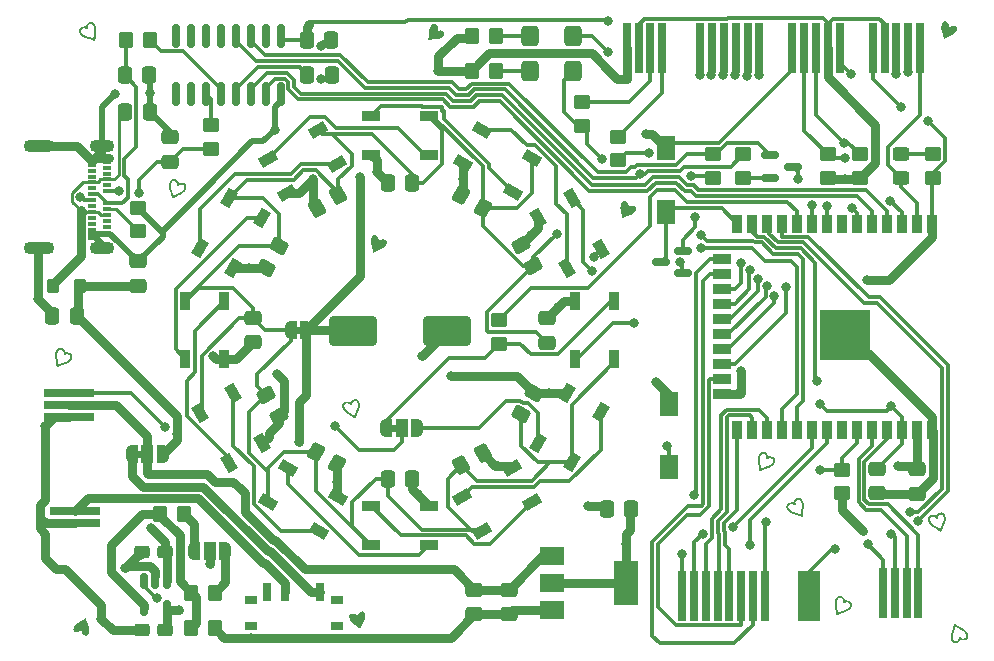
<source format=gbr>
%TF.GenerationSoftware,KiCad,Pcbnew,7.0.1*%
%TF.CreationDate,2023-03-18T00:09:11+00:00*%
%TF.ProjectId,ImogenWren,496d6f67-656e-4577-9265-6e2e6b696361,rev?*%
%TF.SameCoordinates,Original*%
%TF.FileFunction,Copper,L4,Bot*%
%TF.FilePolarity,Positive*%
%FSLAX46Y46*%
G04 Gerber Fmt 4.6, Leading zero omitted, Abs format (unit mm)*
G04 Created by KiCad (PCBNEW 7.0.1) date 2023-03-18 00:09:11*
%MOMM*%
%LPD*%
G01*
G04 APERTURE LIST*
G04 Aperture macros list*
%AMRoundRect*
0 Rectangle with rounded corners*
0 $1 Rounding radius*
0 $2 $3 $4 $5 $6 $7 $8 $9 X,Y pos of 4 corners*
0 Add a 4 corners polygon primitive as box body*
4,1,4,$2,$3,$4,$5,$6,$7,$8,$9,$2,$3,0*
0 Add four circle primitives for the rounded corners*
1,1,$1+$1,$2,$3*
1,1,$1+$1,$4,$5*
1,1,$1+$1,$6,$7*
1,1,$1+$1,$8,$9*
0 Add four rect primitives between the rounded corners*
20,1,$1+$1,$2,$3,$4,$5,0*
20,1,$1+$1,$4,$5,$6,$7,0*
20,1,$1+$1,$6,$7,$8,$9,0*
20,1,$1+$1,$8,$9,$2,$3,0*%
%AMRotRect*
0 Rectangle, with rotation*
0 The origin of the aperture is its center*
0 $1 length*
0 $2 width*
0 $3 Rotation angle, in degrees counterclockwise*
0 Add horizontal line*
21,1,$1,$2,0,0,$3*%
%AMFreePoly0*
4,1,19,0.550000,-0.750000,0.000000,-0.750000,0.000000,-0.744911,-0.071157,-0.744911,-0.207708,-0.704816,-0.327430,-0.627875,-0.420627,-0.520320,-0.479746,-0.390866,-0.500000,-0.250000,-0.500000,0.250000,-0.479746,0.390866,-0.420627,0.520320,-0.327430,0.627875,-0.207708,0.704816,-0.071157,0.744911,0.000000,0.744911,0.000000,0.750000,0.550000,0.750000,0.550000,-0.750000,0.550000,-0.750000,
$1*%
%AMFreePoly1*
4,1,19,0.000000,0.744911,0.071157,0.744911,0.207708,0.704816,0.327430,0.627875,0.420627,0.520320,0.479746,0.390866,0.500000,0.250000,0.500000,-0.250000,0.479746,-0.390866,0.420627,-0.520320,0.327430,-0.627875,0.207708,-0.704816,0.071157,-0.744911,0.000000,-0.744911,0.000000,-0.750000,-0.550000,-0.750000,-0.550000,0.750000,0.000000,0.750000,0.000000,0.744911,0.000000,0.744911,
$1*%
%AMFreePoly2*
4,1,19,0.500000,-0.750000,0.000000,-0.750000,0.000000,-0.744911,-0.071157,-0.744911,-0.207708,-0.704816,-0.327430,-0.627875,-0.420627,-0.520320,-0.479746,-0.390866,-0.500000,-0.250000,-0.500000,0.250000,-0.479746,0.390866,-0.420627,0.520320,-0.327430,0.627875,-0.207708,0.704816,-0.071157,0.744911,0.000000,0.744911,0.000000,0.750000,0.500000,0.750000,0.500000,-0.750000,0.500000,-0.750000,
$1*%
%AMFreePoly3*
4,1,19,0.000000,0.744911,0.071157,0.744911,0.207708,0.704816,0.327430,0.627875,0.420627,0.520320,0.479746,0.390866,0.500000,0.250000,0.500000,-0.250000,0.479746,-0.390866,0.420627,-0.520320,0.327430,-0.627875,0.207708,-0.704816,0.071157,-0.744911,0.000000,-0.744911,0.000000,-0.750000,-0.500000,-0.750000,-0.500000,0.750000,0.000000,0.750000,0.000000,0.744911,0.000000,0.744911,
$1*%
G04 Aperture macros list end*
%ADD10C,0.300000*%
%TA.AperFunction,NonConductor*%
%ADD11C,0.300000*%
%TD*%
%TA.AperFunction,SMDPad,CuDef*%
%ADD12R,0.700000X0.300000*%
%TD*%
%TA.AperFunction,SMDPad,CuDef*%
%ADD13R,0.700000X1.000000*%
%TD*%
%TA.AperFunction,ComponentPad*%
%ADD14O,2.100000X1.100000*%
%TD*%
%TA.AperFunction,ComponentPad*%
%ADD15O,2.600000X1.100000*%
%TD*%
%TA.AperFunction,SMDPad,CuDef*%
%ADD16RoundRect,0.250000X-0.475000X0.337500X-0.475000X-0.337500X0.475000X-0.337500X0.475000X0.337500X0*%
%TD*%
%TA.AperFunction,ConnectorPad*%
%ADD17R,0.700000X4.300000*%
%TD*%
%TA.AperFunction,SMDPad,CuDef*%
%ADD18R,1.500000X0.900000*%
%TD*%
%TA.AperFunction,SMDPad,CuDef*%
%ADD19RoundRect,0.250000X0.400000X0.275000X-0.400000X0.275000X-0.400000X-0.275000X0.400000X-0.275000X0*%
%TD*%
%TA.AperFunction,SMDPad,CuDef*%
%ADD20RoundRect,0.250000X-0.275000X-0.350000X0.275000X-0.350000X0.275000X0.350000X-0.275000X0.350000X0*%
%TD*%
%TA.AperFunction,SMDPad,CuDef*%
%ADD21RoundRect,0.250000X-0.450000X0.325000X-0.450000X-0.325000X0.450000X-0.325000X0.450000X0.325000X0*%
%TD*%
%TA.AperFunction,SMDPad,CuDef*%
%ADD22RoundRect,0.250000X-0.337500X-0.475000X0.337500X-0.475000X0.337500X0.475000X-0.337500X0.475000X0*%
%TD*%
%TA.AperFunction,SMDPad,CuDef*%
%ADD23RoundRect,0.150000X0.150000X-0.825000X0.150000X0.825000X-0.150000X0.825000X-0.150000X-0.825000X0*%
%TD*%
%TA.AperFunction,SMDPad,CuDef*%
%ADD24FreePoly0,0.000000*%
%TD*%
%TA.AperFunction,SMDPad,CuDef*%
%ADD25R,1.000000X1.500000*%
%TD*%
%TA.AperFunction,SMDPad,CuDef*%
%ADD26FreePoly1,0.000000*%
%TD*%
%TA.AperFunction,SMDPad,CuDef*%
%ADD27FreePoly0,180.000000*%
%TD*%
%TA.AperFunction,SMDPad,CuDef*%
%ADD28FreePoly1,180.000000*%
%TD*%
%TA.AperFunction,SMDPad,CuDef*%
%ADD29RotRect,1.500000X0.900000X150.000000*%
%TD*%
%TA.AperFunction,SMDPad,CuDef*%
%ADD30RoundRect,0.250000X0.054784X0.580112X-0.529784X0.242612X-0.054784X-0.580112X0.529784X-0.242612X0*%
%TD*%
%TA.AperFunction,SMDPad,CuDef*%
%ADD31R,0.900000X1.500000*%
%TD*%
%TA.AperFunction,SMDPad,CuDef*%
%ADD32R,1.050000X1.050000*%
%TD*%
%TA.AperFunction,HeatsinkPad*%
%ADD33C,0.600000*%
%TD*%
%TA.AperFunction,SMDPad,CuDef*%
%ADD34R,4.200000X4.200000*%
%TD*%
%TA.AperFunction,SMDPad,CuDef*%
%ADD35RoundRect,0.250000X-0.350000X-0.450000X0.350000X-0.450000X0.350000X0.450000X-0.350000X0.450000X0*%
%TD*%
%TA.AperFunction,SMDPad,CuDef*%
%ADD36RoundRect,0.250000X0.350000X0.450000X-0.350000X0.450000X-0.350000X-0.450000X0.350000X-0.450000X0*%
%TD*%
%TA.AperFunction,SMDPad,CuDef*%
%ADD37RoundRect,0.250000X0.580112X-0.054784X0.242612X0.529784X-0.580112X0.054784X-0.242612X-0.529784X0*%
%TD*%
%TA.AperFunction,SMDPad,CuDef*%
%ADD38RoundRect,0.284615X0.455385X0.565385X-0.455385X0.565385X-0.455385X-0.565385X0.455385X-0.565385X0*%
%TD*%
%TA.AperFunction,SMDPad,CuDef*%
%ADD39RoundRect,0.286538X0.458462X0.563462X-0.458462X0.563462X-0.458462X-0.563462X0.458462X-0.563462X0*%
%TD*%
%TA.AperFunction,SMDPad,CuDef*%
%ADD40RoundRect,0.250000X-0.450000X0.350000X-0.450000X-0.350000X0.450000X-0.350000X0.450000X0.350000X0*%
%TD*%
%TA.AperFunction,SMDPad,CuDef*%
%ADD41RoundRect,0.250000X-0.580112X0.054784X-0.242612X-0.529784X0.580112X-0.054784X0.242612X0.529784X0*%
%TD*%
%TA.AperFunction,SMDPad,CuDef*%
%ADD42RoundRect,0.250000X0.337500X0.475000X-0.337500X0.475000X-0.337500X-0.475000X0.337500X-0.475000X0*%
%TD*%
%TA.AperFunction,SMDPad,CuDef*%
%ADD43FreePoly2,180.000000*%
%TD*%
%TA.AperFunction,SMDPad,CuDef*%
%ADD44FreePoly3,180.000000*%
%TD*%
%TA.AperFunction,SMDPad,CuDef*%
%ADD45RotRect,1.500000X0.900000X120.000000*%
%TD*%
%TA.AperFunction,SMDPad,CuDef*%
%ADD46RotRect,1.500000X0.900000X60.000000*%
%TD*%
%TA.AperFunction,ConnectorPad*%
%ADD47R,4.300000X0.700000*%
%TD*%
%TA.AperFunction,SMDPad,CuDef*%
%ADD48RotRect,1.500000X0.900000X300.000000*%
%TD*%
%TA.AperFunction,SMDPad,CuDef*%
%ADD49R,2.000000X1.500000*%
%TD*%
%TA.AperFunction,SMDPad,CuDef*%
%ADD50R,2.000000X3.800000*%
%TD*%
%TA.AperFunction,SMDPad,CuDef*%
%ADD51RoundRect,0.250000X0.529784X0.242612X-0.054784X0.580112X-0.529784X-0.242612X0.054784X-0.580112X0*%
%TD*%
%TA.AperFunction,SMDPad,CuDef*%
%ADD52RoundRect,0.250000X0.450000X-0.350000X0.450000X0.350000X-0.450000X0.350000X-0.450000X-0.350000X0*%
%TD*%
%TA.AperFunction,SMDPad,CuDef*%
%ADD53RoundRect,0.250000X-0.529784X-0.242612X0.054784X-0.580112X0.529784X0.242612X-0.054784X0.580112X0*%
%TD*%
%TA.AperFunction,SMDPad,CuDef*%
%ADD54RoundRect,0.250000X-1.750000X-1.000000X1.750000X-1.000000X1.750000X1.000000X-1.750000X1.000000X0*%
%TD*%
%TA.AperFunction,SMDPad,CuDef*%
%ADD55RoundRect,0.150000X-0.587500X-0.150000X0.587500X-0.150000X0.587500X0.150000X-0.587500X0.150000X0*%
%TD*%
%TA.AperFunction,SMDPad,CuDef*%
%ADD56R,1.000000X0.800000*%
%TD*%
%TA.AperFunction,SMDPad,CuDef*%
%ADD57R,0.700000X1.500000*%
%TD*%
%TA.AperFunction,SMDPad,CuDef*%
%ADD58RotRect,1.500000X0.900000X210.000000*%
%TD*%
%TA.AperFunction,SMDPad,CuDef*%
%ADD59RotRect,1.500000X0.900000X30.000000*%
%TD*%
%TA.AperFunction,SMDPad,CuDef*%
%ADD60RotRect,1.500000X0.900000X330.000000*%
%TD*%
%TA.AperFunction,SMDPad,CuDef*%
%ADD61RoundRect,0.250000X0.242612X-0.529784X0.580112X0.054784X-0.242612X0.529784X-0.580112X-0.054784X0*%
%TD*%
%TA.AperFunction,SMDPad,CuDef*%
%ADD62R,1.600000X2.000000*%
%TD*%
%TA.AperFunction,SMDPad,CuDef*%
%ADD63RoundRect,0.250000X-0.054784X-0.580112X0.529784X-0.242612X0.054784X0.580112X-0.529784X0.242612X0*%
%TD*%
%TA.AperFunction,SMDPad,CuDef*%
%ADD64RotRect,1.500000X0.900000X240.000000*%
%TD*%
%TA.AperFunction,SMDPad,CuDef*%
%ADD65RoundRect,0.150000X0.587500X0.150000X-0.587500X0.150000X-0.587500X-0.150000X0.587500X-0.150000X0*%
%TD*%
%TA.AperFunction,SMDPad,CuDef*%
%ADD66RoundRect,0.250000X-0.242612X0.529784X-0.580112X-0.054784X0.242612X-0.529784X0.580112X0.054784X0*%
%TD*%
%TA.AperFunction,SMDPad,CuDef*%
%ADD67RoundRect,0.250000X0.475000X-0.337500X0.475000X0.337500X-0.475000X0.337500X-0.475000X-0.337500X0*%
%TD*%
%TA.AperFunction,ConnectorPad*%
%ADD68R,1.874000X4.300000*%
%TD*%
%TA.AperFunction,SMDPad,CuDef*%
%ADD69RoundRect,0.150000X-0.150000X0.512500X-0.150000X-0.512500X0.150000X-0.512500X0.150000X0.512500X0*%
%TD*%
%TA.AperFunction,ViaPad*%
%ADD70C,0.800000*%
%TD*%
%TA.AperFunction,Conductor*%
%ADD71C,0.300000*%
%TD*%
%TA.AperFunction,Conductor*%
%ADD72C,0.800000*%
%TD*%
%TA.AperFunction,Conductor*%
%ADD73C,0.500000*%
%TD*%
%TA.AperFunction,Conductor*%
%ADD74C,0.250000*%
%TD*%
G04 APERTURE END LIST*
D10*
D11*
G36*
X140556420Y-100509965D02*
G01*
X140574549Y-100512163D01*
X140587983Y-100514577D01*
X140605484Y-100518581D01*
X140622577Y-100523404D01*
X140639261Y-100529047D01*
X140655538Y-100535510D01*
X140671406Y-100542793D01*
X140686867Y-100550895D01*
X140701919Y-100559817D01*
X140716563Y-100569559D01*
X140730737Y-100579966D01*
X140744428Y-100591059D01*
X140757638Y-100602838D01*
X140770365Y-100615303D01*
X140782610Y-100628454D01*
X140794374Y-100642291D01*
X140805654Y-100656815D01*
X140816453Y-100672024D01*
X140826571Y-100687685D01*
X140836037Y-100703688D01*
X140844851Y-100720032D01*
X140853012Y-100736719D01*
X140860521Y-100753747D01*
X140867378Y-100771117D01*
X140873582Y-100788829D01*
X140879134Y-100806883D01*
X140883702Y-100823582D01*
X140887860Y-100840398D01*
X140891610Y-100857331D01*
X140894952Y-100874381D01*
X140897885Y-100891549D01*
X140900409Y-100908833D01*
X140902525Y-100926235D01*
X140904232Y-100943753D01*
X140905531Y-100961389D01*
X140906421Y-100979143D01*
X140906787Y-100991043D01*
X140907034Y-101008927D01*
X140906950Y-101026798D01*
X140906534Y-101044658D01*
X140905786Y-101062506D01*
X140904707Y-101080341D01*
X140903296Y-101098165D01*
X140901553Y-101115976D01*
X140899478Y-101133775D01*
X140897072Y-101151562D01*
X140894334Y-101169338D01*
X140892324Y-101181181D01*
X140888987Y-101198874D01*
X140885397Y-101216526D01*
X140881555Y-101234137D01*
X140877459Y-101251706D01*
X140873110Y-101269234D01*
X140868508Y-101286721D01*
X140863653Y-101304166D01*
X140858546Y-101321570D01*
X140853185Y-101338933D01*
X140847571Y-101356254D01*
X140843687Y-101367778D01*
X140837615Y-101384896D01*
X140831387Y-101401797D01*
X140825003Y-101418482D01*
X140818464Y-101434950D01*
X140811768Y-101451201D01*
X140804916Y-101467236D01*
X140797909Y-101483054D01*
X140790745Y-101498656D01*
X140783426Y-101514041D01*
X140775951Y-101529209D01*
X140770881Y-101539201D01*
X140763083Y-101555106D01*
X140755321Y-101570945D01*
X140747597Y-101586717D01*
X140739909Y-101602423D01*
X140732258Y-101618062D01*
X140724644Y-101633635D01*
X140721609Y-101639846D01*
X140714098Y-101655313D01*
X140706792Y-101670908D01*
X140699690Y-101686630D01*
X140692791Y-101702480D01*
X140686097Y-101718457D01*
X140679607Y-101734562D01*
X140677068Y-101741040D01*
X140671978Y-101756261D01*
X140667061Y-101771731D01*
X140662574Y-101786331D01*
X140657731Y-101802484D01*
X140652534Y-101820191D01*
X140648121Y-101835475D01*
X140643534Y-101851273D01*
X140638825Y-101867106D01*
X140633996Y-101882974D01*
X140629046Y-101898876D01*
X140623974Y-101914813D01*
X140618782Y-101930785D01*
X140613468Y-101946792D01*
X140608033Y-101962833D01*
X140602363Y-101978716D01*
X140596517Y-101994196D01*
X140590497Y-102009274D01*
X140584301Y-102023949D01*
X140577931Y-102038222D01*
X140571385Y-102052092D01*
X140564665Y-102065561D01*
X140557769Y-102078626D01*
X140548952Y-102093781D01*
X140539895Y-102106865D01*
X140528709Y-102119832D01*
X140517177Y-102129816D01*
X140503285Y-102137694D01*
X140497187Y-102139828D01*
X140482578Y-102141937D01*
X140466085Y-102140425D01*
X140449845Y-102136042D01*
X140436689Y-102130877D01*
X140422992Y-102124649D01*
X140409311Y-102117825D01*
X140395647Y-102110408D01*
X140382001Y-102102396D01*
X140368372Y-102093789D01*
X140363832Y-102090788D01*
X140350152Y-102081535D01*
X140336680Y-102072169D01*
X140323416Y-102062689D01*
X140310362Y-102053096D01*
X140297516Y-102043390D01*
X140293280Y-102040129D01*
X140281069Y-102030629D01*
X140268086Y-102020640D01*
X140254912Y-102010667D01*
X140242213Y-102001287D01*
X140239697Y-101999468D01*
X140223343Y-101987005D01*
X140206914Y-101974705D01*
X140190412Y-101962566D01*
X140173836Y-101950590D01*
X140157185Y-101938775D01*
X140140460Y-101927122D01*
X140123661Y-101915631D01*
X140106788Y-101904303D01*
X140089841Y-101893136D01*
X140072820Y-101882131D01*
X140061431Y-101874884D01*
X140044273Y-101864021D01*
X140027052Y-101853197D01*
X140009768Y-101842410D01*
X139992421Y-101831661D01*
X139975012Y-101820951D01*
X139957540Y-101810278D01*
X139940005Y-101799644D01*
X139922407Y-101789048D01*
X139904747Y-101778490D01*
X139887024Y-101767969D01*
X139875174Y-101760977D01*
X139856472Y-101749816D01*
X139838018Y-101738313D01*
X139819811Y-101726467D01*
X139801851Y-101714280D01*
X139784139Y-101701751D01*
X139766674Y-101688881D01*
X139749456Y-101675668D01*
X139732486Y-101662113D01*
X139715763Y-101648217D01*
X139699288Y-101633978D01*
X139683060Y-101619398D01*
X139667079Y-101604476D01*
X139651346Y-101589212D01*
X139635860Y-101573606D01*
X139620621Y-101557658D01*
X139605630Y-101541368D01*
X139591025Y-101524717D01*
X139576969Y-101507770D01*
X139563463Y-101490529D01*
X139550507Y-101472993D01*
X139538101Y-101455163D01*
X139526244Y-101437038D01*
X139514938Y-101418618D01*
X139504180Y-101399904D01*
X139493973Y-101380895D01*
X139484316Y-101361591D01*
X139475208Y-101341993D01*
X139466650Y-101322101D01*
X139458641Y-101301914D01*
X139451183Y-101281432D01*
X139444274Y-101260655D01*
X139437914Y-101239584D01*
X139433469Y-101223403D01*
X139429448Y-101207349D01*
X139425852Y-101191420D01*
X139422681Y-101175617D01*
X139419934Y-101159941D01*
X139417612Y-101144390D01*
X139415715Y-101128966D01*
X139414243Y-101113668D01*
X139413195Y-101098496D01*
X139412572Y-101083450D01*
X139412393Y-101073489D01*
X139412409Y-101068525D01*
X139578571Y-101068525D01*
X139578864Y-101086149D01*
X139580402Y-101104677D01*
X139583183Y-101124108D01*
X139587208Y-101144441D01*
X139592477Y-101165677D01*
X139594510Y-101172957D01*
X139598861Y-101187455D01*
X139603547Y-101201764D01*
X139608567Y-101215883D01*
X139613921Y-101229812D01*
X139619610Y-101243552D01*
X139625632Y-101257102D01*
X139631989Y-101270463D01*
X139638680Y-101283634D01*
X139645705Y-101296615D01*
X139653065Y-101309407D01*
X139658157Y-101317829D01*
X139665945Y-101330342D01*
X139673944Y-101342700D01*
X139682153Y-101354904D01*
X139690573Y-101366954D01*
X139699203Y-101378850D01*
X139708043Y-101390592D01*
X139717094Y-101402179D01*
X139726355Y-101413613D01*
X139735827Y-101424892D01*
X139745509Y-101436017D01*
X139752080Y-101443349D01*
X139762075Y-101454156D01*
X139772244Y-101464821D01*
X139782585Y-101475341D01*
X139793100Y-101485719D01*
X139803788Y-101495952D01*
X139814650Y-101506043D01*
X139825684Y-101515990D01*
X139836892Y-101525793D01*
X139848273Y-101535453D01*
X139859827Y-101544969D01*
X139867626Y-101551234D01*
X139879400Y-101560443D01*
X139891244Y-101569504D01*
X139903161Y-101578418D01*
X139915148Y-101587184D01*
X139927208Y-101595802D01*
X139939339Y-101604272D01*
X139951541Y-101612594D01*
X139963815Y-101620769D01*
X139976160Y-101628795D01*
X139988577Y-101636674D01*
X139996895Y-101641845D01*
X140010993Y-101650308D01*
X140024839Y-101659125D01*
X140038520Y-101668089D01*
X140050866Y-101676319D01*
X140064460Y-101685490D01*
X140079299Y-101695602D01*
X140083204Y-101698277D01*
X140098994Y-101709047D01*
X140115045Y-101719851D01*
X140127253Y-101727975D01*
X140139607Y-101736118D01*
X140152107Y-101744279D01*
X140164753Y-101752458D01*
X140177545Y-101760656D01*
X140190483Y-101768873D01*
X140203566Y-101777108D01*
X140216796Y-101785361D01*
X140229997Y-101793535D01*
X140242993Y-101801534D01*
X140255785Y-101809357D01*
X140268372Y-101817004D01*
X140284836Y-101826927D01*
X140300937Y-101836536D01*
X140316675Y-101845834D01*
X140332049Y-101854818D01*
X140347059Y-101863491D01*
X140361098Y-101871435D01*
X140376675Y-101879686D01*
X140390061Y-101886072D01*
X140405121Y-101891878D01*
X140420108Y-101893615D01*
X140432274Y-101884211D01*
X140441548Y-101871419D01*
X140445193Y-101865460D01*
X140452634Y-101852036D01*
X140459443Y-101838875D01*
X140466531Y-101824394D01*
X140472827Y-101810931D01*
X140477138Y-101801418D01*
X140483696Y-101786486D01*
X140490378Y-101771145D01*
X140497183Y-101755392D01*
X140504112Y-101739229D01*
X140509980Y-101725446D01*
X140513542Y-101717040D01*
X140519312Y-101702945D01*
X140524978Y-101689010D01*
X140530541Y-101675234D01*
X140536002Y-101661619D01*
X140542418Y-101645491D01*
X140548686Y-101629594D01*
X140554775Y-101614149D01*
X140560657Y-101599381D01*
X140566330Y-101585288D01*
X140572686Y-101569702D01*
X140578759Y-101555035D01*
X140585069Y-101539743D01*
X140591171Y-101525217D01*
X140597195Y-101511314D01*
X140598994Y-101507309D01*
X140605783Y-101493708D01*
X140612476Y-101479981D01*
X140619072Y-101466128D01*
X140625571Y-101452148D01*
X140631974Y-101438042D01*
X140638281Y-101423809D01*
X140644491Y-101409450D01*
X140650604Y-101394964D01*
X140656621Y-101380353D01*
X140662541Y-101365614D01*
X140666435Y-101355719D01*
X140672123Y-101340742D01*
X140677609Y-101325716D01*
X140682893Y-101310641D01*
X140687976Y-101295517D01*
X140692857Y-101280343D01*
X140697536Y-101265120D01*
X140702013Y-101249847D01*
X140706289Y-101234526D01*
X140710363Y-101219154D01*
X140714235Y-101203734D01*
X140716705Y-101193426D01*
X140720111Y-101177896D01*
X140723226Y-101162355D01*
X140726051Y-101146804D01*
X140728584Y-101131243D01*
X140730826Y-101115671D01*
X140732777Y-101100089D01*
X140734438Y-101084496D01*
X140735807Y-101068894D01*
X140736885Y-101053281D01*
X140737672Y-101037657D01*
X140738035Y-101027236D01*
X140738256Y-101011618D01*
X140738026Y-100996037D01*
X140737343Y-100980491D01*
X140736208Y-100964980D01*
X140734622Y-100949506D01*
X140732583Y-100934068D01*
X140730093Y-100918665D01*
X140727150Y-100903298D01*
X140723756Y-100887967D01*
X140719909Y-100872672D01*
X140717094Y-100862495D01*
X140711607Y-100844902D01*
X140705447Y-100828045D01*
X140698613Y-100811923D01*
X140691106Y-100796538D01*
X140682926Y-100781888D01*
X140674072Y-100767974D01*
X140664545Y-100754795D01*
X140654345Y-100742353D01*
X140643471Y-100730646D01*
X140631924Y-100719675D01*
X140623852Y-100712769D01*
X140611124Y-100703409D01*
X140597739Y-100695518D01*
X140583696Y-100689094D01*
X140568996Y-100684139D01*
X140553637Y-100680652D01*
X140537622Y-100678633D01*
X140520948Y-100678082D01*
X140503617Y-100679000D01*
X140485629Y-100681386D01*
X140466983Y-100685239D01*
X140454186Y-100688624D01*
X140436958Y-100693838D01*
X140420668Y-100699331D01*
X140405315Y-100705103D01*
X140390900Y-100711154D01*
X140377423Y-100717484D01*
X140361894Y-100725789D01*
X140347830Y-100734530D01*
X140342615Y-100738149D01*
X140330282Y-100747546D01*
X140318994Y-100757406D01*
X140306827Y-100769849D01*
X140296165Y-100782961D01*
X140287007Y-100796739D01*
X140281737Y-100806295D01*
X140274736Y-100820755D01*
X140268612Y-100835285D01*
X140263365Y-100849885D01*
X140258996Y-100864554D01*
X140255505Y-100879294D01*
X140254536Y-100884223D01*
X140251774Y-100898874D01*
X140248547Y-100915596D01*
X140245315Y-100931918D01*
X140242077Y-100947840D01*
X140239762Y-100958968D01*
X140236254Y-100973803D01*
X140231708Y-100989661D01*
X140226588Y-101004350D01*
X140220895Y-101017869D01*
X140220143Y-101019476D01*
X140211510Y-101032453D01*
X140199738Y-101042893D01*
X140186638Y-101050044D01*
X140175186Y-101054092D01*
X140160614Y-101056612D01*
X140145091Y-101055331D01*
X140130271Y-101049755D01*
X140125963Y-101047244D01*
X140112908Y-101038352D01*
X140100928Y-101029139D01*
X140088595Y-101018692D01*
X140077514Y-101008541D01*
X140066055Y-100997583D01*
X140054202Y-100986264D01*
X140041953Y-100974585D01*
X140031139Y-100964286D01*
X140021906Y-100955502D01*
X140010279Y-100945031D01*
X139998139Y-100935108D01*
X139985487Y-100925735D01*
X139972322Y-100916910D01*
X139958644Y-100908634D01*
X139953971Y-100905998D01*
X139939268Y-100898597D01*
X139923705Y-100892220D01*
X139907283Y-100886866D01*
X139892943Y-100883186D01*
X139878006Y-100880217D01*
X139865626Y-100878353D01*
X139849559Y-100876922D01*
X139832783Y-100876717D01*
X139815299Y-100877739D01*
X139797105Y-100879987D01*
X139782039Y-100882670D01*
X139766520Y-100886137D01*
X139750547Y-100890390D01*
X139736414Y-100894660D01*
X139716365Y-100901550D01*
X139697696Y-100909022D01*
X139680406Y-100917077D01*
X139664496Y-100925715D01*
X139649966Y-100934935D01*
X139636815Y-100944738D01*
X139625044Y-100955123D01*
X139614653Y-100966091D01*
X139602944Y-100981621D01*
X139598009Y-100989774D01*
X139589833Y-101007054D01*
X139585152Y-101021067D01*
X139581714Y-101035984D01*
X139579521Y-101051803D01*
X139578571Y-101068525D01*
X139412409Y-101068525D01*
X139412442Y-101058672D01*
X139413321Y-101039319D01*
X139415130Y-101020426D01*
X139417869Y-101001992D01*
X139421538Y-100984019D01*
X139426136Y-100966505D01*
X139431665Y-100949452D01*
X139438123Y-100932858D01*
X139439883Y-100928781D01*
X139447522Y-100912787D01*
X139456130Y-100897301D01*
X139465704Y-100882323D01*
X139476247Y-100867854D01*
X139487757Y-100853894D01*
X139500235Y-100840443D01*
X139513680Y-100827500D01*
X139528093Y-100815065D01*
X139543517Y-100803228D01*
X139555777Y-100794801D01*
X139568630Y-100786760D01*
X139582076Y-100779104D01*
X139596115Y-100771835D01*
X139610747Y-100764952D01*
X139625973Y-100758455D01*
X139641791Y-100752343D01*
X139658202Y-100746618D01*
X139675206Y-100741279D01*
X139681006Y-100739585D01*
X139699124Y-100734753D01*
X139717027Y-100730709D01*
X139734715Y-100727453D01*
X139752188Y-100724986D01*
X139769447Y-100723306D01*
X139786491Y-100722415D01*
X139803320Y-100722311D01*
X139819935Y-100722996D01*
X139836211Y-100724100D01*
X139852076Y-100725428D01*
X139867528Y-100726982D01*
X139882569Y-100728762D01*
X139897198Y-100730766D01*
X139914905Y-100733589D01*
X139931968Y-100736763D01*
X139938614Y-100738131D01*
X139954659Y-100741674D01*
X139970045Y-100745257D01*
X139984774Y-100748879D01*
X140001578Y-100753279D01*
X140017434Y-100757737D01*
X140029924Y-100761495D01*
X140045870Y-100765833D01*
X140061939Y-100768729D01*
X140077270Y-100769357D01*
X140088456Y-100767579D01*
X140102245Y-100760923D01*
X140115309Y-100750947D01*
X140126579Y-100740368D01*
X140135223Y-100731301D01*
X140146322Y-100719293D01*
X140158355Y-100706803D01*
X140169096Y-100696026D01*
X140180485Y-100684914D01*
X140192522Y-100673468D01*
X140205208Y-100661687D01*
X140218618Y-100649707D01*
X140229923Y-100640078D01*
X140241741Y-100630410D01*
X140254071Y-100620702D01*
X140266914Y-100610954D01*
X140280270Y-100601166D01*
X140294138Y-100591339D01*
X140304876Y-100583942D01*
X140319544Y-100574287D01*
X140334757Y-100565202D01*
X140350514Y-100556688D01*
X140366816Y-100548744D01*
X140383663Y-100541370D01*
X140401055Y-100534567D01*
X140418991Y-100528334D01*
X140437472Y-100522672D01*
X140452259Y-100518740D01*
X140466906Y-100515464D01*
X140481413Y-100512845D01*
X140500538Y-100510374D01*
X140519415Y-100509071D01*
X140538042Y-100508934D01*
X140556420Y-100509965D01*
G37*
D10*
D11*
G36*
X117962609Y-120340664D02*
G01*
X117957350Y-120354443D01*
X117950260Y-120371204D01*
X117942595Y-120387451D01*
X117934356Y-120403184D01*
X117925542Y-120418404D01*
X117916153Y-120433110D01*
X117910245Y-120441687D01*
X117899957Y-120455491D01*
X117889212Y-120468405D01*
X117878011Y-120480430D01*
X117866353Y-120491565D01*
X117854238Y-120501810D01*
X117841667Y-120511166D01*
X117836510Y-120514659D01*
X117823220Y-120522776D01*
X117809395Y-120529804D01*
X117795033Y-120535742D01*
X117780134Y-120540590D01*
X117764700Y-120544348D01*
X117748730Y-120547016D01*
X117742192Y-120547778D01*
X117725591Y-120548925D01*
X117708558Y-120548695D01*
X117691094Y-120547090D01*
X117673197Y-120544109D01*
X117658568Y-120540734D01*
X117643663Y-120536479D01*
X117628481Y-120531343D01*
X117614214Y-120525972D01*
X117600461Y-120520432D01*
X117582924Y-120512782D01*
X117566299Y-120504830D01*
X117550589Y-120496578D01*
X117535792Y-120488025D01*
X117521909Y-120479170D01*
X117508940Y-120470015D01*
X117502798Y-120465324D01*
X117491137Y-120455854D01*
X117477431Y-120443886D01*
X117464690Y-120431775D01*
X117452916Y-120419520D01*
X117442107Y-120407123D01*
X117432265Y-120394581D01*
X117426823Y-120386988D01*
X117418437Y-120374430D01*
X117410702Y-120361863D01*
X117402279Y-120346767D01*
X117394794Y-120331657D01*
X117388247Y-120316531D01*
X117384403Y-120306439D01*
X117379177Y-120291675D01*
X117374241Y-120277319D01*
X117369595Y-120263370D01*
X117364542Y-120247611D01*
X117359885Y-120232406D01*
X117355270Y-120218058D01*
X117349749Y-120202714D01*
X117343966Y-120188493D01*
X117337147Y-120173836D01*
X117329267Y-120161168D01*
X117317962Y-120149925D01*
X117303972Y-120141666D01*
X117299252Y-120139769D01*
X117283759Y-120135734D01*
X117268651Y-120135046D01*
X117253928Y-120137706D01*
X117245915Y-120140630D01*
X117231436Y-120147535D01*
X117217967Y-120154749D01*
X117203934Y-120162977D01*
X117191193Y-120171007D01*
X117178068Y-120179740D01*
X117164416Y-120188691D01*
X117150236Y-120197860D01*
X117137663Y-120205894D01*
X117126889Y-120212712D01*
X117113386Y-120220777D01*
X117099150Y-120228219D01*
X117084181Y-120235038D01*
X117068480Y-120241235D01*
X117052045Y-120246808D01*
X117046405Y-120248527D01*
X117031829Y-120252478D01*
X117016589Y-120255692D01*
X117000685Y-120258169D01*
X116984115Y-120259909D01*
X116966882Y-120260912D01*
X116948983Y-120261179D01*
X116941638Y-120261079D01*
X116926636Y-120260370D01*
X116911052Y-120258816D01*
X116894886Y-120256417D01*
X116878139Y-120253173D01*
X116860810Y-120249083D01*
X116842899Y-120244148D01*
X116824407Y-120238367D01*
X116810155Y-120233477D01*
X116805332Y-120231741D01*
X116791294Y-120226260D01*
X116774686Y-120218706D01*
X116759125Y-120210371D01*
X116744609Y-120201256D01*
X116731138Y-120191359D01*
X116718713Y-120180682D01*
X116711760Y-120173902D01*
X116701067Y-120162281D01*
X116691399Y-120150195D01*
X116682757Y-120137645D01*
X116675141Y-120124631D01*
X116668550Y-120111153D01*
X116662985Y-120097211D01*
X116661046Y-120091503D01*
X116656911Y-120077106D01*
X116653651Y-120062343D01*
X116651267Y-120047213D01*
X116649759Y-120031716D01*
X116649127Y-120015853D01*
X116649371Y-119999623D01*
X116649713Y-119993028D01*
X116651202Y-119976595D01*
X116653467Y-119960120D01*
X116656508Y-119943605D01*
X116660326Y-119927048D01*
X116664920Y-119910451D01*
X116670291Y-119893812D01*
X116672657Y-119887145D01*
X116677805Y-119873361D01*
X116685859Y-119853121D01*
X116694313Y-119833403D01*
X116703166Y-119814207D01*
X116712419Y-119795533D01*
X116722070Y-119777381D01*
X116732121Y-119759752D01*
X116742572Y-119742645D01*
X116753421Y-119726060D01*
X116764670Y-119709998D01*
X116776318Y-119694458D01*
X116788366Y-119679340D01*
X116800682Y-119664499D01*
X116813269Y-119649935D01*
X116826124Y-119635646D01*
X116839250Y-119621634D01*
X116852644Y-119607898D01*
X116866309Y-119594438D01*
X116880242Y-119581255D01*
X116894446Y-119568347D01*
X116908919Y-119555717D01*
X116918717Y-119547450D01*
X116933581Y-119535307D01*
X116948645Y-119523368D01*
X116963909Y-119511632D01*
X116979374Y-119500098D01*
X116995039Y-119488768D01*
X117010904Y-119477641D01*
X117026969Y-119466717D01*
X117043234Y-119455997D01*
X117059700Y-119445479D01*
X117076366Y-119435164D01*
X117087588Y-119428401D01*
X117104603Y-119418337D01*
X117121720Y-119408257D01*
X117138940Y-119398159D01*
X117156262Y-119388043D01*
X117173687Y-119377910D01*
X117191214Y-119367759D01*
X117208843Y-119357590D01*
X117226574Y-119347404D01*
X117244408Y-119337201D01*
X117262345Y-119326979D01*
X117274359Y-119320155D01*
X117289291Y-119311303D01*
X117304221Y-119302533D01*
X117319148Y-119293843D01*
X117334073Y-119285236D01*
X117348996Y-119276709D01*
X117353970Y-119273885D01*
X117368846Y-119265287D01*
X117383632Y-119256409D01*
X117398328Y-119247252D01*
X117412933Y-119237815D01*
X117427449Y-119228099D01*
X117432267Y-119224798D01*
X117445148Y-119215469D01*
X117457506Y-119206419D01*
X117470795Y-119196642D01*
X117481702Y-119188598D01*
X117495627Y-119178470D01*
X117509906Y-119168197D01*
X117522076Y-119159525D01*
X117534493Y-119150753D01*
X117547155Y-119141880D01*
X117560064Y-119132906D01*
X117572983Y-119124210D01*
X117585542Y-119115877D01*
X117600136Y-119106359D01*
X117614211Y-119097364D01*
X117627766Y-119088892D01*
X117636514Y-119083536D01*
X117650348Y-119075506D01*
X117664392Y-119068535D01*
X117678963Y-119065456D01*
X117691686Y-119074028D01*
X117701130Y-119086292D01*
X117704872Y-119092821D01*
X117712113Y-119107427D01*
X117718038Y-119121659D01*
X117723404Y-119136921D01*
X117725609Y-119144035D01*
X117729739Y-119158331D01*
X117733978Y-119174091D01*
X117737786Y-119189509D01*
X117740085Y-119199598D01*
X117743484Y-119213945D01*
X117747559Y-119228939D01*
X117751904Y-119242107D01*
X117757172Y-119260320D01*
X117762675Y-119278460D01*
X117768410Y-119296527D01*
X117774380Y-119314520D01*
X117780584Y-119332440D01*
X117787021Y-119350287D01*
X117793692Y-119368060D01*
X117800597Y-119385760D01*
X117807666Y-119403496D01*
X117814891Y-119421203D01*
X117822273Y-119438881D01*
X117829811Y-119456532D01*
X117837506Y-119474154D01*
X117845357Y-119491747D01*
X117853365Y-119509313D01*
X117861529Y-119526850D01*
X117869685Y-119545828D01*
X117877720Y-119564762D01*
X117885634Y-119583652D01*
X117893427Y-119602497D01*
X117901099Y-119621299D01*
X117908650Y-119640057D01*
X117916080Y-119658770D01*
X117923389Y-119677440D01*
X117930577Y-119696065D01*
X117937644Y-119714647D01*
X117942288Y-119727010D01*
X117949105Y-119745569D01*
X117955575Y-119764139D01*
X117961699Y-119782720D01*
X117967476Y-119801311D01*
X117972906Y-119819914D01*
X117977990Y-119838527D01*
X117982727Y-119857152D01*
X117987118Y-119875787D01*
X117991161Y-119894433D01*
X117994859Y-119913090D01*
X117997131Y-119925535D01*
X118000216Y-119944228D01*
X118002887Y-119962970D01*
X118005142Y-119981759D01*
X118006983Y-120000596D01*
X118008409Y-120019481D01*
X118009420Y-120038413D01*
X118010016Y-120057393D01*
X118010197Y-120076421D01*
X118009964Y-120095497D01*
X118009315Y-120114620D01*
X118008652Y-120127396D01*
X118007280Y-120146672D01*
X118005298Y-120166098D01*
X118002708Y-120185671D01*
X117999508Y-120205393D01*
X117995699Y-120225263D01*
X117991281Y-120245282D01*
X117986254Y-120265449D01*
X117980617Y-120285765D01*
X117974372Y-120306228D01*
X117967517Y-120326841D01*
X117962609Y-120340664D01*
G37*
D10*
D11*
G36*
X191289644Y-119572719D02*
G01*
X191306151Y-119575959D01*
X191319635Y-119580193D01*
X191333734Y-119585452D01*
X191347857Y-119591304D01*
X191362005Y-119597750D01*
X191376177Y-119604791D01*
X191390373Y-119612426D01*
X191395111Y-119615103D01*
X191409404Y-119623379D01*
X191423496Y-119631782D01*
X191437388Y-119640314D01*
X191451081Y-119648973D01*
X191464572Y-119657760D01*
X191469025Y-119660717D01*
X191481869Y-119669342D01*
X191495517Y-119678402D01*
X191509355Y-119687431D01*
X191522677Y-119695902D01*
X191525314Y-119697541D01*
X191542498Y-119708833D01*
X191559744Y-119719957D01*
X191577053Y-119730915D01*
X191594425Y-119741706D01*
X191611859Y-119752331D01*
X191629356Y-119762788D01*
X191646915Y-119773079D01*
X191664537Y-119783203D01*
X191682222Y-119793161D01*
X191699970Y-119802952D01*
X191711836Y-119809386D01*
X191729711Y-119819026D01*
X191747645Y-119828623D01*
X191765639Y-119838178D01*
X191783693Y-119847690D01*
X191801807Y-119857160D01*
X191819981Y-119866588D01*
X191838215Y-119875973D01*
X191856509Y-119885316D01*
X191874863Y-119894616D01*
X191893276Y-119903875D01*
X191905586Y-119910023D01*
X191925020Y-119919853D01*
X191944232Y-119930041D01*
X191963221Y-119940587D01*
X191981987Y-119951491D01*
X192000530Y-119962754D01*
X192018850Y-119974376D01*
X192036947Y-119986355D01*
X192054822Y-119998693D01*
X192072473Y-120011389D01*
X192089902Y-120024443D01*
X192107107Y-120037856D01*
X192124090Y-120051627D01*
X192140850Y-120065757D01*
X192157387Y-120080244D01*
X192173701Y-120095090D01*
X192189792Y-120110295D01*
X192205523Y-120125887D01*
X192220726Y-120141812D01*
X192235402Y-120158069D01*
X192249550Y-120174658D01*
X192263170Y-120191580D01*
X192276262Y-120208834D01*
X192288826Y-120226420D01*
X192300862Y-120244338D01*
X192312371Y-120262588D01*
X192323351Y-120281171D01*
X192333804Y-120300086D01*
X192343729Y-120319333D01*
X192353126Y-120338913D01*
X192361995Y-120358824D01*
X192370337Y-120379068D01*
X192378150Y-120399644D01*
X192383714Y-120415476D01*
X192388844Y-120431211D01*
X192393543Y-120446850D01*
X192397809Y-120462393D01*
X192401642Y-120477840D01*
X192405043Y-120493190D01*
X192408012Y-120508445D01*
X192410548Y-120523603D01*
X192412651Y-120538665D01*
X192414322Y-120553631D01*
X192415196Y-120563555D01*
X192416180Y-120578339D01*
X192416653Y-120597706D01*
X192416167Y-120616680D01*
X192414720Y-120635259D01*
X192412314Y-120653445D01*
X192408949Y-120671237D01*
X192404623Y-120688634D01*
X192399338Y-120705638D01*
X192397867Y-120709828D01*
X192391362Y-120726316D01*
X192383856Y-120742365D01*
X192375349Y-120757974D01*
X192365842Y-120773143D01*
X192355334Y-120787872D01*
X192343824Y-120802161D01*
X192331315Y-120816010D01*
X192317804Y-120829420D01*
X192303243Y-120842304D01*
X192291601Y-120851566D01*
X192279340Y-120860484D01*
X192266461Y-120869059D01*
X192252963Y-120877290D01*
X192238847Y-120885177D01*
X192224112Y-120892720D01*
X192208759Y-120899920D01*
X192192787Y-120906776D01*
X192176196Y-120913289D01*
X192170529Y-120915383D01*
X192152792Y-120921467D01*
X192135215Y-120926750D01*
X192117797Y-120931232D01*
X192100539Y-120934912D01*
X192083439Y-120937791D01*
X192066499Y-120939870D01*
X192049717Y-120941147D01*
X192033096Y-120941622D01*
X192016782Y-120941657D01*
X192000864Y-120941438D01*
X191985340Y-120940966D01*
X191970212Y-120940240D01*
X191955479Y-120939261D01*
X191937618Y-120937681D01*
X191920375Y-120935704D01*
X191913650Y-120934803D01*
X191897397Y-120932388D01*
X191881798Y-120929887D01*
X191866853Y-120927301D01*
X191849783Y-120924084D01*
X191833654Y-120920743D01*
X191820933Y-120917865D01*
X191804723Y-120914650D01*
X191788491Y-120912883D01*
X191773153Y-120913325D01*
X191762119Y-120915879D01*
X191748828Y-120923481D01*
X191736492Y-120934344D01*
X191725987Y-120945684D01*
X191717996Y-120955331D01*
X191707762Y-120968084D01*
X191696630Y-120981383D01*
X191686667Y-120992883D01*
X191676081Y-121004762D01*
X191664871Y-121017020D01*
X191653038Y-121029658D01*
X191640496Y-121042544D01*
X191629890Y-121052938D01*
X191618776Y-121063407D01*
X191607152Y-121073951D01*
X191595021Y-121084572D01*
X191582380Y-121095267D01*
X191569231Y-121106038D01*
X191559036Y-121114166D01*
X191545077Y-121124821D01*
X191530535Y-121134944D01*
X191515410Y-121144537D01*
X191499702Y-121153599D01*
X191483410Y-121162130D01*
X191466536Y-121170129D01*
X191449078Y-121177598D01*
X191431037Y-121184536D01*
X191416560Y-121189490D01*
X191402177Y-121193779D01*
X191387888Y-121197404D01*
X191368982Y-121201203D01*
X191350243Y-121203820D01*
X191331670Y-121205255D01*
X191313265Y-121205509D01*
X191295026Y-121204582D01*
X191281457Y-121203110D01*
X191263720Y-121200337D01*
X191246332Y-121196718D01*
X191229294Y-121192252D01*
X191212607Y-121186940D01*
X191196269Y-121180782D01*
X191180281Y-121173778D01*
X191164643Y-121165928D01*
X191149355Y-121157231D01*
X191134490Y-121147839D01*
X191120058Y-121137728D01*
X191106059Y-121126899D01*
X191092493Y-121115352D01*
X191079360Y-121103087D01*
X191066660Y-121090104D01*
X191054394Y-121076403D01*
X191042560Y-121061984D01*
X191031374Y-121047067D01*
X191020815Y-121031763D01*
X191010883Y-121016073D01*
X191001578Y-120999997D01*
X190992899Y-120983534D01*
X190984847Y-120966684D01*
X190977423Y-120949448D01*
X190970625Y-120931826D01*
X190964904Y-120915486D01*
X190959582Y-120899001D01*
X190954660Y-120882371D01*
X190950137Y-120865596D01*
X190946014Y-120848675D01*
X190942290Y-120831608D01*
X190938966Y-120814397D01*
X190936041Y-120797040D01*
X190933515Y-120779537D01*
X190931389Y-120761889D01*
X190930193Y-120750044D01*
X190928699Y-120732221D01*
X190927536Y-120714387D01*
X190926705Y-120696541D01*
X190926206Y-120678685D01*
X190926039Y-120660818D01*
X190926042Y-120660456D01*
X191095326Y-120660456D01*
X191095340Y-120676106D01*
X191095645Y-120691746D01*
X191096010Y-120702167D01*
X191096878Y-120717762D01*
X191098195Y-120733290D01*
X191099960Y-120748750D01*
X191102174Y-120764144D01*
X191104836Y-120779470D01*
X191107947Y-120794728D01*
X191111506Y-120809920D01*
X191115513Y-120825044D01*
X191119969Y-120840101D01*
X191124873Y-120855090D01*
X191128391Y-120865046D01*
X191135092Y-120882213D01*
X191142413Y-120898600D01*
X191150355Y-120914205D01*
X191158917Y-120929030D01*
X191168099Y-120943073D01*
X191177902Y-120956336D01*
X191188325Y-120968818D01*
X191199368Y-120980519D01*
X191211032Y-120991439D01*
X191223316Y-121001577D01*
X191231851Y-121007903D01*
X191245200Y-121016352D01*
X191259103Y-121023291D01*
X191273560Y-121028719D01*
X191288570Y-121032637D01*
X191304134Y-121035044D01*
X191320252Y-121035941D01*
X191336923Y-121035327D01*
X191354148Y-121033203D01*
X191371926Y-121029568D01*
X191390258Y-121024423D01*
X191402787Y-121020154D01*
X191419609Y-121013751D01*
X191435477Y-121007135D01*
X191450389Y-121000306D01*
X191464347Y-120993264D01*
X191477351Y-120986009D01*
X191492262Y-120976641D01*
X191505682Y-120966940D01*
X191510632Y-120962967D01*
X191522279Y-120952733D01*
X191532852Y-120942109D01*
X191544121Y-120928847D01*
X191553843Y-120915024D01*
X191562017Y-120900641D01*
X191566607Y-120890740D01*
X191572583Y-120875827D01*
X191577679Y-120860905D01*
X191581894Y-120845975D01*
X191585229Y-120831036D01*
X191587684Y-120816089D01*
X191588307Y-120811105D01*
X191590040Y-120796297D01*
X191592093Y-120779391D01*
X191594178Y-120762883D01*
X191596297Y-120746774D01*
X191597831Y-120735511D01*
X191600295Y-120720467D01*
X191603724Y-120704331D01*
X191607807Y-120689321D01*
X191612543Y-120675438D01*
X191613181Y-120673782D01*
X191620888Y-120660234D01*
X191631903Y-120648998D01*
X191644472Y-120640951D01*
X191655614Y-120636115D01*
X191669975Y-120632584D01*
X191685549Y-120632778D01*
X191700722Y-120637308D01*
X191705195Y-120639512D01*
X191718838Y-120647471D01*
X191731431Y-120655827D01*
X191744463Y-120665387D01*
X191756225Y-120674741D01*
X191768420Y-120684873D01*
X191781035Y-120695337D01*
X191794069Y-120706134D01*
X191805575Y-120715653D01*
X191815398Y-120723772D01*
X191827727Y-120733407D01*
X191840530Y-120742458D01*
X191853805Y-120750926D01*
X191867553Y-120758811D01*
X191881775Y-120766113D01*
X191886620Y-120768417D01*
X191901804Y-120774774D01*
X191917774Y-120780050D01*
X191934529Y-120784245D01*
X191949092Y-120786916D01*
X191964199Y-120788836D01*
X191976678Y-120789831D01*
X191992806Y-120790139D01*
X192009555Y-120789173D01*
X192026926Y-120786934D01*
X192044919Y-120783421D01*
X192059761Y-120779695D01*
X192075000Y-120775153D01*
X192090638Y-120769796D01*
X192104438Y-120764551D01*
X192123958Y-120756279D01*
X192142060Y-120747523D01*
X192158746Y-120738281D01*
X192174015Y-120728555D01*
X192187866Y-120718343D01*
X192200301Y-120707647D01*
X192211319Y-120696466D01*
X192220920Y-120684800D01*
X192231518Y-120668491D01*
X192235872Y-120660014D01*
X192242823Y-120642205D01*
X192246515Y-120627900D01*
X192248903Y-120612780D01*
X192249988Y-120596847D01*
X192249769Y-120580099D01*
X192248247Y-120562538D01*
X192245420Y-120544162D01*
X192241290Y-120524973D01*
X192235857Y-120504970D01*
X192229120Y-120484153D01*
X192226584Y-120477033D01*
X192221232Y-120462874D01*
X192215559Y-120448927D01*
X192209567Y-120435192D01*
X192203254Y-120421670D01*
X192196621Y-120408360D01*
X192189668Y-120395263D01*
X192182394Y-120382379D01*
X192174801Y-120369707D01*
X192166887Y-120357247D01*
X192158653Y-120345000D01*
X192152986Y-120336953D01*
X192144344Y-120325015D01*
X192135503Y-120313244D01*
X192126462Y-120301643D01*
X192117222Y-120290209D01*
X192107784Y-120278944D01*
X192098146Y-120267848D01*
X192088309Y-120256920D01*
X192078272Y-120246160D01*
X192068037Y-120235569D01*
X192057603Y-120225146D01*
X192050536Y-120218291D01*
X192039811Y-120208207D01*
X192028924Y-120198278D01*
X192017873Y-120188505D01*
X192006660Y-120178886D01*
X191995284Y-120169423D01*
X191983746Y-120160115D01*
X191972044Y-120150962D01*
X191960180Y-120141964D01*
X191948153Y-120133122D01*
X191935963Y-120124434D01*
X191927745Y-120118729D01*
X191915358Y-120110364D01*
X191902910Y-120102151D01*
X191890401Y-120094090D01*
X191877831Y-120086182D01*
X191865200Y-120078426D01*
X191852508Y-120070823D01*
X191839755Y-120063372D01*
X191826941Y-120056073D01*
X191814066Y-120048927D01*
X191801130Y-120041934D01*
X191792471Y-120037356D01*
X191777817Y-120029897D01*
X191763389Y-120022068D01*
X191749117Y-120014079D01*
X191736226Y-120006731D01*
X191722026Y-119998530D01*
X191706518Y-119989479D01*
X191702436Y-119987082D01*
X191685932Y-119977439D01*
X191669168Y-119967782D01*
X191656423Y-119960529D01*
X191643531Y-119953268D01*
X191630492Y-119945999D01*
X191617306Y-119938721D01*
X191603974Y-119931436D01*
X191590494Y-119924142D01*
X191576868Y-119916840D01*
X191563094Y-119909529D01*
X191549356Y-119902296D01*
X191535833Y-119895223D01*
X191522527Y-119888311D01*
X191509437Y-119881561D01*
X191492320Y-119872811D01*
X191475588Y-119864348D01*
X191459241Y-119856171D01*
X191443277Y-119848281D01*
X191427699Y-119840677D01*
X191413139Y-119833731D01*
X191397025Y-119826587D01*
X191383226Y-119821150D01*
X191367798Y-119816408D01*
X191352726Y-119815721D01*
X191341246Y-119825951D01*
X191332887Y-119839359D01*
X191329667Y-119845557D01*
X191323180Y-119859468D01*
X191317305Y-119873072D01*
X191311245Y-119888012D01*
X191305904Y-119901881D01*
X191302267Y-119911672D01*
X191296766Y-119927024D01*
X191291171Y-119942795D01*
X191285481Y-119958984D01*
X191279696Y-119975591D01*
X191274804Y-119989749D01*
X191271837Y-119998384D01*
X191267065Y-120012847D01*
X191262384Y-120027143D01*
X191257795Y-120041273D01*
X191253298Y-120055237D01*
X191248023Y-120071773D01*
X191242879Y-120088069D01*
X191237882Y-120103900D01*
X191233045Y-120119043D01*
X191228368Y-120133497D01*
X191223115Y-120149489D01*
X191218080Y-120164543D01*
X191212852Y-120180238D01*
X191207778Y-120195154D01*
X191202739Y-120209444D01*
X191201224Y-120213565D01*
X191195400Y-120227606D01*
X191189681Y-120241766D01*
X191184067Y-120256046D01*
X191178559Y-120270445D01*
X191173155Y-120284964D01*
X191167857Y-120299602D01*
X191162664Y-120314359D01*
X191157576Y-120329236D01*
X191152593Y-120344232D01*
X191147715Y-120359347D01*
X191144521Y-120369490D01*
X191139892Y-120384827D01*
X191135468Y-120400199D01*
X191131248Y-120415606D01*
X191127232Y-120431048D01*
X191123422Y-120446525D01*
X191119816Y-120462038D01*
X191116415Y-120477585D01*
X191113218Y-120493168D01*
X191110226Y-120508786D01*
X191107439Y-120524439D01*
X191105695Y-120534894D01*
X191103380Y-120550624D01*
X191101356Y-120566344D01*
X191099624Y-120582054D01*
X191098182Y-120597755D01*
X191097032Y-120613445D01*
X191096172Y-120629125D01*
X191095604Y-120644795D01*
X191095326Y-120660456D01*
X190926042Y-120660456D01*
X190926203Y-120642939D01*
X190926700Y-120625050D01*
X190927528Y-120607149D01*
X190928687Y-120589237D01*
X190930179Y-120571315D01*
X190931358Y-120559360D01*
X190933452Y-120541477D01*
X190935802Y-120523618D01*
X190938407Y-120505782D01*
X190941267Y-120487970D01*
X190944382Y-120470181D01*
X190947753Y-120452416D01*
X190951379Y-120434674D01*
X190955261Y-120416957D01*
X190959397Y-120399262D01*
X190963789Y-120381592D01*
X190966859Y-120369824D01*
X190971723Y-120352325D01*
X190976756Y-120335030D01*
X190981961Y-120317941D01*
X190987336Y-120301057D01*
X190992882Y-120284378D01*
X190998598Y-120267905D01*
X191004485Y-120251636D01*
X191010543Y-120235573D01*
X191016771Y-120219715D01*
X191023170Y-120204062D01*
X191027531Y-120193740D01*
X191034200Y-120177330D01*
X191040838Y-120160989D01*
X191047443Y-120144716D01*
X191054017Y-120128512D01*
X191060558Y-120112377D01*
X191067067Y-120096311D01*
X191069662Y-120089904D01*
X191076075Y-120073950D01*
X191082276Y-120057884D01*
X191088264Y-120041705D01*
X191094040Y-120025412D01*
X191099604Y-120009007D01*
X191104955Y-119992489D01*
X191107035Y-119985850D01*
X191111052Y-119970310D01*
X191114877Y-119954535D01*
X191118335Y-119939657D01*
X191122039Y-119923206D01*
X191125988Y-119905179D01*
X191129324Y-119889625D01*
X191132798Y-119873545D01*
X191136391Y-119857422D01*
X191140102Y-119841256D01*
X191143931Y-119825047D01*
X191147878Y-119808795D01*
X191151944Y-119792500D01*
X191156128Y-119776162D01*
X191160430Y-119759781D01*
X191164979Y-119743541D01*
X191169731Y-119727691D01*
X191174685Y-119712230D01*
X191179842Y-119697158D01*
X191185201Y-119682476D01*
X191190763Y-119668182D01*
X191196527Y-119654278D01*
X191202494Y-119640763D01*
X191210233Y-119625030D01*
X191218356Y-119611347D01*
X191228610Y-119597631D01*
X191239418Y-119586867D01*
X191252726Y-119578039D01*
X191258660Y-119575485D01*
X191273087Y-119572362D01*
X191289644Y-119572719D01*
G37*
D10*
D11*
G36*
X118158488Y-68573147D02*
G01*
X118175916Y-68574873D01*
X118193177Y-68577500D01*
X118210271Y-68581027D01*
X118227200Y-68585455D01*
X118243962Y-68590783D01*
X118260455Y-68596879D01*
X118276674Y-68603768D01*
X118292618Y-68611450D01*
X118308289Y-68619924D01*
X118323684Y-68629191D01*
X118338806Y-68639250D01*
X118353653Y-68650101D01*
X118368226Y-68661745D01*
X118382269Y-68674010D01*
X118395779Y-68686784D01*
X118408756Y-68700066D01*
X118421201Y-68713856D01*
X118433113Y-68728155D01*
X118444492Y-68742962D01*
X118455338Y-68758278D01*
X118465651Y-68774102D01*
X118474644Y-68788895D01*
X118483277Y-68803913D01*
X118491549Y-68819157D01*
X118499461Y-68834626D01*
X118507012Y-68850319D01*
X118514203Y-68866239D01*
X118521033Y-68882383D01*
X118527503Y-68898752D01*
X118533612Y-68915347D01*
X118539361Y-68932167D01*
X118542994Y-68943506D01*
X118548161Y-68960629D01*
X118553006Y-68977831D01*
X118557529Y-68995114D01*
X118561730Y-69012476D01*
X118565608Y-69029918D01*
X118569164Y-69047440D01*
X118572398Y-69065042D01*
X118575310Y-69082723D01*
X118577900Y-69100485D01*
X118580167Y-69118326D01*
X118581500Y-69130265D01*
X118583169Y-69148192D01*
X118584584Y-69166150D01*
X118585745Y-69184138D01*
X118586650Y-69202155D01*
X118587301Y-69220203D01*
X118587698Y-69238281D01*
X118587839Y-69256388D01*
X118587727Y-69274526D01*
X118587359Y-69292694D01*
X118586737Y-69310891D01*
X118586181Y-69323040D01*
X118585062Y-69341168D01*
X118583734Y-69359131D01*
X118582196Y-69376929D01*
X118580449Y-69394562D01*
X118578492Y-69412029D01*
X118576326Y-69429331D01*
X118573950Y-69446468D01*
X118571364Y-69463440D01*
X118568569Y-69480246D01*
X118565565Y-69496888D01*
X118563445Y-69507890D01*
X118560333Y-69525328D01*
X118557238Y-69542693D01*
X118554160Y-69559983D01*
X118551100Y-69577199D01*
X118548056Y-69594342D01*
X118545029Y-69611410D01*
X118543823Y-69618217D01*
X118540867Y-69635155D01*
X118538142Y-69652160D01*
X118535649Y-69669231D01*
X118533386Y-69686368D01*
X118531355Y-69703571D01*
X118529556Y-69720841D01*
X118528901Y-69727768D01*
X118528203Y-69743803D01*
X118527741Y-69760028D01*
X118527452Y-69775300D01*
X118527249Y-69792162D01*
X118527134Y-69810616D01*
X118527105Y-69826524D01*
X118527050Y-69842975D01*
X118526888Y-69859492D01*
X118526620Y-69876076D01*
X118526244Y-69892727D01*
X118525762Y-69909445D01*
X118525173Y-69926229D01*
X118524478Y-69943080D01*
X118523675Y-69959998D01*
X118522602Y-69976828D01*
X118521250Y-69993320D01*
X118519618Y-70009473D01*
X118517708Y-70025288D01*
X118515518Y-70040764D01*
X118513050Y-70055901D01*
X118510302Y-70070700D01*
X118507275Y-70085160D01*
X118502977Y-70102158D01*
X118497877Y-70117232D01*
X118490698Y-70132779D01*
X118482364Y-70145555D01*
X118471183Y-70156958D01*
X118465909Y-70160689D01*
X118452447Y-70166744D01*
X118436177Y-70169837D01*
X118419358Y-70170100D01*
X118405288Y-70168761D01*
X118390404Y-70166550D01*
X118375372Y-70163762D01*
X118360193Y-70160398D01*
X118344867Y-70156457D01*
X118329394Y-70151941D01*
X118324203Y-70150307D01*
X118308502Y-70145184D01*
X118292970Y-70139894D01*
X118277608Y-70134437D01*
X118262414Y-70128814D01*
X118247390Y-70123024D01*
X118242420Y-70121057D01*
X118228064Y-70115291D01*
X118212830Y-70109267D01*
X118197417Y-70103312D01*
X118182625Y-70097796D01*
X118179705Y-70096741D01*
X118160549Y-70089269D01*
X118141367Y-70081973D01*
X118122158Y-70074854D01*
X118102922Y-70067910D01*
X118083660Y-70061143D01*
X118064371Y-70054551D01*
X118045056Y-70048136D01*
X118025714Y-70041897D01*
X118006345Y-70035834D01*
X117986950Y-70029947D01*
X117974005Y-70026120D01*
X117954517Y-70020408D01*
X117934979Y-70014749D01*
X117915392Y-70009144D01*
X117895755Y-70003593D01*
X117876068Y-69998096D01*
X117856331Y-69992653D01*
X117836544Y-69987264D01*
X117816707Y-69981929D01*
X117796821Y-69976648D01*
X117776884Y-69971420D01*
X117763566Y-69967965D01*
X117742512Y-69962391D01*
X117721602Y-69956420D01*
X117700835Y-69950052D01*
X117680212Y-69943288D01*
X117659733Y-69936126D01*
X117639397Y-69928568D01*
X117619204Y-69920613D01*
X117599155Y-69912261D01*
X117579250Y-69903512D01*
X117559488Y-69894367D01*
X117539870Y-69884824D01*
X117520395Y-69874885D01*
X117501064Y-69864549D01*
X117481876Y-69853816D01*
X117462832Y-69842687D01*
X117443932Y-69831160D01*
X117425302Y-69819179D01*
X117407120Y-69806763D01*
X117389385Y-69793912D01*
X117372097Y-69780627D01*
X117355257Y-69766907D01*
X117338864Y-69752752D01*
X117322918Y-69738163D01*
X117307419Y-69723139D01*
X117292368Y-69707680D01*
X117277763Y-69691786D01*
X117263606Y-69675458D01*
X117249897Y-69658695D01*
X117236634Y-69641497D01*
X117223819Y-69623864D01*
X117211451Y-69605797D01*
X117199530Y-69587295D01*
X117190797Y-69572966D01*
X117182506Y-69558642D01*
X117174659Y-69544321D01*
X117167255Y-69530005D01*
X117160294Y-69515693D01*
X117153775Y-69501385D01*
X117147700Y-69487081D01*
X117142068Y-69472781D01*
X117136879Y-69458486D01*
X117132133Y-69444194D01*
X117129215Y-69434669D01*
X117125178Y-69420412D01*
X117120689Y-69401567D01*
X117117220Y-69382907D01*
X117114772Y-69364432D01*
X117113344Y-69346144D01*
X117113131Y-69336659D01*
X117280832Y-69336659D01*
X117281639Y-69351945D01*
X117283891Y-69367756D01*
X117287587Y-69384092D01*
X117292728Y-69400953D01*
X117299312Y-69418339D01*
X117307342Y-69436250D01*
X117316815Y-69454687D01*
X117327734Y-69473648D01*
X117331694Y-69480085D01*
X117339873Y-69492823D01*
X117348322Y-69505285D01*
X117357039Y-69517474D01*
X117366025Y-69529388D01*
X117375280Y-69541027D01*
X117384805Y-69552393D01*
X117394598Y-69563483D01*
X117404660Y-69574300D01*
X117414991Y-69584842D01*
X117425591Y-69595110D01*
X117432808Y-69601802D01*
X117443743Y-69611683D01*
X117454839Y-69621358D01*
X117466094Y-69630826D01*
X117477509Y-69640089D01*
X117489083Y-69649145D01*
X117500818Y-69657995D01*
X117512712Y-69666639D01*
X117524766Y-69675077D01*
X117536980Y-69683309D01*
X117549353Y-69691334D01*
X117557691Y-69696570D01*
X117570278Y-69704204D01*
X117582991Y-69711653D01*
X117595832Y-69718915D01*
X117608800Y-69725992D01*
X117621895Y-69732884D01*
X117635117Y-69739589D01*
X117648466Y-69746109D01*
X117661942Y-69752444D01*
X117675544Y-69758592D01*
X117689274Y-69764555D01*
X117698498Y-69768427D01*
X117712353Y-69774035D01*
X117726237Y-69779480D01*
X117740149Y-69784764D01*
X117754088Y-69789886D01*
X117768056Y-69794846D01*
X117782051Y-69799644D01*
X117796075Y-69804281D01*
X117810126Y-69808755D01*
X117824206Y-69813068D01*
X117838314Y-69817220D01*
X117847734Y-69819897D01*
X117863620Y-69824146D01*
X117879359Y-69828805D01*
X117894981Y-69833651D01*
X117909118Y-69838159D01*
X117924712Y-69843228D01*
X117941764Y-69848858D01*
X117946255Y-69850353D01*
X117964402Y-69856354D01*
X117982809Y-69862315D01*
X117996783Y-69866759D01*
X118010903Y-69871181D01*
X118025168Y-69875581D01*
X118039579Y-69879958D01*
X118054135Y-69884312D01*
X118068837Y-69888644D01*
X118083683Y-69892953D01*
X118098676Y-69897240D01*
X118113618Y-69901460D01*
X118128316Y-69905566D01*
X118142768Y-69909560D01*
X118156975Y-69913442D01*
X118175537Y-69918441D01*
X118193663Y-69923241D01*
X118211354Y-69927840D01*
X118228609Y-69932239D01*
X118245428Y-69936438D01*
X118261113Y-69940205D01*
X118278361Y-69943843D01*
X118292989Y-69946292D01*
X118309065Y-69947722D01*
X118323950Y-69945261D01*
X118333053Y-69932867D01*
X118338441Y-69918014D01*
X118340303Y-69911282D01*
X118343756Y-69896326D01*
X118346674Y-69881799D01*
X118349495Y-69865925D01*
X118351836Y-69851249D01*
X118353358Y-69840915D01*
X118355547Y-69824755D01*
X118357741Y-69808165D01*
X118359940Y-69791148D01*
X118362146Y-69773701D01*
X118363988Y-69758834D01*
X118365094Y-69749772D01*
X118366755Y-69734633D01*
X118368361Y-69719675D01*
X118369912Y-69704900D01*
X118371408Y-69690307D01*
X118373130Y-69673035D01*
X118374773Y-69656026D01*
X118376370Y-69639501D01*
X118377953Y-69623684D01*
X118379522Y-69608574D01*
X118381335Y-69591839D01*
X118383130Y-69576067D01*
X118384981Y-69559628D01*
X118386843Y-69543983D01*
X118388801Y-69528958D01*
X118389426Y-69524611D01*
X118392203Y-69509666D01*
X118394853Y-69494626D01*
X118397375Y-69479491D01*
X118399770Y-69464262D01*
X118402036Y-69448937D01*
X118404176Y-69433517D01*
X118406187Y-69418003D01*
X118408071Y-69402394D01*
X118409827Y-69386689D01*
X118411456Y-69370890D01*
X118412470Y-69360305D01*
X118413810Y-69344341D01*
X118414942Y-69328385D01*
X118415866Y-69312437D01*
X118416583Y-69296497D01*
X118417093Y-69280566D01*
X118417394Y-69264643D01*
X118417489Y-69248728D01*
X118417376Y-69232821D01*
X118417055Y-69216922D01*
X118416527Y-69201032D01*
X118416059Y-69190443D01*
X118415053Y-69174575D01*
X118413764Y-69158778D01*
X118412192Y-69143051D01*
X118410338Y-69127394D01*
X118408201Y-69111807D01*
X118405782Y-69096291D01*
X118403080Y-69080845D01*
X118400095Y-69065469D01*
X118396828Y-69050164D01*
X118393278Y-69034929D01*
X118390755Y-69024811D01*
X118386663Y-69009737D01*
X118382146Y-68994823D01*
X118377205Y-68980067D01*
X118371839Y-68965471D01*
X118366049Y-68951033D01*
X118359834Y-68936755D01*
X118353194Y-68922635D01*
X118346130Y-68908675D01*
X118338641Y-68894873D01*
X118330728Y-68881231D01*
X118325216Y-68872224D01*
X118315093Y-68856825D01*
X118304525Y-68842319D01*
X118293512Y-68828706D01*
X118282055Y-68815985D01*
X118270154Y-68804158D01*
X118257808Y-68793223D01*
X118245017Y-68783181D01*
X118231782Y-68774032D01*
X118218103Y-68765776D01*
X118203979Y-68758412D01*
X118194316Y-68753999D01*
X118179502Y-68748510D01*
X118164460Y-68744614D01*
X118149190Y-68742310D01*
X118133694Y-68741599D01*
X118117969Y-68742480D01*
X118102017Y-68744954D01*
X118085838Y-68749020D01*
X118069431Y-68754679D01*
X118052797Y-68761931D01*
X118035936Y-68770775D01*
X118024568Y-68777556D01*
X118009445Y-68787317D01*
X117995300Y-68797087D01*
X117982133Y-68806867D01*
X117969944Y-68816657D01*
X117958733Y-68826457D01*
X117946095Y-68838721D01*
X117934985Y-68850999D01*
X117930970Y-68855915D01*
X117921704Y-68868347D01*
X117913571Y-68880937D01*
X117905306Y-68896252D01*
X117898670Y-68911794D01*
X117893665Y-68927563D01*
X117891234Y-68938202D01*
X117888489Y-68954032D01*
X117886607Y-68969687D01*
X117885588Y-68985167D01*
X117885432Y-69000473D01*
X117886139Y-69015604D01*
X117886566Y-69020608D01*
X117887950Y-69035453D01*
X117889457Y-69052417D01*
X117890849Y-69068997D01*
X117892125Y-69085195D01*
X117892967Y-69096531D01*
X117893684Y-69111758D01*
X117893685Y-69128254D01*
X117892812Y-69143785D01*
X117891066Y-69158350D01*
X117890786Y-69160102D01*
X117886065Y-69174956D01*
X117877626Y-69188237D01*
X117867005Y-69198721D01*
X117857112Y-69205769D01*
X117843799Y-69212208D01*
X117828524Y-69215256D01*
X117812742Y-69213980D01*
X117807908Y-69212754D01*
X117792908Y-69207805D01*
X117778853Y-69202250D01*
X117764119Y-69195608D01*
X117750668Y-69188905D01*
X117736633Y-69181529D01*
X117722119Y-69173917D01*
X117707125Y-69166066D01*
X117693892Y-69159147D01*
X117682595Y-69153248D01*
X117668532Y-69146387D01*
X117654127Y-69140195D01*
X117639381Y-69134672D01*
X117624294Y-69129818D01*
X117608866Y-69125633D01*
X117603647Y-69124387D01*
X117587473Y-69121325D01*
X117570755Y-69119485D01*
X117553494Y-69118865D01*
X117538694Y-69119280D01*
X117523518Y-69120543D01*
X117511104Y-69122164D01*
X117495265Y-69125217D01*
X117479083Y-69129644D01*
X117462557Y-69135446D01*
X117445687Y-69142622D01*
X117431945Y-69149353D01*
X117417983Y-69156964D01*
X117403800Y-69165455D01*
X117391392Y-69173455D01*
X117374019Y-69185604D01*
X117358133Y-69197933D01*
X117343733Y-69210442D01*
X117330820Y-69223130D01*
X117319394Y-69235998D01*
X117309455Y-69249046D01*
X117301003Y-69262274D01*
X117294037Y-69275681D01*
X117287062Y-69293837D01*
X117284566Y-69303034D01*
X117281469Y-69321898D01*
X117280832Y-69336659D01*
X117113131Y-69336659D01*
X117112937Y-69328041D01*
X117113551Y-69310124D01*
X117115185Y-69292393D01*
X117115753Y-69287989D01*
X117118688Y-69270509D01*
X117122693Y-69253250D01*
X117127769Y-69236214D01*
X117133915Y-69219400D01*
X117141131Y-69202808D01*
X117149418Y-69186438D01*
X117158775Y-69170290D01*
X117169202Y-69154365D01*
X117180766Y-69138735D01*
X117190228Y-69127255D01*
X117200367Y-69115982D01*
X117211182Y-69104917D01*
X117222673Y-69094060D01*
X117234841Y-69083410D01*
X117247686Y-69072968D01*
X117261207Y-69062733D01*
X117275404Y-69052706D01*
X117290278Y-69042886D01*
X117295386Y-69039659D01*
X117311470Y-69030021D01*
X117327565Y-69021199D01*
X117343670Y-69013194D01*
X117359787Y-69006006D01*
X117375914Y-68999634D01*
X117392052Y-68994079D01*
X117408201Y-68989341D01*
X117424361Y-68985420D01*
X117440311Y-68981994D01*
X117455927Y-68978898D01*
X117471209Y-68976133D01*
X117486157Y-68973697D01*
X117500772Y-68971592D01*
X117518571Y-68969424D01*
X117535849Y-68967773D01*
X117542614Y-68967256D01*
X117559014Y-68966239D01*
X117574792Y-68965442D01*
X117589948Y-68964865D01*
X117607314Y-68964462D01*
X117623785Y-68964376D01*
X117636827Y-68964547D01*
X117653351Y-68964321D01*
X117669596Y-68962675D01*
X117684506Y-68959054D01*
X117694769Y-68954261D01*
X117706188Y-68944062D01*
X117715996Y-68930871D01*
X117723914Y-68917596D01*
X117729724Y-68906498D01*
X117737084Y-68891895D01*
X117745207Y-68876572D01*
X117752561Y-68863253D01*
X117760446Y-68849432D01*
X117768862Y-68835111D01*
X117777809Y-68820290D01*
X117787398Y-68805078D01*
X117795612Y-68792706D01*
X117804306Y-68780155D01*
X117813483Y-68767424D01*
X117823142Y-68754514D01*
X117833282Y-68741424D01*
X117843904Y-68728154D01*
X117852187Y-68718084D01*
X117863626Y-68704760D01*
X117875745Y-68691834D01*
X117888545Y-68679306D01*
X117902026Y-68667177D01*
X117916188Y-68655445D01*
X117931031Y-68644112D01*
X117946554Y-68633176D01*
X117962758Y-68622639D01*
X117975889Y-68614784D01*
X117989066Y-68607598D01*
X118002289Y-68601081D01*
X118019992Y-68593435D01*
X118037778Y-68586979D01*
X118055646Y-68581713D01*
X118073596Y-68577638D01*
X118091629Y-68574754D01*
X118105208Y-68573372D01*
X118123134Y-68572396D01*
X118140894Y-68572322D01*
X118158488Y-68573147D01*
G37*
D10*
D11*
G36*
X190203704Y-68721834D02*
G01*
X190210143Y-68708566D01*
X190218667Y-68692487D01*
X190227719Y-68676970D01*
X190237298Y-68662014D01*
X190247405Y-68647621D01*
X190258040Y-68633789D01*
X190264673Y-68625759D01*
X190276125Y-68612905D01*
X190287955Y-68600976D01*
X190300161Y-68589974D01*
X190312745Y-68579897D01*
X190325707Y-68570747D01*
X190339046Y-68562522D01*
X190344487Y-68559492D01*
X190358434Y-68552564D01*
X190372820Y-68546768D01*
X190387644Y-68542104D01*
X190402908Y-68538573D01*
X190418611Y-68536174D01*
X190434754Y-68534908D01*
X190441333Y-68534719D01*
X190457971Y-68535024D01*
X190474918Y-68536737D01*
X190492177Y-68539858D01*
X190509746Y-68544387D01*
X190524025Y-68549024D01*
X190538502Y-68554562D01*
X190553179Y-68561002D01*
X190566923Y-68567596D01*
X190580141Y-68574314D01*
X190596945Y-68583463D01*
X190612813Y-68592833D01*
X190627744Y-68602424D01*
X190641740Y-68612234D01*
X190654798Y-68622265D01*
X190666920Y-68632515D01*
X190672630Y-68637724D01*
X190683421Y-68648175D01*
X190696032Y-68661291D01*
X190707669Y-68674467D01*
X190718330Y-68687701D01*
X190728017Y-68700993D01*
X190736729Y-68714345D01*
X190741488Y-68722384D01*
X190748748Y-68735624D01*
X190755358Y-68748818D01*
X190762433Y-68764590D01*
X190768572Y-68780296D01*
X190773777Y-68795934D01*
X190776727Y-68806323D01*
X190780646Y-68821486D01*
X190784312Y-68836218D01*
X190787724Y-68850519D01*
X190791384Y-68866659D01*
X190794699Y-68882212D01*
X190798046Y-68896907D01*
X190802208Y-68912674D01*
X190806729Y-68927345D01*
X190812246Y-68942541D01*
X190818991Y-68955847D01*
X190829273Y-68968032D01*
X190842490Y-68977479D01*
X190847027Y-68979780D01*
X190862110Y-68985150D01*
X190877100Y-68987152D01*
X190891999Y-68985786D01*
X190900236Y-68983571D01*
X190915262Y-68977954D01*
X190929308Y-68971942D01*
X190944005Y-68964968D01*
X190957398Y-68958079D01*
X190971234Y-68950524D01*
X190985614Y-68942796D01*
X191000539Y-68934897D01*
X191013765Y-68927990D01*
X191025092Y-68922138D01*
X191039246Y-68915280D01*
X191054077Y-68909107D01*
X191069583Y-68903618D01*
X191085765Y-68898814D01*
X191102622Y-68894694D01*
X191108391Y-68893473D01*
X191123255Y-68890808D01*
X191138718Y-68888934D01*
X191154778Y-68887853D01*
X191171435Y-68887563D01*
X191188691Y-68888066D01*
X191206545Y-68889360D01*
X191213853Y-68890100D01*
X191228737Y-68892114D01*
X191244126Y-68895020D01*
X191260021Y-68898819D01*
X191276421Y-68903511D01*
X191293328Y-68909095D01*
X191310741Y-68915573D01*
X191328659Y-68922943D01*
X191342430Y-68929056D01*
X191347083Y-68931206D01*
X191360591Y-68937890D01*
X191376476Y-68946863D01*
X191391252Y-68956522D01*
X191404919Y-68966868D01*
X191417475Y-68977901D01*
X191428922Y-68989620D01*
X191435258Y-68996981D01*
X191444898Y-69009490D01*
X191453475Y-69022372D01*
X191460991Y-69035627D01*
X191467444Y-69049255D01*
X191472835Y-69063257D01*
X191477163Y-69077631D01*
X191478597Y-69083485D01*
X191481463Y-69098188D01*
X191483423Y-69113180D01*
X191484479Y-69128460D01*
X191484631Y-69144029D01*
X191483878Y-69159887D01*
X191482221Y-69176034D01*
X191481305Y-69182574D01*
X191478390Y-69198815D01*
X191474697Y-69215029D01*
X191470228Y-69231217D01*
X191464982Y-69247378D01*
X191458959Y-69263512D01*
X191452158Y-69279619D01*
X191449220Y-69286054D01*
X191442891Y-69299337D01*
X191433103Y-69318798D01*
X191422963Y-69337705D01*
X191412470Y-69356056D01*
X191401625Y-69373852D01*
X191390428Y-69391094D01*
X191378879Y-69407780D01*
X191366977Y-69423911D01*
X191354724Y-69439487D01*
X191342118Y-69454508D01*
X191329159Y-69468974D01*
X191315840Y-69482983D01*
X191302277Y-69496695D01*
X191288469Y-69510107D01*
X191274417Y-69523221D01*
X191260121Y-69536036D01*
X191245580Y-69548552D01*
X191230794Y-69560770D01*
X191215764Y-69572688D01*
X191200490Y-69584309D01*
X191184972Y-69595630D01*
X191174490Y-69603012D01*
X191158624Y-69613812D01*
X191142577Y-69624393D01*
X191126348Y-69634755D01*
X191109937Y-69644896D01*
X191093344Y-69654818D01*
X191076570Y-69664520D01*
X191059614Y-69674002D01*
X191042476Y-69683264D01*
X191025156Y-69692307D01*
X191007655Y-69701130D01*
X190995886Y-69706890D01*
X190978059Y-69715431D01*
X190960128Y-69723982D01*
X190942093Y-69732541D01*
X190923955Y-69741108D01*
X190905714Y-69749684D01*
X190887369Y-69758269D01*
X190868921Y-69766862D01*
X190850369Y-69775464D01*
X190831714Y-69784075D01*
X190812955Y-69792694D01*
X190800391Y-69798445D01*
X190784745Y-69805962D01*
X190769107Y-69813398D01*
X190753480Y-69820753D01*
X190737861Y-69828027D01*
X190722252Y-69835220D01*
X190717050Y-69837600D01*
X190701482Y-69844869D01*
X190685978Y-69852424D01*
X190670540Y-69860266D01*
X190655168Y-69868394D01*
X190639861Y-69876808D01*
X190634773Y-69879677D01*
X190621128Y-69887848D01*
X190608028Y-69895786D01*
X190593938Y-69904367D01*
X190582372Y-69911431D01*
X190567617Y-69920306D01*
X190552496Y-69929296D01*
X190539617Y-69936874D01*
X190526483Y-69944530D01*
X190513096Y-69952266D01*
X190499454Y-69960081D01*
X190485826Y-69967618D01*
X190472589Y-69974824D01*
X190457220Y-69983034D01*
X190442415Y-69990768D01*
X190428173Y-69998026D01*
X190418991Y-70002600D01*
X190404510Y-70009393D01*
X190389913Y-70015114D01*
X190375128Y-70016911D01*
X190363201Y-70007263D01*
X190354862Y-69994222D01*
X190351703Y-69987392D01*
X190345763Y-69972211D01*
X190341100Y-69957516D01*
X190337085Y-69941845D01*
X190335508Y-69934566D01*
X190332641Y-69919965D01*
X190329791Y-69903895D01*
X190327342Y-69888204D01*
X190325930Y-69877953D01*
X190323794Y-69863364D01*
X190321042Y-69848072D01*
X190317861Y-69834575D01*
X190314200Y-69815972D01*
X190310300Y-69797422D01*
X190306161Y-69778924D01*
X190301782Y-69760479D01*
X190297164Y-69742086D01*
X190292306Y-69723746D01*
X190287210Y-69705459D01*
X190281874Y-69687225D01*
X190276378Y-69668941D01*
X190270723Y-69650671D01*
X190264910Y-69632417D01*
X190258939Y-69614176D01*
X190252810Y-69595951D01*
X190246522Y-69577740D01*
X190240075Y-69559543D01*
X190233470Y-69541361D01*
X190226999Y-69521745D01*
X190220645Y-69502183D01*
X190214407Y-69482675D01*
X190208287Y-69463222D01*
X190202282Y-69443823D01*
X190196395Y-69424478D01*
X190190624Y-69405188D01*
X190184970Y-69385953D01*
X190179433Y-69366772D01*
X190174013Y-69347645D01*
X190170464Y-69334924D01*
X190165290Y-69315842D01*
X190160463Y-69296779D01*
X190155982Y-69277735D01*
X190151848Y-69258710D01*
X190148059Y-69239705D01*
X190144617Y-69220720D01*
X190141521Y-69201753D01*
X190138772Y-69182806D01*
X190136368Y-69163878D01*
X190134311Y-69144970D01*
X190133132Y-69132375D01*
X190131688Y-69113484D01*
X190130661Y-69094581D01*
X190130052Y-69075667D01*
X190129860Y-69056741D01*
X190130085Y-69037804D01*
X190130728Y-69018855D01*
X190131788Y-68999895D01*
X190133266Y-68980924D01*
X190135161Y-68961941D01*
X190137474Y-68942947D01*
X190139248Y-68930278D01*
X190142295Y-68911194D01*
X190145962Y-68892016D01*
X190150249Y-68872743D01*
X190155156Y-68853375D01*
X190160682Y-68833912D01*
X190166828Y-68814354D01*
X190173594Y-68794702D01*
X190180979Y-68774955D01*
X190188984Y-68755114D01*
X190197609Y-68735177D01*
X190203704Y-68721834D01*
G37*
D10*
D11*
G36*
X141903704Y-86821834D02*
G01*
X141910143Y-86808566D01*
X141918667Y-86792487D01*
X141927719Y-86776970D01*
X141937298Y-86762014D01*
X141947405Y-86747621D01*
X141958040Y-86733789D01*
X141964673Y-86725759D01*
X141976125Y-86712905D01*
X141987955Y-86700976D01*
X142000161Y-86689974D01*
X142012745Y-86679897D01*
X142025707Y-86670747D01*
X142039046Y-86662522D01*
X142044487Y-86659492D01*
X142058434Y-86652564D01*
X142072820Y-86646768D01*
X142087644Y-86642104D01*
X142102908Y-86638573D01*
X142118611Y-86636174D01*
X142134754Y-86634908D01*
X142141333Y-86634719D01*
X142157971Y-86635024D01*
X142174918Y-86636737D01*
X142192177Y-86639858D01*
X142209746Y-86644387D01*
X142224025Y-86649024D01*
X142238502Y-86654562D01*
X142253179Y-86661002D01*
X142266923Y-86667596D01*
X142280141Y-86674314D01*
X142296945Y-86683463D01*
X142312813Y-86692833D01*
X142327744Y-86702424D01*
X142341740Y-86712234D01*
X142354798Y-86722265D01*
X142366920Y-86732515D01*
X142372630Y-86737724D01*
X142383421Y-86748175D01*
X142396032Y-86761291D01*
X142407669Y-86774467D01*
X142418330Y-86787701D01*
X142428017Y-86800993D01*
X142436729Y-86814345D01*
X142441488Y-86822384D01*
X142448748Y-86835624D01*
X142455358Y-86848818D01*
X142462433Y-86864590D01*
X142468572Y-86880296D01*
X142473777Y-86895934D01*
X142476727Y-86906323D01*
X142480646Y-86921486D01*
X142484312Y-86936218D01*
X142487724Y-86950519D01*
X142491384Y-86966659D01*
X142494699Y-86982212D01*
X142498046Y-86996907D01*
X142502208Y-87012674D01*
X142506729Y-87027345D01*
X142512246Y-87042541D01*
X142518991Y-87055847D01*
X142529273Y-87068032D01*
X142542490Y-87077479D01*
X142547027Y-87079780D01*
X142562110Y-87085150D01*
X142577100Y-87087152D01*
X142591999Y-87085786D01*
X142600236Y-87083571D01*
X142615262Y-87077954D01*
X142629308Y-87071942D01*
X142644005Y-87064968D01*
X142657398Y-87058079D01*
X142671234Y-87050524D01*
X142685614Y-87042796D01*
X142700539Y-87034897D01*
X142713765Y-87027990D01*
X142725092Y-87022138D01*
X142739246Y-87015280D01*
X142754077Y-87009107D01*
X142769583Y-87003618D01*
X142785765Y-86998814D01*
X142802622Y-86994694D01*
X142808391Y-86993473D01*
X142823255Y-86990808D01*
X142838718Y-86988934D01*
X142854778Y-86987853D01*
X142871435Y-86987563D01*
X142888691Y-86988066D01*
X142906545Y-86989360D01*
X142913853Y-86990100D01*
X142928737Y-86992114D01*
X142944126Y-86995020D01*
X142960021Y-86998819D01*
X142976421Y-87003511D01*
X142993328Y-87009095D01*
X143010741Y-87015573D01*
X143028659Y-87022943D01*
X143042430Y-87029056D01*
X143047083Y-87031206D01*
X143060591Y-87037890D01*
X143076476Y-87046863D01*
X143091252Y-87056522D01*
X143104919Y-87066868D01*
X143117475Y-87077901D01*
X143128922Y-87089620D01*
X143135258Y-87096981D01*
X143144898Y-87109490D01*
X143153475Y-87122372D01*
X143160991Y-87135627D01*
X143167444Y-87149255D01*
X143172835Y-87163257D01*
X143177163Y-87177631D01*
X143178597Y-87183485D01*
X143181463Y-87198188D01*
X143183423Y-87213180D01*
X143184479Y-87228460D01*
X143184631Y-87244029D01*
X143183878Y-87259887D01*
X143182221Y-87276034D01*
X143181305Y-87282574D01*
X143178390Y-87298815D01*
X143174697Y-87315029D01*
X143170228Y-87331217D01*
X143164982Y-87347378D01*
X143158959Y-87363512D01*
X143152158Y-87379619D01*
X143149220Y-87386054D01*
X143142891Y-87399337D01*
X143133103Y-87418798D01*
X143122963Y-87437705D01*
X143112470Y-87456056D01*
X143101625Y-87473852D01*
X143090428Y-87491094D01*
X143078879Y-87507780D01*
X143066977Y-87523911D01*
X143054724Y-87539487D01*
X143042118Y-87554508D01*
X143029159Y-87568974D01*
X143015840Y-87582983D01*
X143002277Y-87596695D01*
X142988469Y-87610107D01*
X142974417Y-87623221D01*
X142960121Y-87636036D01*
X142945580Y-87648552D01*
X142930794Y-87660770D01*
X142915764Y-87672688D01*
X142900490Y-87684309D01*
X142884972Y-87695630D01*
X142874490Y-87703012D01*
X142858624Y-87713812D01*
X142842577Y-87724393D01*
X142826348Y-87734755D01*
X142809937Y-87744896D01*
X142793344Y-87754818D01*
X142776570Y-87764520D01*
X142759614Y-87774002D01*
X142742476Y-87783264D01*
X142725156Y-87792307D01*
X142707655Y-87801130D01*
X142695886Y-87806890D01*
X142678059Y-87815431D01*
X142660128Y-87823982D01*
X142642093Y-87832541D01*
X142623955Y-87841108D01*
X142605714Y-87849684D01*
X142587369Y-87858269D01*
X142568921Y-87866862D01*
X142550369Y-87875464D01*
X142531714Y-87884075D01*
X142512955Y-87892694D01*
X142500391Y-87898445D01*
X142484745Y-87905962D01*
X142469107Y-87913398D01*
X142453480Y-87920753D01*
X142437861Y-87928027D01*
X142422252Y-87935220D01*
X142417050Y-87937600D01*
X142401482Y-87944869D01*
X142385978Y-87952424D01*
X142370540Y-87960266D01*
X142355168Y-87968394D01*
X142339861Y-87976808D01*
X142334773Y-87979677D01*
X142321128Y-87987848D01*
X142308028Y-87995786D01*
X142293938Y-88004367D01*
X142282372Y-88011431D01*
X142267617Y-88020306D01*
X142252496Y-88029296D01*
X142239617Y-88036874D01*
X142226483Y-88044530D01*
X142213096Y-88052266D01*
X142199454Y-88060081D01*
X142185826Y-88067618D01*
X142172589Y-88074824D01*
X142157220Y-88083034D01*
X142142415Y-88090768D01*
X142128173Y-88098026D01*
X142118991Y-88102600D01*
X142104510Y-88109393D01*
X142089913Y-88115114D01*
X142075128Y-88116911D01*
X142063201Y-88107263D01*
X142054862Y-88094222D01*
X142051703Y-88087392D01*
X142045763Y-88072211D01*
X142041100Y-88057516D01*
X142037085Y-88041845D01*
X142035508Y-88034566D01*
X142032641Y-88019965D01*
X142029791Y-88003895D01*
X142027342Y-87988204D01*
X142025930Y-87977953D01*
X142023794Y-87963364D01*
X142021042Y-87948072D01*
X142017861Y-87934575D01*
X142014200Y-87915972D01*
X142010300Y-87897422D01*
X142006161Y-87878924D01*
X142001782Y-87860479D01*
X141997164Y-87842086D01*
X141992306Y-87823746D01*
X141987210Y-87805459D01*
X141981874Y-87787225D01*
X141976378Y-87768941D01*
X141970723Y-87750671D01*
X141964910Y-87732417D01*
X141958939Y-87714176D01*
X141952810Y-87695951D01*
X141946522Y-87677740D01*
X141940075Y-87659543D01*
X141933470Y-87641361D01*
X141926999Y-87621745D01*
X141920645Y-87602183D01*
X141914407Y-87582675D01*
X141908287Y-87563222D01*
X141902282Y-87543823D01*
X141896395Y-87524478D01*
X141890624Y-87505188D01*
X141884970Y-87485953D01*
X141879433Y-87466772D01*
X141874013Y-87447645D01*
X141870464Y-87434924D01*
X141865290Y-87415842D01*
X141860463Y-87396779D01*
X141855982Y-87377735D01*
X141851848Y-87358710D01*
X141848059Y-87339705D01*
X141844617Y-87320720D01*
X141841521Y-87301753D01*
X141838772Y-87282806D01*
X141836368Y-87263878D01*
X141834311Y-87244970D01*
X141833132Y-87232375D01*
X141831688Y-87213484D01*
X141830661Y-87194581D01*
X141830052Y-87175667D01*
X141829860Y-87156741D01*
X141830085Y-87137804D01*
X141830728Y-87118855D01*
X141831788Y-87099895D01*
X141833266Y-87080924D01*
X141835161Y-87061941D01*
X141837474Y-87042947D01*
X141839248Y-87030278D01*
X141842295Y-87011194D01*
X141845962Y-86992016D01*
X141850249Y-86972743D01*
X141855156Y-86953375D01*
X141860682Y-86933912D01*
X141866828Y-86914354D01*
X141873594Y-86894702D01*
X141880979Y-86874955D01*
X141888984Y-86855114D01*
X141897609Y-86835177D01*
X141903704Y-86821834D01*
G37*
D10*
D11*
G36*
X181554999Y-117164329D02*
G01*
X181573614Y-117165660D01*
X181592499Y-117168051D01*
X181611616Y-117171593D01*
X181626082Y-117175065D01*
X181640658Y-117179236D01*
X181655344Y-117184106D01*
X181670141Y-117189674D01*
X181685047Y-117195942D01*
X181700063Y-117202909D01*
X181715189Y-117210575D01*
X181730425Y-117218940D01*
X181745771Y-117228004D01*
X181750911Y-117231181D01*
X181766624Y-117241412D01*
X181781609Y-117252010D01*
X181795864Y-117262977D01*
X181809390Y-117274311D01*
X181822186Y-117286013D01*
X181834253Y-117298083D01*
X181845591Y-117310520D01*
X181856200Y-117323325D01*
X181866271Y-117336159D01*
X181875898Y-117348838D01*
X181885083Y-117361361D01*
X181893825Y-117373729D01*
X181902124Y-117385942D01*
X181911875Y-117400989D01*
X181920934Y-117415794D01*
X181924364Y-117421648D01*
X181932467Y-117435943D01*
X181940100Y-117449774D01*
X181947263Y-117463144D01*
X181955238Y-117478576D01*
X181962535Y-117493342D01*
X181968099Y-117505138D01*
X181975545Y-117519891D01*
X181984146Y-117533771D01*
X181993938Y-117545584D01*
X182002744Y-117552707D01*
X182016916Y-117558500D01*
X182033072Y-117561533D01*
X182048475Y-117562830D01*
X182060997Y-117563187D01*
X182077347Y-117563400D01*
X182094681Y-117563985D01*
X182109876Y-117564756D01*
X182125755Y-117565784D01*
X182142316Y-117567071D01*
X182159559Y-117568615D01*
X182177435Y-117570565D01*
X182192155Y-117572523D01*
X182207248Y-117574836D01*
X182222713Y-117577503D01*
X182238551Y-117580525D01*
X182254761Y-117583901D01*
X182271344Y-117587631D01*
X182284026Y-117590661D01*
X182301016Y-117595101D01*
X182317946Y-117600328D01*
X182334818Y-117606341D01*
X182351629Y-117613140D01*
X182368382Y-117620726D01*
X182385075Y-117629098D01*
X182401708Y-117638256D01*
X182418282Y-117648201D01*
X182431099Y-117656559D01*
X182443334Y-117665253D01*
X182454988Y-117674281D01*
X182469621Y-117686841D01*
X182483220Y-117699996D01*
X182495786Y-117713747D01*
X182507317Y-117728095D01*
X182517815Y-117743038D01*
X182525010Y-117754637D01*
X182533745Y-117770321D01*
X182541597Y-117786251D01*
X182548568Y-117802426D01*
X182554656Y-117818847D01*
X182559862Y-117835512D01*
X182564186Y-117852423D01*
X182567627Y-117869579D01*
X182570187Y-117886980D01*
X182571937Y-117904477D01*
X182572855Y-117922075D01*
X182572940Y-117939773D01*
X182572193Y-117957572D01*
X182570614Y-117975472D01*
X182568202Y-117993472D01*
X182564957Y-118011574D01*
X182560880Y-118029776D01*
X182556012Y-118047774D01*
X182550454Y-118065517D01*
X182544205Y-118083003D01*
X182537265Y-118100234D01*
X182529635Y-118117208D01*
X182521315Y-118133927D01*
X182512304Y-118150389D01*
X182502602Y-118166595D01*
X182493249Y-118181163D01*
X182483535Y-118195506D01*
X182473460Y-118209623D01*
X182463025Y-118223515D01*
X182452230Y-118237182D01*
X182441074Y-118250623D01*
X182429558Y-118263839D01*
X182417681Y-118276830D01*
X182405444Y-118289596D01*
X182392847Y-118302137D01*
X182384248Y-118310372D01*
X182371123Y-118322523D01*
X182357786Y-118334418D01*
X182344235Y-118346060D01*
X182330471Y-118357446D01*
X182316495Y-118368578D01*
X182302305Y-118379456D01*
X182287902Y-118390079D01*
X182273287Y-118400447D01*
X182258458Y-118410561D01*
X182243416Y-118420420D01*
X182233270Y-118426851D01*
X182217889Y-118436211D01*
X182202369Y-118445354D01*
X182186710Y-118454282D01*
X182170913Y-118462995D01*
X182154977Y-118471492D01*
X182138903Y-118479773D01*
X182122690Y-118487838D01*
X182106339Y-118495687D01*
X182089849Y-118503321D01*
X182073220Y-118510740D01*
X182062057Y-118515565D01*
X182045273Y-118522507D01*
X182028546Y-118529187D01*
X182011875Y-118535607D01*
X181995261Y-118541767D01*
X181978704Y-118547665D01*
X181962203Y-118553303D01*
X181945759Y-118558679D01*
X181929371Y-118563796D01*
X181913040Y-118568651D01*
X181896766Y-118573245D01*
X181885948Y-118576164D01*
X181868910Y-118581011D01*
X181851947Y-118585841D01*
X181835057Y-118590655D01*
X181818241Y-118595451D01*
X181801499Y-118600230D01*
X181784832Y-118604992D01*
X181778185Y-118606892D01*
X181761665Y-118611660D01*
X181745187Y-118616665D01*
X181728751Y-118621907D01*
X181712356Y-118627386D01*
X181696004Y-118633102D01*
X181679693Y-118639056D01*
X181673180Y-118641503D01*
X181658462Y-118647905D01*
X181643676Y-118654603D01*
X181629823Y-118661038D01*
X181614579Y-118668248D01*
X181597942Y-118676234D01*
X181583631Y-118683181D01*
X181568821Y-118690343D01*
X181553905Y-118697439D01*
X181538881Y-118704467D01*
X181523751Y-118711429D01*
X181508514Y-118718324D01*
X181493170Y-118725153D01*
X181477720Y-118731914D01*
X181462162Y-118738609D01*
X181446565Y-118745023D01*
X181431149Y-118751037D01*
X181415916Y-118756652D01*
X181400864Y-118761867D01*
X181385994Y-118766684D01*
X181371307Y-118771101D01*
X181356801Y-118775118D01*
X181342478Y-118778737D01*
X181325316Y-118782325D01*
X181309532Y-118784349D01*
X181292411Y-118784712D01*
X181277275Y-118782823D01*
X181262125Y-118777771D01*
X181256459Y-118774667D01*
X181245116Y-118765221D01*
X181235204Y-118751954D01*
X181227594Y-118736952D01*
X181222629Y-118723719D01*
X181218092Y-118709372D01*
X181214009Y-118694640D01*
X181210379Y-118679523D01*
X181207202Y-118664020D01*
X181204478Y-118648133D01*
X181203670Y-118642751D01*
X181201393Y-118626393D01*
X181199339Y-118610114D01*
X181197508Y-118593915D01*
X181195902Y-118577794D01*
X181194520Y-118561753D01*
X181194109Y-118556423D01*
X181192999Y-118540992D01*
X181191734Y-118524659D01*
X181190330Y-118508196D01*
X181188803Y-118492483D01*
X181188472Y-118489395D01*
X181186790Y-118468903D01*
X181184939Y-118448464D01*
X181182917Y-118428078D01*
X181180726Y-118407745D01*
X181178364Y-118387466D01*
X181175833Y-118367240D01*
X181173131Y-118347067D01*
X181170260Y-118326947D01*
X181167219Y-118306881D01*
X181164007Y-118286868D01*
X181161772Y-118273555D01*
X181158364Y-118253536D01*
X181154885Y-118233495D01*
X181151336Y-118213433D01*
X181147717Y-118193349D01*
X181144027Y-118173245D01*
X181140267Y-118153119D01*
X181136437Y-118132973D01*
X181132536Y-118112805D01*
X181128566Y-118092616D01*
X181124524Y-118072406D01*
X181121791Y-118058921D01*
X181117572Y-118037554D01*
X181113772Y-118016143D01*
X181110392Y-117994686D01*
X181107431Y-117973185D01*
X181104890Y-117951639D01*
X181102769Y-117930048D01*
X181101067Y-117908411D01*
X181099785Y-117886730D01*
X181098922Y-117865004D01*
X181098784Y-117858214D01*
X181270738Y-117858214D01*
X181270952Y-117873103D01*
X181271388Y-117888024D01*
X181272048Y-117902979D01*
X181272611Y-117912966D01*
X181273645Y-117927878D01*
X181274837Y-117942743D01*
X181276186Y-117957563D01*
X181277693Y-117972337D01*
X181279358Y-117987065D01*
X181281181Y-118001748D01*
X181283161Y-118016385D01*
X181285299Y-118030976D01*
X181287595Y-118045521D01*
X181290048Y-118060021D01*
X181291771Y-118069662D01*
X181294916Y-118085802D01*
X181297628Y-118101991D01*
X181300120Y-118118156D01*
X181302266Y-118132839D01*
X181304546Y-118149077D01*
X181306961Y-118166871D01*
X181307586Y-118171562D01*
X181310148Y-118190504D01*
X181312859Y-118209661D01*
X181314990Y-118224169D01*
X181317206Y-118238798D01*
X181319505Y-118253549D01*
X181321888Y-118268420D01*
X181324355Y-118283411D01*
X181326907Y-118298524D01*
X181329542Y-118313757D01*
X181332261Y-118329111D01*
X181335019Y-118344391D01*
X181337771Y-118359401D01*
X181340517Y-118374142D01*
X181343256Y-118388613D01*
X181346899Y-118407488D01*
X181350531Y-118425884D01*
X181354153Y-118443800D01*
X181357763Y-118461237D01*
X181361362Y-118478195D01*
X181364853Y-118493943D01*
X181369144Y-118511041D01*
X181373355Y-118525261D01*
X181379117Y-118540338D01*
X181387854Y-118552638D01*
X181402984Y-118555386D01*
X181418696Y-118553718D01*
X181425562Y-118552440D01*
X181440518Y-118548987D01*
X181454855Y-118545241D01*
X181470359Y-118540819D01*
X181484576Y-118536489D01*
X181494531Y-118533327D01*
X181510015Y-118528210D01*
X181525888Y-118522910D01*
X181542147Y-118517427D01*
X181558795Y-118511761D01*
X181572964Y-118506899D01*
X181581595Y-118503921D01*
X181595930Y-118498777D01*
X181610078Y-118493664D01*
X181624037Y-118488581D01*
X181637809Y-118483528D01*
X181654088Y-118477504D01*
X181670096Y-118471525D01*
X181685648Y-118465716D01*
X181700559Y-118460205D01*
X181714828Y-118454991D01*
X181730664Y-118449285D01*
X181745627Y-118443984D01*
X181761213Y-118438441D01*
X181776091Y-118433256D01*
X181790453Y-118428430D01*
X181794634Y-118427086D01*
X181809284Y-118423031D01*
X181823964Y-118418820D01*
X181838672Y-118414452D01*
X181853410Y-118409928D01*
X181868178Y-118405247D01*
X181882975Y-118400410D01*
X181897801Y-118395417D01*
X181912656Y-118390267D01*
X181927541Y-118384962D01*
X181942455Y-118379499D01*
X181952414Y-118375771D01*
X181967350Y-118369977D01*
X181982187Y-118364000D01*
X181996926Y-118357840D01*
X182011566Y-118351496D01*
X182026109Y-118344970D01*
X182040553Y-118338261D01*
X182054898Y-118331370D01*
X182069146Y-118324295D01*
X182083295Y-118317037D01*
X182097346Y-118309596D01*
X182106658Y-118304534D01*
X182120479Y-118296674D01*
X182134112Y-118288590D01*
X182147559Y-118280283D01*
X182160818Y-118271753D01*
X182173891Y-118263000D01*
X182186776Y-118254024D01*
X182199474Y-118244824D01*
X182211985Y-118235401D01*
X182224310Y-118225755D01*
X182236447Y-118215886D01*
X182244434Y-118209182D01*
X182256188Y-118198897D01*
X182267614Y-118188299D01*
X182278710Y-118177390D01*
X182289477Y-118166168D01*
X182299915Y-118154635D01*
X182310024Y-118142790D01*
X182319804Y-118130632D01*
X182329255Y-118118163D01*
X182338377Y-118105382D01*
X182347169Y-118092289D01*
X182352848Y-118083387D01*
X182362251Y-118067538D01*
X182370656Y-118051680D01*
X182378064Y-118035814D01*
X182384475Y-118019941D01*
X182389888Y-118004059D01*
X182394304Y-117988169D01*
X182397723Y-117972271D01*
X182400144Y-117956365D01*
X182401568Y-117940450D01*
X182401995Y-117924528D01*
X182401725Y-117913909D01*
X182400164Y-117898187D01*
X182397072Y-117882960D01*
X182392449Y-117868226D01*
X182386295Y-117853985D01*
X182378610Y-117840239D01*
X182369394Y-117826986D01*
X182358647Y-117814227D01*
X182346368Y-117801961D01*
X182332558Y-117790189D01*
X182317218Y-117778911D01*
X182306140Y-117771667D01*
X182290737Y-117762353D01*
X182275755Y-117753922D01*
X182261193Y-117746375D01*
X182247050Y-117739711D01*
X182233328Y-117733931D01*
X182216765Y-117727948D01*
X182200859Y-117723346D01*
X182194680Y-117721891D01*
X182179445Y-117719014D01*
X182164564Y-117717223D01*
X182147175Y-117716508D01*
X182130297Y-117717357D01*
X182113930Y-117719771D01*
X182103302Y-117722249D01*
X182087872Y-117726722D01*
X182072976Y-117731893D01*
X182058616Y-117737763D01*
X182044791Y-117744332D01*
X182031501Y-117751601D01*
X182027190Y-117754179D01*
X182014454Y-117761930D01*
X181999868Y-117770720D01*
X181985575Y-117779240D01*
X181971577Y-117787488D01*
X181961757Y-117793213D01*
X181948386Y-117800533D01*
X181933559Y-117807766D01*
X181919217Y-117813790D01*
X181905361Y-117818605D01*
X181903663Y-117819122D01*
X181888243Y-117821389D01*
X181872607Y-117819627D01*
X181858528Y-117814677D01*
X181847857Y-117808874D01*
X181836233Y-117799732D01*
X181826798Y-117787339D01*
X181821026Y-117772594D01*
X181820009Y-117767712D01*
X181817882Y-117752061D01*
X181816713Y-117736993D01*
X181816223Y-117720838D01*
X181816353Y-117705811D01*
X181816829Y-117689963D01*
X181817308Y-117673580D01*
X181817792Y-117656662D01*
X181818209Y-117641735D01*
X181818559Y-117628996D01*
X181818561Y-117613348D01*
X181817811Y-117597687D01*
X181816311Y-117582013D01*
X181814060Y-117566324D01*
X181811058Y-117550623D01*
X181809891Y-117545386D01*
X181805552Y-117529507D01*
X181799878Y-117513674D01*
X181792868Y-117497888D01*
X181786007Y-117484768D01*
X181778219Y-117471681D01*
X181771320Y-117461235D01*
X181761633Y-117448337D01*
X181750560Y-117435733D01*
X181738101Y-117423423D01*
X181724256Y-117411407D01*
X181712182Y-117402006D01*
X181699221Y-117392793D01*
X181685372Y-117383768D01*
X181672743Y-117376123D01*
X181654207Y-117365834D01*
X181636161Y-117356960D01*
X181618606Y-117349501D01*
X181601541Y-117343457D01*
X181584967Y-117338829D01*
X181568882Y-117335615D01*
X181553288Y-117333817D01*
X181538184Y-117333433D01*
X181518808Y-117335123D01*
X181509447Y-117336911D01*
X181491135Y-117342398D01*
X181477589Y-117348296D01*
X181464204Y-117355722D01*
X181450980Y-117364677D01*
X181437918Y-117375160D01*
X181425017Y-117387172D01*
X181412277Y-117400712D01*
X181399698Y-117415781D01*
X181387280Y-117432377D01*
X181375024Y-117450503D01*
X181370975Y-117456884D01*
X181363112Y-117469819D01*
X181355614Y-117482876D01*
X181348481Y-117496054D01*
X181341712Y-117509354D01*
X181335307Y-117522775D01*
X181329267Y-117536317D01*
X181323592Y-117549981D01*
X181318281Y-117563767D01*
X181313335Y-117577674D01*
X181308753Y-117591702D01*
X181305902Y-117601122D01*
X181301815Y-117615282D01*
X181297983Y-117629496D01*
X181294407Y-117643762D01*
X181291085Y-117658082D01*
X181288020Y-117672456D01*
X181285209Y-117686882D01*
X181282654Y-117701362D01*
X181280354Y-117715895D01*
X181278310Y-117730481D01*
X181276521Y-117745120D01*
X181275470Y-117754909D01*
X181274126Y-117769569D01*
X181273005Y-117784261D01*
X181272106Y-117798986D01*
X181271430Y-117813744D01*
X181270977Y-117828535D01*
X181270746Y-117843358D01*
X181270738Y-117858214D01*
X181098784Y-117858214D01*
X181098479Y-117843233D01*
X181098456Y-117821417D01*
X181098852Y-117799557D01*
X181099668Y-117777651D01*
X181100903Y-117755700D01*
X181102558Y-117733704D01*
X181104633Y-117711664D01*
X181107235Y-117689668D01*
X181110423Y-117667883D01*
X181114199Y-117646309D01*
X181118561Y-117624947D01*
X181123510Y-117603797D01*
X181129046Y-117582858D01*
X181135169Y-117562130D01*
X181141878Y-117541614D01*
X181149175Y-117521309D01*
X181157058Y-117501215D01*
X181165527Y-117481333D01*
X181174584Y-117461662D01*
X181184227Y-117442203D01*
X181194458Y-117422955D01*
X181205275Y-117403919D01*
X181216678Y-117385094D01*
X181225728Y-117370963D01*
X181234969Y-117357232D01*
X181244400Y-117343901D01*
X181254022Y-117330971D01*
X181263834Y-117318440D01*
X181273836Y-117306309D01*
X181284030Y-117294578D01*
X181294413Y-117283248D01*
X181304987Y-117272317D01*
X181315752Y-117261786D01*
X181323034Y-117254988D01*
X181334078Y-117245110D01*
X181349048Y-117232814D01*
X181364299Y-117221516D01*
X181379830Y-117211217D01*
X181395642Y-117201917D01*
X181411734Y-117193615D01*
X181428107Y-117186313D01*
X181444760Y-117180009D01*
X181448967Y-117178589D01*
X181465965Y-117173563D01*
X181483233Y-117169598D01*
X181500770Y-117166691D01*
X181518577Y-117164844D01*
X181536653Y-117164057D01*
X181554999Y-117164329D01*
G37*
D10*
D11*
G36*
X115554999Y-96164329D02*
G01*
X115573614Y-96165660D01*
X115592499Y-96168051D01*
X115611616Y-96171593D01*
X115626082Y-96175065D01*
X115640658Y-96179236D01*
X115655344Y-96184106D01*
X115670141Y-96189674D01*
X115685047Y-96195942D01*
X115700063Y-96202909D01*
X115715189Y-96210575D01*
X115730425Y-96218940D01*
X115745771Y-96228004D01*
X115750911Y-96231181D01*
X115766624Y-96241412D01*
X115781609Y-96252010D01*
X115795864Y-96262977D01*
X115809390Y-96274311D01*
X115822186Y-96286013D01*
X115834253Y-96298083D01*
X115845591Y-96310520D01*
X115856200Y-96323325D01*
X115866271Y-96336159D01*
X115875898Y-96348838D01*
X115885083Y-96361361D01*
X115893825Y-96373729D01*
X115902124Y-96385942D01*
X115911875Y-96400989D01*
X115920934Y-96415794D01*
X115924364Y-96421648D01*
X115932467Y-96435943D01*
X115940100Y-96449774D01*
X115947263Y-96463144D01*
X115955238Y-96478576D01*
X115962535Y-96493342D01*
X115968099Y-96505138D01*
X115975545Y-96519891D01*
X115984146Y-96533771D01*
X115993938Y-96545584D01*
X116002744Y-96552707D01*
X116016916Y-96558500D01*
X116033072Y-96561533D01*
X116048475Y-96562830D01*
X116060997Y-96563187D01*
X116077347Y-96563400D01*
X116094681Y-96563985D01*
X116109876Y-96564756D01*
X116125755Y-96565784D01*
X116142316Y-96567071D01*
X116159559Y-96568615D01*
X116177435Y-96570565D01*
X116192155Y-96572523D01*
X116207248Y-96574836D01*
X116222713Y-96577503D01*
X116238551Y-96580525D01*
X116254761Y-96583901D01*
X116271344Y-96587631D01*
X116284026Y-96590661D01*
X116301016Y-96595101D01*
X116317946Y-96600328D01*
X116334818Y-96606341D01*
X116351629Y-96613140D01*
X116368382Y-96620726D01*
X116385075Y-96629098D01*
X116401708Y-96638256D01*
X116418282Y-96648201D01*
X116431099Y-96656559D01*
X116443334Y-96665253D01*
X116454988Y-96674281D01*
X116469621Y-96686841D01*
X116483220Y-96699996D01*
X116495786Y-96713747D01*
X116507317Y-96728095D01*
X116517815Y-96743038D01*
X116525010Y-96754637D01*
X116533745Y-96770321D01*
X116541597Y-96786251D01*
X116548568Y-96802426D01*
X116554656Y-96818847D01*
X116559862Y-96835512D01*
X116564186Y-96852423D01*
X116567627Y-96869579D01*
X116570187Y-96886980D01*
X116571937Y-96904477D01*
X116572855Y-96922075D01*
X116572940Y-96939773D01*
X116572193Y-96957572D01*
X116570614Y-96975472D01*
X116568202Y-96993472D01*
X116564957Y-97011574D01*
X116560880Y-97029776D01*
X116556012Y-97047774D01*
X116550454Y-97065517D01*
X116544205Y-97083003D01*
X116537265Y-97100234D01*
X116529635Y-97117208D01*
X116521315Y-97133927D01*
X116512304Y-97150389D01*
X116502602Y-97166595D01*
X116493249Y-97181163D01*
X116483535Y-97195506D01*
X116473460Y-97209623D01*
X116463025Y-97223515D01*
X116452230Y-97237182D01*
X116441074Y-97250623D01*
X116429558Y-97263839D01*
X116417681Y-97276830D01*
X116405444Y-97289596D01*
X116392847Y-97302137D01*
X116384248Y-97310372D01*
X116371123Y-97322523D01*
X116357786Y-97334418D01*
X116344235Y-97346060D01*
X116330471Y-97357446D01*
X116316495Y-97368578D01*
X116302305Y-97379456D01*
X116287902Y-97390079D01*
X116273287Y-97400447D01*
X116258458Y-97410561D01*
X116243416Y-97420420D01*
X116233270Y-97426851D01*
X116217889Y-97436211D01*
X116202369Y-97445354D01*
X116186710Y-97454282D01*
X116170913Y-97462995D01*
X116154977Y-97471492D01*
X116138903Y-97479773D01*
X116122690Y-97487838D01*
X116106339Y-97495687D01*
X116089849Y-97503321D01*
X116073220Y-97510740D01*
X116062057Y-97515565D01*
X116045273Y-97522507D01*
X116028546Y-97529187D01*
X116011875Y-97535607D01*
X115995261Y-97541767D01*
X115978704Y-97547665D01*
X115962203Y-97553303D01*
X115945759Y-97558679D01*
X115929371Y-97563796D01*
X115913040Y-97568651D01*
X115896766Y-97573245D01*
X115885948Y-97576164D01*
X115868910Y-97581011D01*
X115851947Y-97585841D01*
X115835057Y-97590655D01*
X115818241Y-97595451D01*
X115801499Y-97600230D01*
X115784832Y-97604992D01*
X115778185Y-97606892D01*
X115761665Y-97611660D01*
X115745187Y-97616665D01*
X115728751Y-97621907D01*
X115712356Y-97627386D01*
X115696004Y-97633102D01*
X115679693Y-97639056D01*
X115673180Y-97641503D01*
X115658462Y-97647905D01*
X115643676Y-97654603D01*
X115629823Y-97661038D01*
X115614579Y-97668248D01*
X115597942Y-97676234D01*
X115583631Y-97683181D01*
X115568821Y-97690343D01*
X115553905Y-97697439D01*
X115538881Y-97704467D01*
X115523751Y-97711429D01*
X115508514Y-97718324D01*
X115493170Y-97725153D01*
X115477720Y-97731914D01*
X115462162Y-97738609D01*
X115446565Y-97745023D01*
X115431149Y-97751037D01*
X115415916Y-97756652D01*
X115400864Y-97761867D01*
X115385994Y-97766684D01*
X115371307Y-97771101D01*
X115356801Y-97775118D01*
X115342478Y-97778737D01*
X115325316Y-97782325D01*
X115309532Y-97784349D01*
X115292411Y-97784712D01*
X115277275Y-97782823D01*
X115262125Y-97777771D01*
X115256459Y-97774667D01*
X115245116Y-97765221D01*
X115235204Y-97751954D01*
X115227594Y-97736952D01*
X115222629Y-97723719D01*
X115218092Y-97709372D01*
X115214009Y-97694640D01*
X115210379Y-97679523D01*
X115207202Y-97664020D01*
X115204478Y-97648133D01*
X115203670Y-97642751D01*
X115201393Y-97626393D01*
X115199339Y-97610114D01*
X115197508Y-97593915D01*
X115195902Y-97577794D01*
X115194520Y-97561753D01*
X115194109Y-97556423D01*
X115192999Y-97540992D01*
X115191734Y-97524659D01*
X115190330Y-97508196D01*
X115188803Y-97492483D01*
X115188472Y-97489395D01*
X115186790Y-97468903D01*
X115184939Y-97448464D01*
X115182917Y-97428078D01*
X115180726Y-97407745D01*
X115178364Y-97387466D01*
X115175833Y-97367240D01*
X115173131Y-97347067D01*
X115170260Y-97326947D01*
X115167219Y-97306881D01*
X115164007Y-97286868D01*
X115161772Y-97273555D01*
X115158364Y-97253536D01*
X115154885Y-97233495D01*
X115151336Y-97213433D01*
X115147717Y-97193349D01*
X115144027Y-97173245D01*
X115140267Y-97153119D01*
X115136437Y-97132973D01*
X115132536Y-97112805D01*
X115128566Y-97092616D01*
X115124524Y-97072406D01*
X115121791Y-97058921D01*
X115117572Y-97037554D01*
X115113772Y-97016143D01*
X115110392Y-96994686D01*
X115107431Y-96973185D01*
X115104890Y-96951639D01*
X115102769Y-96930048D01*
X115101067Y-96908411D01*
X115099785Y-96886730D01*
X115098922Y-96865004D01*
X115098784Y-96858214D01*
X115270738Y-96858214D01*
X115270952Y-96873103D01*
X115271388Y-96888024D01*
X115272048Y-96902979D01*
X115272611Y-96912966D01*
X115273645Y-96927878D01*
X115274837Y-96942743D01*
X115276186Y-96957563D01*
X115277693Y-96972337D01*
X115279358Y-96987065D01*
X115281181Y-97001748D01*
X115283161Y-97016385D01*
X115285299Y-97030976D01*
X115287595Y-97045521D01*
X115290048Y-97060021D01*
X115291771Y-97069662D01*
X115294916Y-97085802D01*
X115297628Y-97101991D01*
X115300120Y-97118156D01*
X115302266Y-97132839D01*
X115304546Y-97149077D01*
X115306961Y-97166871D01*
X115307586Y-97171562D01*
X115310148Y-97190504D01*
X115312859Y-97209661D01*
X115314990Y-97224169D01*
X115317206Y-97238798D01*
X115319505Y-97253549D01*
X115321888Y-97268420D01*
X115324355Y-97283411D01*
X115326907Y-97298524D01*
X115329542Y-97313757D01*
X115332261Y-97329111D01*
X115335019Y-97344391D01*
X115337771Y-97359401D01*
X115340517Y-97374142D01*
X115343256Y-97388613D01*
X115346899Y-97407488D01*
X115350531Y-97425884D01*
X115354153Y-97443800D01*
X115357763Y-97461237D01*
X115361362Y-97478195D01*
X115364853Y-97493943D01*
X115369144Y-97511041D01*
X115373355Y-97525261D01*
X115379117Y-97540338D01*
X115387854Y-97552638D01*
X115402984Y-97555386D01*
X115418696Y-97553718D01*
X115425562Y-97552440D01*
X115440518Y-97548987D01*
X115454855Y-97545241D01*
X115470359Y-97540819D01*
X115484576Y-97536489D01*
X115494531Y-97533327D01*
X115510015Y-97528210D01*
X115525888Y-97522910D01*
X115542147Y-97517427D01*
X115558795Y-97511761D01*
X115572964Y-97506899D01*
X115581595Y-97503921D01*
X115595930Y-97498777D01*
X115610078Y-97493664D01*
X115624037Y-97488581D01*
X115637809Y-97483528D01*
X115654088Y-97477504D01*
X115670096Y-97471525D01*
X115685648Y-97465716D01*
X115700559Y-97460205D01*
X115714828Y-97454991D01*
X115730664Y-97449285D01*
X115745627Y-97443984D01*
X115761213Y-97438441D01*
X115776091Y-97433256D01*
X115790453Y-97428430D01*
X115794634Y-97427086D01*
X115809284Y-97423031D01*
X115823964Y-97418820D01*
X115838672Y-97414452D01*
X115853410Y-97409928D01*
X115868178Y-97405247D01*
X115882975Y-97400410D01*
X115897801Y-97395417D01*
X115912656Y-97390267D01*
X115927541Y-97384962D01*
X115942455Y-97379499D01*
X115952414Y-97375771D01*
X115967350Y-97369977D01*
X115982187Y-97364000D01*
X115996926Y-97357840D01*
X116011566Y-97351496D01*
X116026109Y-97344970D01*
X116040553Y-97338261D01*
X116054898Y-97331370D01*
X116069146Y-97324295D01*
X116083295Y-97317037D01*
X116097346Y-97309596D01*
X116106658Y-97304534D01*
X116120479Y-97296674D01*
X116134112Y-97288590D01*
X116147559Y-97280283D01*
X116160818Y-97271753D01*
X116173891Y-97263000D01*
X116186776Y-97254024D01*
X116199474Y-97244824D01*
X116211985Y-97235401D01*
X116224310Y-97225755D01*
X116236447Y-97215886D01*
X116244434Y-97209182D01*
X116256188Y-97198897D01*
X116267614Y-97188299D01*
X116278710Y-97177390D01*
X116289477Y-97166168D01*
X116299915Y-97154635D01*
X116310024Y-97142790D01*
X116319804Y-97130632D01*
X116329255Y-97118163D01*
X116338377Y-97105382D01*
X116347169Y-97092289D01*
X116352848Y-97083387D01*
X116362251Y-97067538D01*
X116370656Y-97051680D01*
X116378064Y-97035814D01*
X116384475Y-97019941D01*
X116389888Y-97004059D01*
X116394304Y-96988169D01*
X116397723Y-96972271D01*
X116400144Y-96956365D01*
X116401568Y-96940450D01*
X116401995Y-96924528D01*
X116401725Y-96913909D01*
X116400164Y-96898187D01*
X116397072Y-96882960D01*
X116392449Y-96868226D01*
X116386295Y-96853985D01*
X116378610Y-96840239D01*
X116369394Y-96826986D01*
X116358647Y-96814227D01*
X116346368Y-96801961D01*
X116332558Y-96790189D01*
X116317218Y-96778911D01*
X116306140Y-96771667D01*
X116290737Y-96762353D01*
X116275755Y-96753922D01*
X116261193Y-96746375D01*
X116247050Y-96739711D01*
X116233328Y-96733931D01*
X116216765Y-96727948D01*
X116200859Y-96723346D01*
X116194680Y-96721891D01*
X116179445Y-96719014D01*
X116164564Y-96717223D01*
X116147175Y-96716508D01*
X116130297Y-96717357D01*
X116113930Y-96719771D01*
X116103302Y-96722249D01*
X116087872Y-96726722D01*
X116072976Y-96731893D01*
X116058616Y-96737763D01*
X116044791Y-96744332D01*
X116031501Y-96751601D01*
X116027190Y-96754179D01*
X116014454Y-96761930D01*
X115999868Y-96770720D01*
X115985575Y-96779240D01*
X115971577Y-96787488D01*
X115961757Y-96793213D01*
X115948386Y-96800533D01*
X115933559Y-96807766D01*
X115919217Y-96813790D01*
X115905361Y-96818605D01*
X115903663Y-96819122D01*
X115888243Y-96821389D01*
X115872607Y-96819627D01*
X115858528Y-96814677D01*
X115847857Y-96808874D01*
X115836233Y-96799732D01*
X115826798Y-96787339D01*
X115821026Y-96772594D01*
X115820009Y-96767712D01*
X115817882Y-96752061D01*
X115816713Y-96736993D01*
X115816223Y-96720838D01*
X115816353Y-96705811D01*
X115816829Y-96689963D01*
X115817308Y-96673580D01*
X115817792Y-96656662D01*
X115818209Y-96641735D01*
X115818559Y-96628996D01*
X115818561Y-96613348D01*
X115817811Y-96597687D01*
X115816311Y-96582013D01*
X115814060Y-96566324D01*
X115811058Y-96550623D01*
X115809891Y-96545386D01*
X115805552Y-96529507D01*
X115799878Y-96513674D01*
X115792868Y-96497888D01*
X115786007Y-96484768D01*
X115778219Y-96471681D01*
X115771320Y-96461235D01*
X115761633Y-96448337D01*
X115750560Y-96435733D01*
X115738101Y-96423423D01*
X115724256Y-96411407D01*
X115712182Y-96402006D01*
X115699221Y-96392793D01*
X115685372Y-96383768D01*
X115672743Y-96376123D01*
X115654207Y-96365834D01*
X115636161Y-96356960D01*
X115618606Y-96349501D01*
X115601541Y-96343457D01*
X115584967Y-96338829D01*
X115568882Y-96335615D01*
X115553288Y-96333817D01*
X115538184Y-96333433D01*
X115518808Y-96335123D01*
X115509447Y-96336911D01*
X115491135Y-96342398D01*
X115477589Y-96348296D01*
X115464204Y-96355722D01*
X115450980Y-96364677D01*
X115437918Y-96375160D01*
X115425017Y-96387172D01*
X115412277Y-96400712D01*
X115399698Y-96415781D01*
X115387280Y-96432377D01*
X115375024Y-96450503D01*
X115370975Y-96456884D01*
X115363112Y-96469819D01*
X115355614Y-96482876D01*
X115348481Y-96496054D01*
X115341712Y-96509354D01*
X115335307Y-96522775D01*
X115329267Y-96536317D01*
X115323592Y-96549981D01*
X115318281Y-96563767D01*
X115313335Y-96577674D01*
X115308753Y-96591702D01*
X115305902Y-96601122D01*
X115301815Y-96615282D01*
X115297983Y-96629496D01*
X115294407Y-96643762D01*
X115291085Y-96658082D01*
X115288020Y-96672456D01*
X115285209Y-96686882D01*
X115282654Y-96701362D01*
X115280354Y-96715895D01*
X115278310Y-96730481D01*
X115276521Y-96745120D01*
X115275470Y-96754909D01*
X115274126Y-96769569D01*
X115273005Y-96784261D01*
X115272106Y-96798986D01*
X115271430Y-96813744D01*
X115270977Y-96828535D01*
X115270746Y-96843358D01*
X115270738Y-96858214D01*
X115098784Y-96858214D01*
X115098479Y-96843233D01*
X115098456Y-96821417D01*
X115098852Y-96799557D01*
X115099668Y-96777651D01*
X115100903Y-96755700D01*
X115102558Y-96733704D01*
X115104633Y-96711664D01*
X115107235Y-96689668D01*
X115110423Y-96667883D01*
X115114199Y-96646309D01*
X115118561Y-96624947D01*
X115123510Y-96603797D01*
X115129046Y-96582858D01*
X115135169Y-96562130D01*
X115141878Y-96541614D01*
X115149175Y-96521309D01*
X115157058Y-96501215D01*
X115165527Y-96481333D01*
X115174584Y-96461662D01*
X115184227Y-96442203D01*
X115194458Y-96422955D01*
X115205275Y-96403919D01*
X115216678Y-96385094D01*
X115225728Y-96370963D01*
X115234969Y-96357232D01*
X115244400Y-96343901D01*
X115254022Y-96330971D01*
X115263834Y-96318440D01*
X115273836Y-96306309D01*
X115284030Y-96294578D01*
X115294413Y-96283248D01*
X115304987Y-96272317D01*
X115315752Y-96261786D01*
X115323034Y-96254988D01*
X115334078Y-96245110D01*
X115349048Y-96232814D01*
X115364299Y-96221516D01*
X115379830Y-96211217D01*
X115395642Y-96201917D01*
X115411734Y-96193615D01*
X115428107Y-96186313D01*
X115444760Y-96180009D01*
X115448967Y-96178589D01*
X115465965Y-96173563D01*
X115483233Y-96169598D01*
X115500770Y-96166691D01*
X115518577Y-96164844D01*
X115536653Y-96164057D01*
X115554999Y-96164329D01*
G37*
D10*
D11*
G36*
X178058488Y-108873147D02*
G01*
X178075916Y-108874873D01*
X178093177Y-108877500D01*
X178110271Y-108881027D01*
X178127200Y-108885455D01*
X178143962Y-108890783D01*
X178160455Y-108896879D01*
X178176674Y-108903768D01*
X178192618Y-108911450D01*
X178208289Y-108919924D01*
X178223684Y-108929191D01*
X178238806Y-108939250D01*
X178253653Y-108950101D01*
X178268226Y-108961745D01*
X178282269Y-108974010D01*
X178295779Y-108986784D01*
X178308756Y-109000066D01*
X178321201Y-109013856D01*
X178333113Y-109028155D01*
X178344492Y-109042962D01*
X178355338Y-109058278D01*
X178365651Y-109074102D01*
X178374644Y-109088895D01*
X178383277Y-109103913D01*
X178391549Y-109119157D01*
X178399461Y-109134626D01*
X178407012Y-109150319D01*
X178414203Y-109166239D01*
X178421033Y-109182383D01*
X178427503Y-109198752D01*
X178433612Y-109215347D01*
X178439361Y-109232167D01*
X178442994Y-109243506D01*
X178448161Y-109260629D01*
X178453006Y-109277831D01*
X178457529Y-109295114D01*
X178461730Y-109312476D01*
X178465608Y-109329918D01*
X178469164Y-109347440D01*
X178472398Y-109365042D01*
X178475310Y-109382723D01*
X178477900Y-109400485D01*
X178480167Y-109418326D01*
X178481500Y-109430265D01*
X178483169Y-109448192D01*
X178484584Y-109466150D01*
X178485745Y-109484138D01*
X178486650Y-109502155D01*
X178487301Y-109520203D01*
X178487698Y-109538281D01*
X178487839Y-109556388D01*
X178487727Y-109574526D01*
X178487359Y-109592694D01*
X178486737Y-109610891D01*
X178486181Y-109623040D01*
X178485062Y-109641168D01*
X178483734Y-109659131D01*
X178482196Y-109676929D01*
X178480449Y-109694562D01*
X178478492Y-109712029D01*
X178476326Y-109729331D01*
X178473950Y-109746468D01*
X178471364Y-109763440D01*
X178468569Y-109780246D01*
X178465565Y-109796888D01*
X178463445Y-109807890D01*
X178460333Y-109825328D01*
X178457238Y-109842693D01*
X178454160Y-109859983D01*
X178451100Y-109877199D01*
X178448056Y-109894342D01*
X178445029Y-109911410D01*
X178443823Y-109918217D01*
X178440867Y-109935155D01*
X178438142Y-109952160D01*
X178435649Y-109969231D01*
X178433386Y-109986368D01*
X178431355Y-110003571D01*
X178429556Y-110020841D01*
X178428901Y-110027768D01*
X178428203Y-110043803D01*
X178427741Y-110060028D01*
X178427452Y-110075300D01*
X178427249Y-110092162D01*
X178427134Y-110110616D01*
X178427105Y-110126524D01*
X178427050Y-110142975D01*
X178426888Y-110159492D01*
X178426620Y-110176076D01*
X178426244Y-110192727D01*
X178425762Y-110209445D01*
X178425173Y-110226229D01*
X178424478Y-110243080D01*
X178423675Y-110259998D01*
X178422602Y-110276828D01*
X178421250Y-110293320D01*
X178419618Y-110309473D01*
X178417708Y-110325288D01*
X178415518Y-110340764D01*
X178413050Y-110355901D01*
X178410302Y-110370700D01*
X178407275Y-110385160D01*
X178402977Y-110402158D01*
X178397877Y-110417232D01*
X178390698Y-110432779D01*
X178382364Y-110445555D01*
X178371183Y-110456958D01*
X178365909Y-110460689D01*
X178352447Y-110466744D01*
X178336177Y-110469837D01*
X178319358Y-110470100D01*
X178305288Y-110468761D01*
X178290404Y-110466550D01*
X178275372Y-110463762D01*
X178260193Y-110460398D01*
X178244867Y-110456457D01*
X178229394Y-110451941D01*
X178224203Y-110450307D01*
X178208502Y-110445184D01*
X178192970Y-110439894D01*
X178177608Y-110434437D01*
X178162414Y-110428814D01*
X178147390Y-110423024D01*
X178142420Y-110421057D01*
X178128064Y-110415291D01*
X178112830Y-110409267D01*
X178097417Y-110403312D01*
X178082625Y-110397796D01*
X178079705Y-110396741D01*
X178060549Y-110389269D01*
X178041367Y-110381973D01*
X178022158Y-110374854D01*
X178002922Y-110367910D01*
X177983660Y-110361143D01*
X177964371Y-110354551D01*
X177945056Y-110348136D01*
X177925714Y-110341897D01*
X177906345Y-110335834D01*
X177886950Y-110329947D01*
X177874005Y-110326120D01*
X177854517Y-110320408D01*
X177834979Y-110314749D01*
X177815392Y-110309144D01*
X177795755Y-110303593D01*
X177776068Y-110298096D01*
X177756331Y-110292653D01*
X177736544Y-110287264D01*
X177716707Y-110281929D01*
X177696821Y-110276648D01*
X177676884Y-110271420D01*
X177663566Y-110267965D01*
X177642512Y-110262391D01*
X177621602Y-110256420D01*
X177600835Y-110250052D01*
X177580212Y-110243288D01*
X177559733Y-110236126D01*
X177539397Y-110228568D01*
X177519204Y-110220613D01*
X177499155Y-110212261D01*
X177479250Y-110203512D01*
X177459488Y-110194367D01*
X177439870Y-110184824D01*
X177420395Y-110174885D01*
X177401064Y-110164549D01*
X177381876Y-110153816D01*
X177362832Y-110142687D01*
X177343932Y-110131160D01*
X177325302Y-110119179D01*
X177307120Y-110106763D01*
X177289385Y-110093912D01*
X177272097Y-110080627D01*
X177255257Y-110066907D01*
X177238864Y-110052752D01*
X177222918Y-110038163D01*
X177207419Y-110023139D01*
X177192368Y-110007680D01*
X177177763Y-109991786D01*
X177163606Y-109975458D01*
X177149897Y-109958695D01*
X177136634Y-109941497D01*
X177123819Y-109923864D01*
X177111451Y-109905797D01*
X177099530Y-109887295D01*
X177090797Y-109872966D01*
X177082506Y-109858642D01*
X177074659Y-109844321D01*
X177067255Y-109830005D01*
X177060294Y-109815693D01*
X177053775Y-109801385D01*
X177047700Y-109787081D01*
X177042068Y-109772781D01*
X177036879Y-109758486D01*
X177032133Y-109744194D01*
X177029215Y-109734669D01*
X177025178Y-109720412D01*
X177020689Y-109701567D01*
X177017220Y-109682907D01*
X177014772Y-109664432D01*
X177013344Y-109646144D01*
X177013131Y-109636659D01*
X177180832Y-109636659D01*
X177181639Y-109651945D01*
X177183891Y-109667756D01*
X177187587Y-109684092D01*
X177192728Y-109700953D01*
X177199312Y-109718339D01*
X177207342Y-109736250D01*
X177216815Y-109754687D01*
X177227734Y-109773648D01*
X177231694Y-109780085D01*
X177239873Y-109792823D01*
X177248322Y-109805285D01*
X177257039Y-109817474D01*
X177266025Y-109829388D01*
X177275280Y-109841027D01*
X177284805Y-109852393D01*
X177294598Y-109863483D01*
X177304660Y-109874300D01*
X177314991Y-109884842D01*
X177325591Y-109895110D01*
X177332808Y-109901802D01*
X177343743Y-109911683D01*
X177354839Y-109921358D01*
X177366094Y-109930826D01*
X177377509Y-109940089D01*
X177389083Y-109949145D01*
X177400818Y-109957995D01*
X177412712Y-109966639D01*
X177424766Y-109975077D01*
X177436980Y-109983309D01*
X177449353Y-109991334D01*
X177457691Y-109996570D01*
X177470278Y-110004204D01*
X177482991Y-110011653D01*
X177495832Y-110018915D01*
X177508800Y-110025992D01*
X177521895Y-110032884D01*
X177535117Y-110039589D01*
X177548466Y-110046109D01*
X177561942Y-110052444D01*
X177575544Y-110058592D01*
X177589274Y-110064555D01*
X177598498Y-110068427D01*
X177612353Y-110074035D01*
X177626237Y-110079480D01*
X177640149Y-110084764D01*
X177654088Y-110089886D01*
X177668056Y-110094846D01*
X177682051Y-110099644D01*
X177696075Y-110104281D01*
X177710126Y-110108755D01*
X177724206Y-110113068D01*
X177738314Y-110117220D01*
X177747734Y-110119897D01*
X177763620Y-110124146D01*
X177779359Y-110128805D01*
X177794981Y-110133651D01*
X177809118Y-110138159D01*
X177824712Y-110143228D01*
X177841764Y-110148858D01*
X177846255Y-110150353D01*
X177864402Y-110156354D01*
X177882809Y-110162315D01*
X177896783Y-110166759D01*
X177910903Y-110171181D01*
X177925168Y-110175581D01*
X177939579Y-110179958D01*
X177954135Y-110184312D01*
X177968837Y-110188644D01*
X177983683Y-110192953D01*
X177998676Y-110197240D01*
X178013618Y-110201460D01*
X178028316Y-110205566D01*
X178042768Y-110209560D01*
X178056975Y-110213442D01*
X178075537Y-110218441D01*
X178093663Y-110223241D01*
X178111354Y-110227840D01*
X178128609Y-110232239D01*
X178145428Y-110236438D01*
X178161113Y-110240205D01*
X178178361Y-110243843D01*
X178192989Y-110246292D01*
X178209065Y-110247722D01*
X178223950Y-110245261D01*
X178233053Y-110232867D01*
X178238441Y-110218014D01*
X178240303Y-110211282D01*
X178243756Y-110196326D01*
X178246674Y-110181799D01*
X178249495Y-110165925D01*
X178251836Y-110151249D01*
X178253358Y-110140915D01*
X178255547Y-110124755D01*
X178257741Y-110108165D01*
X178259940Y-110091148D01*
X178262146Y-110073701D01*
X178263988Y-110058834D01*
X178265094Y-110049772D01*
X178266755Y-110034633D01*
X178268361Y-110019675D01*
X178269912Y-110004900D01*
X178271408Y-109990307D01*
X178273130Y-109973035D01*
X178274773Y-109956026D01*
X178276370Y-109939501D01*
X178277953Y-109923684D01*
X178279522Y-109908574D01*
X178281335Y-109891839D01*
X178283130Y-109876067D01*
X178284981Y-109859628D01*
X178286843Y-109843983D01*
X178288801Y-109828958D01*
X178289426Y-109824611D01*
X178292203Y-109809666D01*
X178294853Y-109794626D01*
X178297375Y-109779491D01*
X178299770Y-109764262D01*
X178302036Y-109748937D01*
X178304176Y-109733517D01*
X178306187Y-109718003D01*
X178308071Y-109702394D01*
X178309827Y-109686689D01*
X178311456Y-109670890D01*
X178312470Y-109660305D01*
X178313810Y-109644341D01*
X178314942Y-109628385D01*
X178315866Y-109612437D01*
X178316583Y-109596497D01*
X178317093Y-109580566D01*
X178317394Y-109564643D01*
X178317489Y-109548728D01*
X178317376Y-109532821D01*
X178317055Y-109516922D01*
X178316527Y-109501032D01*
X178316059Y-109490443D01*
X178315053Y-109474575D01*
X178313764Y-109458778D01*
X178312192Y-109443051D01*
X178310338Y-109427394D01*
X178308201Y-109411807D01*
X178305782Y-109396291D01*
X178303080Y-109380845D01*
X178300095Y-109365469D01*
X178296828Y-109350164D01*
X178293278Y-109334929D01*
X178290755Y-109324811D01*
X178286663Y-109309737D01*
X178282146Y-109294823D01*
X178277205Y-109280067D01*
X178271839Y-109265471D01*
X178266049Y-109251033D01*
X178259834Y-109236755D01*
X178253194Y-109222635D01*
X178246130Y-109208675D01*
X178238641Y-109194873D01*
X178230728Y-109181231D01*
X178225216Y-109172224D01*
X178215093Y-109156825D01*
X178204525Y-109142319D01*
X178193512Y-109128706D01*
X178182055Y-109115985D01*
X178170154Y-109104158D01*
X178157808Y-109093223D01*
X178145017Y-109083181D01*
X178131782Y-109074032D01*
X178118103Y-109065776D01*
X178103979Y-109058412D01*
X178094316Y-109053999D01*
X178079502Y-109048510D01*
X178064460Y-109044614D01*
X178049190Y-109042310D01*
X178033694Y-109041599D01*
X178017969Y-109042480D01*
X178002017Y-109044954D01*
X177985838Y-109049020D01*
X177969431Y-109054679D01*
X177952797Y-109061931D01*
X177935936Y-109070775D01*
X177924568Y-109077556D01*
X177909445Y-109087317D01*
X177895300Y-109097087D01*
X177882133Y-109106867D01*
X177869944Y-109116657D01*
X177858733Y-109126457D01*
X177846095Y-109138721D01*
X177834985Y-109150999D01*
X177830970Y-109155915D01*
X177821704Y-109168347D01*
X177813571Y-109180937D01*
X177805306Y-109196252D01*
X177798670Y-109211794D01*
X177793665Y-109227563D01*
X177791234Y-109238202D01*
X177788489Y-109254032D01*
X177786607Y-109269687D01*
X177785588Y-109285167D01*
X177785432Y-109300473D01*
X177786139Y-109315604D01*
X177786566Y-109320608D01*
X177787950Y-109335453D01*
X177789457Y-109352417D01*
X177790849Y-109368997D01*
X177792125Y-109385195D01*
X177792967Y-109396531D01*
X177793684Y-109411758D01*
X177793685Y-109428254D01*
X177792812Y-109443785D01*
X177791066Y-109458350D01*
X177790786Y-109460102D01*
X177786065Y-109474956D01*
X177777626Y-109488237D01*
X177767005Y-109498721D01*
X177757112Y-109505769D01*
X177743799Y-109512208D01*
X177728524Y-109515256D01*
X177712742Y-109513980D01*
X177707908Y-109512754D01*
X177692908Y-109507805D01*
X177678853Y-109502250D01*
X177664119Y-109495608D01*
X177650668Y-109488905D01*
X177636633Y-109481529D01*
X177622119Y-109473917D01*
X177607125Y-109466066D01*
X177593892Y-109459147D01*
X177582595Y-109453248D01*
X177568532Y-109446387D01*
X177554127Y-109440195D01*
X177539381Y-109434672D01*
X177524294Y-109429818D01*
X177508866Y-109425633D01*
X177503647Y-109424387D01*
X177487473Y-109421325D01*
X177470755Y-109419485D01*
X177453494Y-109418865D01*
X177438694Y-109419280D01*
X177423518Y-109420543D01*
X177411104Y-109422164D01*
X177395265Y-109425217D01*
X177379083Y-109429644D01*
X177362557Y-109435446D01*
X177345687Y-109442622D01*
X177331945Y-109449353D01*
X177317983Y-109456964D01*
X177303800Y-109465455D01*
X177291392Y-109473455D01*
X177274019Y-109485604D01*
X177258133Y-109497933D01*
X177243733Y-109510442D01*
X177230820Y-109523130D01*
X177219394Y-109535998D01*
X177209455Y-109549046D01*
X177201003Y-109562274D01*
X177194037Y-109575681D01*
X177187062Y-109593837D01*
X177184566Y-109603034D01*
X177181469Y-109621898D01*
X177180832Y-109636659D01*
X177013131Y-109636659D01*
X177012937Y-109628041D01*
X177013551Y-109610124D01*
X177015185Y-109592393D01*
X177015753Y-109587989D01*
X177018688Y-109570509D01*
X177022693Y-109553250D01*
X177027769Y-109536214D01*
X177033915Y-109519400D01*
X177041131Y-109502808D01*
X177049418Y-109486438D01*
X177058775Y-109470290D01*
X177069202Y-109454365D01*
X177080766Y-109438735D01*
X177090228Y-109427255D01*
X177100367Y-109415982D01*
X177111182Y-109404917D01*
X177122673Y-109394060D01*
X177134841Y-109383410D01*
X177147686Y-109372968D01*
X177161207Y-109362733D01*
X177175404Y-109352706D01*
X177190278Y-109342886D01*
X177195386Y-109339659D01*
X177211470Y-109330021D01*
X177227565Y-109321199D01*
X177243670Y-109313194D01*
X177259787Y-109306006D01*
X177275914Y-109299634D01*
X177292052Y-109294079D01*
X177308201Y-109289341D01*
X177324361Y-109285420D01*
X177340311Y-109281994D01*
X177355927Y-109278898D01*
X177371209Y-109276133D01*
X177386157Y-109273697D01*
X177400772Y-109271592D01*
X177418571Y-109269424D01*
X177435849Y-109267773D01*
X177442614Y-109267256D01*
X177459014Y-109266239D01*
X177474792Y-109265442D01*
X177489948Y-109264865D01*
X177507314Y-109264462D01*
X177523785Y-109264376D01*
X177536827Y-109264547D01*
X177553351Y-109264321D01*
X177569596Y-109262675D01*
X177584506Y-109259054D01*
X177594769Y-109254261D01*
X177606188Y-109244062D01*
X177615996Y-109230871D01*
X177623914Y-109217596D01*
X177629724Y-109206498D01*
X177637084Y-109191895D01*
X177645207Y-109176572D01*
X177652561Y-109163253D01*
X177660446Y-109149432D01*
X177668862Y-109135111D01*
X177677809Y-109120290D01*
X177687398Y-109105078D01*
X177695612Y-109092706D01*
X177704306Y-109080155D01*
X177713483Y-109067424D01*
X177723142Y-109054514D01*
X177733282Y-109041424D01*
X177743904Y-109028154D01*
X177752187Y-109018084D01*
X177763626Y-109004760D01*
X177775745Y-108991834D01*
X177788545Y-108979306D01*
X177802026Y-108967177D01*
X177816188Y-108955445D01*
X177831031Y-108944112D01*
X177846554Y-108933176D01*
X177862758Y-108922639D01*
X177875889Y-108914784D01*
X177889066Y-108907598D01*
X177902289Y-108901081D01*
X177919992Y-108893435D01*
X177937778Y-108886979D01*
X177955646Y-108881713D01*
X177973596Y-108877638D01*
X177991629Y-108874754D01*
X178005208Y-108873372D01*
X178023134Y-108872396D01*
X178040894Y-108872322D01*
X178058488Y-108873147D01*
G37*
D10*
D11*
G36*
X125150595Y-81882437D02*
G01*
X125165426Y-81883603D01*
X125180475Y-81885442D01*
X125195742Y-81887955D01*
X125211227Y-81891141D01*
X125226930Y-81895000D01*
X125242852Y-81899532D01*
X125258991Y-81904737D01*
X125275348Y-81910616D01*
X125291923Y-81917168D01*
X125297496Y-81919501D01*
X125314617Y-81927148D01*
X125331075Y-81935272D01*
X125346870Y-81943873D01*
X125362002Y-81952952D01*
X125376472Y-81962508D01*
X125390278Y-81972541D01*
X125403422Y-81983052D01*
X125415903Y-81994040D01*
X125427858Y-82005141D01*
X125439351Y-82016157D01*
X125450382Y-82027089D01*
X125460951Y-82037937D01*
X125471058Y-82048701D01*
X125483043Y-82062038D01*
X125494306Y-82075244D01*
X125498609Y-82080489D01*
X125508849Y-82093340D01*
X125518552Y-82105807D01*
X125527718Y-82117891D01*
X125538009Y-82131886D01*
X125547526Y-82145329D01*
X125554867Y-82156110D01*
X125564529Y-82169516D01*
X125575195Y-82181879D01*
X125586714Y-82192016D01*
X125596527Y-82197673D01*
X125611431Y-82201178D01*
X125627862Y-82201646D01*
X125643278Y-82200518D01*
X125655702Y-82198912D01*
X125671884Y-82196564D01*
X125689096Y-82194430D01*
X125704225Y-82192814D01*
X125720069Y-82191346D01*
X125736627Y-82190026D01*
X125753900Y-82188854D01*
X125771861Y-82187983D01*
X125786706Y-82187615D01*
X125801975Y-82187538D01*
X125817667Y-82187753D01*
X125833782Y-82188260D01*
X125850321Y-82189059D01*
X125867283Y-82190149D01*
X125880283Y-82191158D01*
X125897758Y-82192885D01*
X125915298Y-82195399D01*
X125932902Y-82198699D01*
X125950570Y-82202784D01*
X125968303Y-82207656D01*
X125986100Y-82213314D01*
X126003962Y-82219757D01*
X126021888Y-82226987D01*
X126035854Y-82233237D01*
X126049298Y-82239910D01*
X126062221Y-82247004D01*
X126078639Y-82257120D01*
X126094129Y-82267986D01*
X126108691Y-82279602D01*
X126122325Y-82291969D01*
X126135031Y-82305086D01*
X126143951Y-82315416D01*
X126155032Y-82329541D01*
X126165280Y-82344047D01*
X126174695Y-82358932D01*
X126183277Y-82374198D01*
X126191026Y-82389844D01*
X126197942Y-82405870D01*
X126204025Y-82422277D01*
X126209275Y-82439064D01*
X126213741Y-82456071D01*
X126217401Y-82473308D01*
X126220253Y-82490775D01*
X126222300Y-82508472D01*
X126223540Y-82526398D01*
X126223973Y-82544555D01*
X126223600Y-82562941D01*
X126222421Y-82581557D01*
X126220429Y-82600095D01*
X126217714Y-82618489D01*
X126214278Y-82636737D01*
X126210119Y-82654841D01*
X126205239Y-82672800D01*
X126199636Y-82690615D01*
X126193311Y-82708284D01*
X126186264Y-82725809D01*
X126179305Y-82741660D01*
X126171954Y-82757346D01*
X126164212Y-82772865D01*
X126156079Y-82788218D01*
X126147554Y-82803406D01*
X126138638Y-82818427D01*
X126129331Y-82833282D01*
X126119633Y-82847971D01*
X126109544Y-82862494D01*
X126099063Y-82876851D01*
X126091859Y-82886330D01*
X126080796Y-82900384D01*
X126069484Y-82914220D01*
X126057921Y-82927837D01*
X126046108Y-82941237D01*
X126034045Y-82954418D01*
X126021732Y-82967382D01*
X126009168Y-82980127D01*
X125996354Y-82992654D01*
X125983290Y-83004963D01*
X125969976Y-83017053D01*
X125960961Y-83024993D01*
X125947233Y-83036643D01*
X125933335Y-83048102D01*
X125919266Y-83059370D01*
X125905026Y-83070446D01*
X125890615Y-83081331D01*
X125876034Y-83092025D01*
X125861283Y-83102527D01*
X125846361Y-83112838D01*
X125831268Y-83122958D01*
X125816004Y-83132886D01*
X125805734Y-83139398D01*
X125790242Y-83148880D01*
X125774766Y-83158095D01*
X125759305Y-83167044D01*
X125743859Y-83175726D01*
X125728428Y-83184142D01*
X125713012Y-83192292D01*
X125697612Y-83200175D01*
X125682226Y-83207792D01*
X125666856Y-83215142D01*
X125651501Y-83222226D01*
X125641273Y-83226800D01*
X125625203Y-83234253D01*
X125609204Y-83241678D01*
X125593275Y-83249074D01*
X125577417Y-83256442D01*
X125561629Y-83263781D01*
X125545911Y-83271092D01*
X125539643Y-83274008D01*
X125524073Y-83281302D01*
X125508581Y-83288823D01*
X125493167Y-83296572D01*
X125477831Y-83304548D01*
X125462574Y-83312752D01*
X125447395Y-83321183D01*
X125441345Y-83324620D01*
X125427810Y-83333245D01*
X125414254Y-83342174D01*
X125401578Y-83350696D01*
X125387649Y-83360202D01*
X125372467Y-83370692D01*
X125359419Y-83379793D01*
X125345912Y-83389184D01*
X125332289Y-83398525D01*
X125318550Y-83407817D01*
X125304695Y-83417061D01*
X125290724Y-83426254D01*
X125276638Y-83435399D01*
X125262435Y-83444495D01*
X125248116Y-83453541D01*
X125233714Y-83462315D01*
X125219429Y-83470667D01*
X125205261Y-83478596D01*
X125191211Y-83486102D01*
X125177278Y-83493185D01*
X125163462Y-83499845D01*
X125149764Y-83506082D01*
X125136183Y-83511897D01*
X125119793Y-83518126D01*
X125104520Y-83522594D01*
X125087667Y-83525631D01*
X125072422Y-83526133D01*
X125056668Y-83523513D01*
X125050586Y-83521334D01*
X125037905Y-83513779D01*
X125026039Y-83502225D01*
X125016177Y-83488598D01*
X125009203Y-83476305D01*
X125002478Y-83462844D01*
X124996140Y-83448932D01*
X124990189Y-83434569D01*
X124984626Y-83419754D01*
X124979451Y-83404489D01*
X124977812Y-83399300D01*
X124973003Y-83383499D01*
X124968427Y-83367742D01*
X124964086Y-83352028D01*
X124959977Y-83336357D01*
X124956103Y-83320730D01*
X124954863Y-83315530D01*
X124951352Y-83300463D01*
X124947549Y-83284529D01*
X124943587Y-83268488D01*
X124939620Y-83253207D01*
X124938810Y-83250209D01*
X124933943Y-83230232D01*
X124928917Y-83210334D01*
X124923731Y-83190516D01*
X124918386Y-83170776D01*
X124912881Y-83151116D01*
X124907217Y-83131535D01*
X124901393Y-83112033D01*
X124895410Y-83092610D01*
X124889267Y-83073267D01*
X124882964Y-83054002D01*
X124878674Y-83041204D01*
X124872176Y-83021963D01*
X124865605Y-83002713D01*
X124858961Y-82983454D01*
X124852245Y-82964184D01*
X124845456Y-82944904D01*
X124838594Y-82925615D01*
X124831659Y-82906315D01*
X124824651Y-82887006D01*
X124817571Y-82867686D01*
X124810418Y-82848357D01*
X124805609Y-82835466D01*
X124798099Y-82815022D01*
X124790997Y-82794469D01*
X124784302Y-82773806D01*
X124778014Y-82753032D01*
X124772134Y-82732149D01*
X124766661Y-82711155D01*
X124761595Y-82690052D01*
X124756937Y-82668838D01*
X124752687Y-82647514D01*
X124748843Y-82626081D01*
X124745407Y-82604537D01*
X124742379Y-82582883D01*
X124739758Y-82561120D01*
X124737544Y-82539246D01*
X124735738Y-82517262D01*
X124734339Y-82495168D01*
X124733468Y-82473036D01*
X124733281Y-82457145D01*
X124908557Y-82457145D01*
X124908559Y-82471858D01*
X124908822Y-82486585D01*
X124909344Y-82501324D01*
X124909838Y-82511157D01*
X124910804Y-82525846D01*
X124911995Y-82540533D01*
X124913411Y-82555217D01*
X124915052Y-82569899D01*
X124916918Y-82584578D01*
X124919009Y-82599255D01*
X124921324Y-82613930D01*
X124923865Y-82628602D01*
X124926631Y-82643271D01*
X124929621Y-82657938D01*
X124931740Y-82667715D01*
X124935094Y-82682281D01*
X124938596Y-82696777D01*
X124942247Y-82711203D01*
X124946047Y-82725560D01*
X124949996Y-82739846D01*
X124954093Y-82754063D01*
X124958338Y-82768210D01*
X124962732Y-82782287D01*
X124967275Y-82796294D01*
X124971966Y-82810231D01*
X124975176Y-82819484D01*
X124980807Y-82834934D01*
X124986019Y-82850499D01*
X124991009Y-82866075D01*
X124995425Y-82880241D01*
X125000218Y-82895923D01*
X125005387Y-82913120D01*
X125006738Y-82917656D01*
X125012231Y-82935964D01*
X125017906Y-82954460D01*
X125022280Y-82968457D01*
X125026757Y-82982559D01*
X125031335Y-82996768D01*
X125036015Y-83011083D01*
X125040798Y-83025505D01*
X125045681Y-83040032D01*
X125050667Y-83054666D01*
X125055755Y-83069405D01*
X125060869Y-83084066D01*
X125065935Y-83098461D01*
X125070953Y-83112590D01*
X125075923Y-83126454D01*
X125082474Y-83144527D01*
X125088939Y-83162128D01*
X125095318Y-83179257D01*
X125101612Y-83195915D01*
X125107819Y-83212101D01*
X125113731Y-83227110D01*
X125120644Y-83243325D01*
X125127028Y-83256712D01*
X125135077Y-83270701D01*
X125145631Y-83281483D01*
X125161004Y-83281831D01*
X125176261Y-83277725D01*
X125182844Y-83275389D01*
X125197075Y-83269639D01*
X125210650Y-83263696D01*
X125225270Y-83256903D01*
X125238636Y-83250403D01*
X125247973Y-83245722D01*
X125262467Y-83238246D01*
X125277314Y-83230528D01*
X125292516Y-83222569D01*
X125308073Y-83214368D01*
X125321307Y-83207350D01*
X125329365Y-83203058D01*
X125342719Y-83195735D01*
X125355893Y-83188472D01*
X125368885Y-83181267D01*
X125381697Y-83174122D01*
X125396833Y-83165627D01*
X125411709Y-83157216D01*
X125426161Y-83149046D01*
X125440026Y-83141270D01*
X125453303Y-83133889D01*
X125468052Y-83125776D01*
X125482001Y-83118199D01*
X125496529Y-83110286D01*
X125510412Y-83102838D01*
X125523843Y-83095824D01*
X125527762Y-83093843D01*
X125541597Y-83087546D01*
X125555437Y-83081090D01*
X125569282Y-83074475D01*
X125583130Y-83067701D01*
X125596984Y-83060768D01*
X125610842Y-83053676D01*
X125624704Y-83046425D01*
X125638571Y-83039015D01*
X125652443Y-83031446D01*
X125666319Y-83023718D01*
X125675572Y-83018477D01*
X125689417Y-83010418D01*
X125703137Y-83002193D01*
X125716731Y-82993803D01*
X125730199Y-82985248D01*
X125743541Y-82976527D01*
X125756758Y-82967642D01*
X125769849Y-82958590D01*
X125782814Y-82949374D01*
X125795653Y-82939992D01*
X125808367Y-82930445D01*
X125816773Y-82923988D01*
X125829194Y-82914063D01*
X125841395Y-82903946D01*
X125853377Y-82893638D01*
X125865138Y-82883139D01*
X125876681Y-82872448D01*
X125888003Y-82861566D01*
X125899106Y-82850494D01*
X125909989Y-82839230D01*
X125920652Y-82827774D01*
X125931096Y-82816128D01*
X125937937Y-82808258D01*
X125947937Y-82796260D01*
X125957564Y-82784005D01*
X125966817Y-82771494D01*
X125975696Y-82758727D01*
X125984201Y-82745703D01*
X125992333Y-82732422D01*
X126000090Y-82718884D01*
X126007474Y-82705090D01*
X126014484Y-82691039D01*
X126021121Y-82676732D01*
X126025337Y-82667051D01*
X126032145Y-82649926D01*
X126037966Y-82632949D01*
X126042801Y-82616120D01*
X126046649Y-82599439D01*
X126049511Y-82582905D01*
X126051387Y-82566520D01*
X126052277Y-82550283D01*
X126052180Y-82534194D01*
X126051097Y-82518253D01*
X126049028Y-82502460D01*
X126047100Y-82492013D01*
X126043099Y-82476730D01*
X126037663Y-82462173D01*
X126030792Y-82448344D01*
X126022486Y-82435242D01*
X126012745Y-82422866D01*
X126001569Y-82411219D01*
X125988958Y-82400298D01*
X125974912Y-82390104D01*
X125959431Y-82380637D01*
X125942515Y-82371898D01*
X125930440Y-82366476D01*
X125913770Y-82359686D01*
X125897654Y-82353703D01*
X125882090Y-82348527D01*
X125867079Y-82344157D01*
X125852621Y-82340595D01*
X125835327Y-82337277D01*
X125818896Y-82335219D01*
X125812566Y-82334749D01*
X125797068Y-82334290D01*
X125782090Y-82334849D01*
X125764804Y-82336863D01*
X125748267Y-82340342D01*
X125732478Y-82345287D01*
X125722369Y-82349397D01*
X125707828Y-82356229D01*
X125693925Y-82363666D01*
X125680660Y-82371711D01*
X125668032Y-82380362D01*
X125656043Y-82389619D01*
X125652189Y-82392840D01*
X125640822Y-82402488D01*
X125627791Y-82413452D01*
X125615007Y-82424103D01*
X125602471Y-82434439D01*
X125593668Y-82441630D01*
X125581606Y-82450952D01*
X125568093Y-82460415D01*
X125554871Y-82468608D01*
X125541938Y-82475531D01*
X125540342Y-82476307D01*
X125525467Y-82480959D01*
X125509748Y-82481665D01*
X125495067Y-82478978D01*
X125483620Y-82474916D01*
X125470709Y-82467704D01*
X125459451Y-82456940D01*
X125451444Y-82443280D01*
X125449676Y-82438618D01*
X125445126Y-82423492D01*
X125441614Y-82408792D01*
X125438604Y-82392913D01*
X125436381Y-82378050D01*
X125434372Y-82362323D01*
X125432283Y-82346067D01*
X125430114Y-82329281D01*
X125428191Y-82314473D01*
X125426543Y-82301835D01*
X125424097Y-82286380D01*
X125420907Y-82271029D01*
X125416974Y-82255782D01*
X125412296Y-82240639D01*
X125406875Y-82225601D01*
X125404903Y-82220611D01*
X125398133Y-82205606D01*
X125390052Y-82190856D01*
X125380659Y-82176361D01*
X125371830Y-82164476D01*
X125362090Y-82152769D01*
X125353643Y-82143530D01*
X125342057Y-82132306D01*
X125329149Y-82121589D01*
X125314918Y-82111380D01*
X125299363Y-82101678D01*
X125285967Y-82094281D01*
X125271724Y-82087209D01*
X125256634Y-82080462D01*
X125242964Y-82074886D01*
X125223047Y-82067624D01*
X125203836Y-82061682D01*
X125185330Y-82057061D01*
X125167530Y-82053762D01*
X125150435Y-82051783D01*
X125134046Y-82051125D01*
X125118362Y-82051788D01*
X125103384Y-82053772D01*
X125084512Y-82058472D01*
X125075545Y-82061703D01*
X125058317Y-82069986D01*
X125045860Y-82077931D01*
X125033802Y-82087360D01*
X125022142Y-82098273D01*
X125010880Y-82110671D01*
X125000017Y-82124553D01*
X124989552Y-82139919D01*
X124979485Y-82156770D01*
X124969817Y-82175105D01*
X124960547Y-82194924D01*
X124957546Y-82201861D01*
X124951803Y-82215866D01*
X124946440Y-82229935D01*
X124941456Y-82244067D01*
X124936851Y-82258262D01*
X124932625Y-82272519D01*
X124928778Y-82286840D01*
X124925310Y-82301224D01*
X124922221Y-82315670D01*
X124919511Y-82330180D01*
X124917181Y-82344752D01*
X124915837Y-82354502D01*
X124914016Y-82369127D01*
X124912455Y-82383765D01*
X124911154Y-82398416D01*
X124910114Y-82413079D01*
X124909335Y-82427755D01*
X124908816Y-82442444D01*
X124908557Y-82457145D01*
X124733281Y-82457145D01*
X124733209Y-82451021D01*
X124733564Y-82429122D01*
X124734530Y-82407341D01*
X124736110Y-82385676D01*
X124738302Y-82364129D01*
X124741107Y-82342699D01*
X124744524Y-82321385D01*
X124748554Y-82300189D01*
X124753197Y-82279110D01*
X124758452Y-82258147D01*
X124764320Y-82237302D01*
X124770801Y-82216574D01*
X124777894Y-82195963D01*
X124785600Y-82175468D01*
X124793918Y-82155091D01*
X124800646Y-82139719D01*
X124807625Y-82124711D01*
X124814855Y-82110069D01*
X124822335Y-82095793D01*
X124830066Y-82081881D01*
X124838048Y-82068335D01*
X124846281Y-82055154D01*
X124854764Y-82042339D01*
X124863498Y-82029888D01*
X124872482Y-82017803D01*
X124878611Y-82009950D01*
X124887974Y-81998466D01*
X124900837Y-81983979D01*
X124914132Y-81970434D01*
X124927861Y-81957833D01*
X124942024Y-81946173D01*
X124956619Y-81935457D01*
X124971648Y-81925683D01*
X124987110Y-81916851D01*
X124991043Y-81914791D01*
X125007045Y-81907168D01*
X125023480Y-81900550D01*
X125040347Y-81894936D01*
X125057645Y-81890326D01*
X125075376Y-81886721D01*
X125093538Y-81884119D01*
X125112132Y-81882522D01*
X125131159Y-81881929D01*
X125150595Y-81882437D01*
G37*
D10*
D11*
G36*
X140015192Y-119017026D02*
G01*
X140012350Y-119002554D01*
X140009481Y-118984583D01*
X140007371Y-118966743D01*
X140006021Y-118949034D01*
X140005431Y-118931456D01*
X140005600Y-118914009D01*
X140006065Y-118903604D01*
X140007475Y-118886446D01*
X140009744Y-118869801D01*
X140012871Y-118853668D01*
X140016857Y-118838047D01*
X140021701Y-118822939D01*
X140027405Y-118808343D01*
X140029927Y-118802648D01*
X140036895Y-118788721D01*
X140044896Y-118775435D01*
X140053929Y-118762789D01*
X140063995Y-118750783D01*
X140075092Y-118739417D01*
X140087222Y-118728691D01*
X140092363Y-118724580D01*
X140105833Y-118714811D01*
X140120399Y-118705979D01*
X140136061Y-118698086D01*
X140152818Y-118691129D01*
X140167012Y-118686240D01*
X140181907Y-118681950D01*
X140197504Y-118678260D01*
X140212449Y-118675255D01*
X140227048Y-118672665D01*
X140245975Y-118669859D01*
X140264287Y-118667793D01*
X140281983Y-118666466D01*
X140299064Y-118665879D01*
X140315530Y-118666031D01*
X140331380Y-118666922D01*
X140339074Y-118667645D01*
X140353982Y-118669498D01*
X140371947Y-118672384D01*
X140389170Y-118675903D01*
X140405649Y-118680056D01*
X140421385Y-118684842D01*
X140436378Y-118690262D01*
X140445017Y-118693818D01*
X140458783Y-118700023D01*
X140472002Y-118706582D01*
X140487144Y-118714921D01*
X140501499Y-118723769D01*
X140515067Y-118733126D01*
X140523675Y-118739648D01*
X140535931Y-118749399D01*
X140547724Y-118758958D01*
X140559056Y-118768326D01*
X140571692Y-118779013D01*
X140583699Y-118789439D01*
X140595216Y-118799161D01*
X140608029Y-118809248D01*
X140620469Y-118818244D01*
X140634020Y-118827060D01*
X140647415Y-118833628D01*
X140662960Y-118837171D01*
X140679201Y-118836762D01*
X140684209Y-118835869D01*
X140699486Y-118831081D01*
X140712663Y-118823658D01*
X140723739Y-118813601D01*
X140728985Y-118806875D01*
X140737605Y-118793346D01*
X140745204Y-118780091D01*
X140752745Y-118765677D01*
X140759295Y-118752115D01*
X140765798Y-118737754D01*
X140772632Y-118722929D01*
X140779797Y-118707638D01*
X140786203Y-118694163D01*
X140791727Y-118682672D01*
X140798905Y-118668676D01*
X140807034Y-118654821D01*
X140816114Y-118641106D01*
X140826146Y-118627531D01*
X140837130Y-118614095D01*
X140841003Y-118609648D01*
X140851270Y-118598574D01*
X140862491Y-118587773D01*
X140874666Y-118577244D01*
X140887795Y-118566988D01*
X140901879Y-118557004D01*
X140916916Y-118547294D01*
X140923198Y-118543486D01*
X140936296Y-118536137D01*
X140950336Y-118529196D01*
X140965316Y-118522665D01*
X140981238Y-118516541D01*
X140998101Y-118510827D01*
X141015906Y-118505521D01*
X141034652Y-118500623D01*
X141049329Y-118497218D01*
X141054339Y-118496134D01*
X141069149Y-118493343D01*
X141087235Y-118490949D01*
X141104849Y-118489771D01*
X141121990Y-118489809D01*
X141138658Y-118491063D01*
X141154853Y-118493534D01*
X141164342Y-118495600D01*
X141179569Y-118499788D01*
X141194172Y-118504914D01*
X141208151Y-118510978D01*
X141221507Y-118517978D01*
X141234238Y-118525916D01*
X141246346Y-118534791D01*
X141251015Y-118538603D01*
X141262151Y-118548621D01*
X141272739Y-118559414D01*
X141282778Y-118570982D01*
X141292269Y-118583324D01*
X141301212Y-118596442D01*
X141309606Y-118610335D01*
X141312809Y-118616109D01*
X141320255Y-118630834D01*
X141327065Y-118646006D01*
X141333237Y-118661623D01*
X141338773Y-118677687D01*
X141343673Y-118694197D01*
X141347935Y-118711154D01*
X141349462Y-118718061D01*
X141352401Y-118732479D01*
X141356296Y-118753912D01*
X141359576Y-118775114D01*
X141362240Y-118796084D01*
X141364289Y-118816824D01*
X141365723Y-118837332D01*
X141366541Y-118857608D01*
X141366744Y-118877654D01*
X141366332Y-118897468D01*
X141365304Y-118917050D01*
X141363661Y-118936402D01*
X141361455Y-118955606D01*
X141358874Y-118974719D01*
X141355919Y-118993740D01*
X141352588Y-119012670D01*
X141348883Y-119031509D01*
X141344802Y-119050255D01*
X141340347Y-119068911D01*
X141335517Y-119087475D01*
X141330311Y-119105947D01*
X141324731Y-119124328D01*
X141320802Y-119136532D01*
X141314631Y-119154706D01*
X141308183Y-119172814D01*
X141301458Y-119190855D01*
X141294455Y-119208831D01*
X141287174Y-119226740D01*
X141279616Y-119244584D01*
X141271781Y-119262361D01*
X141263668Y-119280072D01*
X141255278Y-119297717D01*
X141246611Y-119315296D01*
X141240678Y-119326979D01*
X141231581Y-119344529D01*
X141222407Y-119362149D01*
X141213155Y-119379838D01*
X141203825Y-119397596D01*
X141194418Y-119415423D01*
X141184934Y-119433319D01*
X141175372Y-119451285D01*
X141165732Y-119469319D01*
X141156015Y-119487423D01*
X141146221Y-119505596D01*
X141139648Y-119517749D01*
X141131676Y-119533169D01*
X141123663Y-119548519D01*
X141115608Y-119563798D01*
X141107512Y-119579007D01*
X141099375Y-119594146D01*
X141096654Y-119599176D01*
X141088594Y-119614351D01*
X141080760Y-119629715D01*
X141073150Y-119645269D01*
X141065764Y-119661011D01*
X141058603Y-119676943D01*
X141056266Y-119682296D01*
X141050287Y-119697033D01*
X141044602Y-119711257D01*
X141038513Y-119726590D01*
X141033527Y-119739192D01*
X141027085Y-119755160D01*
X141020419Y-119771439D01*
X141014693Y-119785242D01*
X141008812Y-119799261D01*
X141002776Y-119813496D01*
X140996584Y-119827947D01*
X140990236Y-119842168D01*
X140984001Y-119855889D01*
X140976668Y-119871695D01*
X140969499Y-119886782D01*
X140962493Y-119901149D01*
X140957913Y-119910327D01*
X140950436Y-119924468D01*
X140942220Y-119937821D01*
X140931494Y-119948154D01*
X140916163Y-119947627D01*
X140901655Y-119942231D01*
X140895021Y-119938677D01*
X140881141Y-119930128D01*
X140868574Y-119921198D01*
X140855936Y-119911099D01*
X140850296Y-119906235D01*
X140839218Y-119896299D01*
X140827272Y-119885180D01*
X140815872Y-119874123D01*
X140808576Y-119866786D01*
X140798090Y-119856419D01*
X140786689Y-119845863D01*
X140776026Y-119836998D01*
X140761907Y-119824345D01*
X140747628Y-119811877D01*
X140733190Y-119799595D01*
X140718593Y-119787499D01*
X140703836Y-119775590D01*
X140688919Y-119763866D01*
X140673843Y-119752329D01*
X140658608Y-119740977D01*
X140643215Y-119729682D01*
X140627704Y-119718495D01*
X140612076Y-119707414D01*
X140596330Y-119696440D01*
X140580466Y-119685574D01*
X140564485Y-119674814D01*
X140548385Y-119664161D01*
X140532169Y-119653615D01*
X140515195Y-119641843D01*
X140498347Y-119630044D01*
X140481626Y-119618219D01*
X140465030Y-119606366D01*
X140448560Y-119594487D01*
X140432217Y-119582581D01*
X140415999Y-119570648D01*
X140399907Y-119558689D01*
X140383942Y-119546702D01*
X140368102Y-119534689D01*
X140357612Y-119526666D01*
X140341996Y-119514539D01*
X140326669Y-119502220D01*
X140311629Y-119489707D01*
X140296878Y-119477002D01*
X140282415Y-119464104D01*
X140268240Y-119451013D01*
X140254353Y-119437729D01*
X140240755Y-119424252D01*
X140227444Y-119410582D01*
X140214422Y-119396719D01*
X140205901Y-119387369D01*
X140193378Y-119373151D01*
X140181182Y-119358673D01*
X140169312Y-119343934D01*
X140157769Y-119328935D01*
X140146553Y-119313675D01*
X140135663Y-119298155D01*
X140125099Y-119282375D01*
X140114862Y-119266335D01*
X140104952Y-119250034D01*
X140095368Y-119233473D01*
X140089160Y-119222287D01*
X140080109Y-119205212D01*
X140071495Y-119187689D01*
X140063320Y-119169716D01*
X140055583Y-119151296D01*
X140048283Y-119132426D01*
X140041422Y-119113108D01*
X140034998Y-119093342D01*
X140029012Y-119073126D01*
X140023465Y-119052462D01*
X140018355Y-119031350D01*
X140015192Y-119017026D01*
G37*
D10*
D11*
G36*
X190156420Y-110109965D02*
G01*
X190174549Y-110112163D01*
X190187983Y-110114577D01*
X190205484Y-110118581D01*
X190222577Y-110123404D01*
X190239261Y-110129047D01*
X190255538Y-110135510D01*
X190271406Y-110142793D01*
X190286867Y-110150895D01*
X190301919Y-110159817D01*
X190316563Y-110169559D01*
X190330737Y-110179966D01*
X190344428Y-110191059D01*
X190357638Y-110202838D01*
X190370365Y-110215303D01*
X190382610Y-110228454D01*
X190394374Y-110242291D01*
X190405654Y-110256815D01*
X190416453Y-110272024D01*
X190426571Y-110287685D01*
X190436037Y-110303688D01*
X190444851Y-110320032D01*
X190453012Y-110336719D01*
X190460521Y-110353747D01*
X190467378Y-110371117D01*
X190473582Y-110388829D01*
X190479134Y-110406883D01*
X190483702Y-110423582D01*
X190487860Y-110440398D01*
X190491610Y-110457331D01*
X190494952Y-110474381D01*
X190497885Y-110491549D01*
X190500409Y-110508833D01*
X190502525Y-110526235D01*
X190504232Y-110543753D01*
X190505531Y-110561389D01*
X190506421Y-110579143D01*
X190506787Y-110591043D01*
X190507034Y-110608927D01*
X190506950Y-110626798D01*
X190506534Y-110644658D01*
X190505786Y-110662506D01*
X190504707Y-110680341D01*
X190503296Y-110698165D01*
X190501553Y-110715976D01*
X190499478Y-110733775D01*
X190497072Y-110751562D01*
X190494334Y-110769338D01*
X190492324Y-110781181D01*
X190488987Y-110798874D01*
X190485397Y-110816526D01*
X190481555Y-110834137D01*
X190477459Y-110851706D01*
X190473110Y-110869234D01*
X190468508Y-110886721D01*
X190463653Y-110904166D01*
X190458546Y-110921570D01*
X190453185Y-110938933D01*
X190447571Y-110956254D01*
X190443687Y-110967778D01*
X190437615Y-110984896D01*
X190431387Y-111001797D01*
X190425003Y-111018482D01*
X190418464Y-111034950D01*
X190411768Y-111051201D01*
X190404916Y-111067236D01*
X190397909Y-111083054D01*
X190390745Y-111098656D01*
X190383426Y-111114041D01*
X190375951Y-111129209D01*
X190370881Y-111139201D01*
X190363083Y-111155106D01*
X190355321Y-111170945D01*
X190347597Y-111186717D01*
X190339909Y-111202423D01*
X190332258Y-111218062D01*
X190324644Y-111233635D01*
X190321609Y-111239846D01*
X190314098Y-111255313D01*
X190306792Y-111270908D01*
X190299690Y-111286630D01*
X190292791Y-111302480D01*
X190286097Y-111318457D01*
X190279607Y-111334562D01*
X190277068Y-111341040D01*
X190271978Y-111356261D01*
X190267061Y-111371731D01*
X190262574Y-111386331D01*
X190257731Y-111402484D01*
X190252534Y-111420191D01*
X190248121Y-111435475D01*
X190243534Y-111451273D01*
X190238825Y-111467106D01*
X190233996Y-111482974D01*
X190229046Y-111498876D01*
X190223974Y-111514813D01*
X190218782Y-111530785D01*
X190213468Y-111546792D01*
X190208033Y-111562833D01*
X190202363Y-111578716D01*
X190196517Y-111594196D01*
X190190497Y-111609274D01*
X190184301Y-111623949D01*
X190177931Y-111638222D01*
X190171385Y-111652092D01*
X190164665Y-111665561D01*
X190157769Y-111678626D01*
X190148952Y-111693781D01*
X190139895Y-111706865D01*
X190128709Y-111719832D01*
X190117177Y-111729816D01*
X190103285Y-111737694D01*
X190097187Y-111739828D01*
X190082578Y-111741937D01*
X190066085Y-111740425D01*
X190049845Y-111736042D01*
X190036689Y-111730877D01*
X190022992Y-111724649D01*
X190009311Y-111717825D01*
X189995647Y-111710408D01*
X189982001Y-111702396D01*
X189968372Y-111693789D01*
X189963832Y-111690788D01*
X189950152Y-111681535D01*
X189936680Y-111672169D01*
X189923416Y-111662689D01*
X189910362Y-111653096D01*
X189897516Y-111643390D01*
X189893280Y-111640129D01*
X189881069Y-111630629D01*
X189868086Y-111620640D01*
X189854912Y-111610667D01*
X189842213Y-111601287D01*
X189839697Y-111599468D01*
X189823343Y-111587005D01*
X189806914Y-111574705D01*
X189790412Y-111562566D01*
X189773836Y-111550590D01*
X189757185Y-111538775D01*
X189740460Y-111527122D01*
X189723661Y-111515631D01*
X189706788Y-111504303D01*
X189689841Y-111493136D01*
X189672820Y-111482131D01*
X189661431Y-111474884D01*
X189644273Y-111464021D01*
X189627052Y-111453197D01*
X189609768Y-111442410D01*
X189592421Y-111431661D01*
X189575012Y-111420951D01*
X189557540Y-111410278D01*
X189540005Y-111399644D01*
X189522407Y-111389048D01*
X189504747Y-111378490D01*
X189487024Y-111367969D01*
X189475174Y-111360977D01*
X189456472Y-111349816D01*
X189438018Y-111338313D01*
X189419811Y-111326467D01*
X189401851Y-111314280D01*
X189384139Y-111301751D01*
X189366674Y-111288881D01*
X189349456Y-111275668D01*
X189332486Y-111262113D01*
X189315763Y-111248217D01*
X189299288Y-111233978D01*
X189283060Y-111219398D01*
X189267079Y-111204476D01*
X189251346Y-111189212D01*
X189235860Y-111173606D01*
X189220621Y-111157658D01*
X189205630Y-111141368D01*
X189191025Y-111124717D01*
X189176969Y-111107770D01*
X189163463Y-111090529D01*
X189150507Y-111072993D01*
X189138101Y-111055163D01*
X189126244Y-111037038D01*
X189114938Y-111018618D01*
X189104180Y-110999904D01*
X189093973Y-110980895D01*
X189084316Y-110961591D01*
X189075208Y-110941993D01*
X189066650Y-110922101D01*
X189058641Y-110901914D01*
X189051183Y-110881432D01*
X189044274Y-110860655D01*
X189037914Y-110839584D01*
X189033469Y-110823403D01*
X189029448Y-110807349D01*
X189025852Y-110791420D01*
X189022681Y-110775617D01*
X189019934Y-110759941D01*
X189017612Y-110744390D01*
X189015715Y-110728966D01*
X189014243Y-110713668D01*
X189013195Y-110698496D01*
X189012572Y-110683450D01*
X189012393Y-110673489D01*
X189012409Y-110668525D01*
X189178571Y-110668525D01*
X189178864Y-110686149D01*
X189180402Y-110704677D01*
X189183183Y-110724108D01*
X189187208Y-110744441D01*
X189192477Y-110765677D01*
X189194510Y-110772957D01*
X189198861Y-110787455D01*
X189203547Y-110801764D01*
X189208567Y-110815883D01*
X189213921Y-110829812D01*
X189219610Y-110843552D01*
X189225632Y-110857102D01*
X189231989Y-110870463D01*
X189238680Y-110883634D01*
X189245705Y-110896615D01*
X189253065Y-110909407D01*
X189258157Y-110917829D01*
X189265945Y-110930342D01*
X189273944Y-110942700D01*
X189282153Y-110954904D01*
X189290573Y-110966954D01*
X189299203Y-110978850D01*
X189308043Y-110990592D01*
X189317094Y-111002179D01*
X189326355Y-111013613D01*
X189335827Y-111024892D01*
X189345509Y-111036017D01*
X189352080Y-111043349D01*
X189362075Y-111054156D01*
X189372244Y-111064821D01*
X189382585Y-111075341D01*
X189393100Y-111085719D01*
X189403788Y-111095952D01*
X189414650Y-111106043D01*
X189425684Y-111115990D01*
X189436892Y-111125793D01*
X189448273Y-111135453D01*
X189459827Y-111144969D01*
X189467626Y-111151234D01*
X189479400Y-111160443D01*
X189491244Y-111169504D01*
X189503161Y-111178418D01*
X189515148Y-111187184D01*
X189527208Y-111195802D01*
X189539339Y-111204272D01*
X189551541Y-111212594D01*
X189563815Y-111220769D01*
X189576160Y-111228795D01*
X189588577Y-111236674D01*
X189596895Y-111241845D01*
X189610993Y-111250308D01*
X189624839Y-111259125D01*
X189638520Y-111268089D01*
X189650866Y-111276319D01*
X189664460Y-111285490D01*
X189679299Y-111295602D01*
X189683204Y-111298277D01*
X189698994Y-111309047D01*
X189715045Y-111319851D01*
X189727253Y-111327975D01*
X189739607Y-111336118D01*
X189752107Y-111344279D01*
X189764753Y-111352458D01*
X189777545Y-111360656D01*
X189790483Y-111368873D01*
X189803566Y-111377108D01*
X189816796Y-111385361D01*
X189829997Y-111393535D01*
X189842993Y-111401534D01*
X189855785Y-111409357D01*
X189868372Y-111417004D01*
X189884836Y-111426927D01*
X189900937Y-111436536D01*
X189916675Y-111445834D01*
X189932049Y-111454818D01*
X189947059Y-111463491D01*
X189961098Y-111471435D01*
X189976675Y-111479686D01*
X189990061Y-111486072D01*
X190005121Y-111491878D01*
X190020108Y-111493615D01*
X190032274Y-111484211D01*
X190041548Y-111471419D01*
X190045193Y-111465460D01*
X190052634Y-111452036D01*
X190059443Y-111438875D01*
X190066531Y-111424394D01*
X190072827Y-111410931D01*
X190077138Y-111401418D01*
X190083696Y-111386486D01*
X190090378Y-111371145D01*
X190097183Y-111355392D01*
X190104112Y-111339229D01*
X190109980Y-111325446D01*
X190113542Y-111317040D01*
X190119312Y-111302945D01*
X190124978Y-111289010D01*
X190130541Y-111275234D01*
X190136002Y-111261619D01*
X190142418Y-111245491D01*
X190148686Y-111229594D01*
X190154775Y-111214149D01*
X190160657Y-111199381D01*
X190166330Y-111185288D01*
X190172686Y-111169702D01*
X190178759Y-111155035D01*
X190185069Y-111139743D01*
X190191171Y-111125217D01*
X190197195Y-111111314D01*
X190198994Y-111107309D01*
X190205783Y-111093708D01*
X190212476Y-111079981D01*
X190219072Y-111066128D01*
X190225571Y-111052148D01*
X190231974Y-111038042D01*
X190238281Y-111023809D01*
X190244491Y-111009450D01*
X190250604Y-110994964D01*
X190256621Y-110980353D01*
X190262541Y-110965614D01*
X190266435Y-110955719D01*
X190272123Y-110940742D01*
X190277609Y-110925716D01*
X190282893Y-110910641D01*
X190287976Y-110895517D01*
X190292857Y-110880343D01*
X190297536Y-110865120D01*
X190302013Y-110849847D01*
X190306289Y-110834526D01*
X190310363Y-110819154D01*
X190314235Y-110803734D01*
X190316705Y-110793426D01*
X190320111Y-110777896D01*
X190323226Y-110762355D01*
X190326051Y-110746804D01*
X190328584Y-110731243D01*
X190330826Y-110715671D01*
X190332777Y-110700089D01*
X190334438Y-110684496D01*
X190335807Y-110668894D01*
X190336885Y-110653281D01*
X190337672Y-110637657D01*
X190338035Y-110627236D01*
X190338256Y-110611618D01*
X190338026Y-110596037D01*
X190337343Y-110580491D01*
X190336208Y-110564980D01*
X190334622Y-110549506D01*
X190332583Y-110534068D01*
X190330093Y-110518665D01*
X190327150Y-110503298D01*
X190323756Y-110487967D01*
X190319909Y-110472672D01*
X190317094Y-110462495D01*
X190311607Y-110444902D01*
X190305447Y-110428045D01*
X190298613Y-110411923D01*
X190291106Y-110396538D01*
X190282926Y-110381888D01*
X190274072Y-110367974D01*
X190264545Y-110354795D01*
X190254345Y-110342353D01*
X190243471Y-110330646D01*
X190231924Y-110319675D01*
X190223852Y-110312769D01*
X190211124Y-110303409D01*
X190197739Y-110295518D01*
X190183696Y-110289094D01*
X190168996Y-110284139D01*
X190153637Y-110280652D01*
X190137622Y-110278633D01*
X190120948Y-110278082D01*
X190103617Y-110279000D01*
X190085629Y-110281386D01*
X190066983Y-110285239D01*
X190054186Y-110288624D01*
X190036958Y-110293838D01*
X190020668Y-110299331D01*
X190005315Y-110305103D01*
X189990900Y-110311154D01*
X189977423Y-110317484D01*
X189961894Y-110325789D01*
X189947830Y-110334530D01*
X189942615Y-110338149D01*
X189930282Y-110347546D01*
X189918994Y-110357406D01*
X189906827Y-110369849D01*
X189896165Y-110382961D01*
X189887007Y-110396739D01*
X189881737Y-110406295D01*
X189874736Y-110420755D01*
X189868612Y-110435285D01*
X189863365Y-110449885D01*
X189858996Y-110464554D01*
X189855505Y-110479294D01*
X189854536Y-110484223D01*
X189851774Y-110498874D01*
X189848547Y-110515596D01*
X189845315Y-110531918D01*
X189842077Y-110547840D01*
X189839762Y-110558968D01*
X189836254Y-110573803D01*
X189831708Y-110589661D01*
X189826588Y-110604350D01*
X189820895Y-110617869D01*
X189820143Y-110619476D01*
X189811510Y-110632453D01*
X189799738Y-110642893D01*
X189786638Y-110650044D01*
X189775186Y-110654092D01*
X189760614Y-110656612D01*
X189745091Y-110655331D01*
X189730271Y-110649755D01*
X189725963Y-110647244D01*
X189712908Y-110638352D01*
X189700928Y-110629139D01*
X189688595Y-110618692D01*
X189677514Y-110608541D01*
X189666055Y-110597583D01*
X189654202Y-110586264D01*
X189641953Y-110574585D01*
X189631139Y-110564286D01*
X189621906Y-110555502D01*
X189610279Y-110545031D01*
X189598139Y-110535108D01*
X189585487Y-110525735D01*
X189572322Y-110516910D01*
X189558644Y-110508634D01*
X189553971Y-110505998D01*
X189539268Y-110498597D01*
X189523705Y-110492220D01*
X189507283Y-110486866D01*
X189492943Y-110483186D01*
X189478006Y-110480217D01*
X189465626Y-110478353D01*
X189449559Y-110476922D01*
X189432783Y-110476717D01*
X189415299Y-110477739D01*
X189397105Y-110479987D01*
X189382039Y-110482670D01*
X189366520Y-110486137D01*
X189350547Y-110490390D01*
X189336414Y-110494660D01*
X189316365Y-110501550D01*
X189297696Y-110509022D01*
X189280406Y-110517077D01*
X189264496Y-110525715D01*
X189249966Y-110534935D01*
X189236815Y-110544738D01*
X189225044Y-110555123D01*
X189214653Y-110566091D01*
X189202944Y-110581621D01*
X189198009Y-110589774D01*
X189189833Y-110607054D01*
X189185152Y-110621067D01*
X189181714Y-110635984D01*
X189179521Y-110651803D01*
X189178571Y-110668525D01*
X189012409Y-110668525D01*
X189012442Y-110658672D01*
X189013321Y-110639319D01*
X189015130Y-110620426D01*
X189017869Y-110601992D01*
X189021538Y-110584019D01*
X189026136Y-110566505D01*
X189031665Y-110549452D01*
X189038123Y-110532858D01*
X189039883Y-110528781D01*
X189047522Y-110512787D01*
X189056130Y-110497301D01*
X189065704Y-110482323D01*
X189076247Y-110467854D01*
X189087757Y-110453894D01*
X189100235Y-110440443D01*
X189113680Y-110427500D01*
X189128093Y-110415065D01*
X189143517Y-110403228D01*
X189155777Y-110394801D01*
X189168630Y-110386760D01*
X189182076Y-110379104D01*
X189196115Y-110371835D01*
X189210747Y-110364952D01*
X189225973Y-110358455D01*
X189241791Y-110352343D01*
X189258202Y-110346618D01*
X189275206Y-110341279D01*
X189281006Y-110339585D01*
X189299124Y-110334753D01*
X189317027Y-110330709D01*
X189334715Y-110327453D01*
X189352188Y-110324986D01*
X189369447Y-110323306D01*
X189386491Y-110322415D01*
X189403320Y-110322311D01*
X189419935Y-110322996D01*
X189436211Y-110324100D01*
X189452076Y-110325428D01*
X189467528Y-110326982D01*
X189482569Y-110328762D01*
X189497198Y-110330766D01*
X189514905Y-110333589D01*
X189531968Y-110336763D01*
X189538614Y-110338131D01*
X189554659Y-110341674D01*
X189570045Y-110345257D01*
X189584774Y-110348879D01*
X189601578Y-110353279D01*
X189617434Y-110357737D01*
X189629924Y-110361495D01*
X189645870Y-110365833D01*
X189661939Y-110368729D01*
X189677270Y-110369357D01*
X189688456Y-110367579D01*
X189702245Y-110360923D01*
X189715309Y-110350947D01*
X189726579Y-110340368D01*
X189735223Y-110331301D01*
X189746322Y-110319293D01*
X189758355Y-110306803D01*
X189769096Y-110296026D01*
X189780485Y-110284914D01*
X189792522Y-110273468D01*
X189805208Y-110261687D01*
X189818618Y-110249707D01*
X189829923Y-110240078D01*
X189841741Y-110230410D01*
X189854071Y-110220702D01*
X189866914Y-110210954D01*
X189880270Y-110201166D01*
X189894138Y-110191339D01*
X189904876Y-110183942D01*
X189919544Y-110174287D01*
X189934757Y-110165202D01*
X189950514Y-110156688D01*
X189966816Y-110148744D01*
X189983663Y-110141370D01*
X190001055Y-110134567D01*
X190018991Y-110128334D01*
X190037472Y-110122672D01*
X190052259Y-110118740D01*
X190066906Y-110115464D01*
X190081413Y-110112845D01*
X190100538Y-110110374D01*
X190119415Y-110109071D01*
X190138042Y-110108934D01*
X190156420Y-110109965D01*
G37*
D10*
D11*
G36*
X163073033Y-83890256D02*
G01*
X163080605Y-83877600D01*
X163090498Y-83862325D01*
X163100867Y-83847655D01*
X163111714Y-83833592D01*
X163123037Y-83820133D01*
X163134836Y-83807281D01*
X163142145Y-83799860D01*
X163154673Y-83788053D01*
X163167497Y-83777201D01*
X163180616Y-83767304D01*
X163194031Y-83758363D01*
X163207740Y-83750377D01*
X163221745Y-83743346D01*
X163227430Y-83740802D01*
X163241928Y-83735115D01*
X163256764Y-83730595D01*
X163271939Y-83727241D01*
X163287452Y-83725054D01*
X163303305Y-83724033D01*
X163319496Y-83724179D01*
X163326067Y-83724563D01*
X163342614Y-83726317D01*
X163359348Y-83729501D01*
X163376269Y-83734114D01*
X163393376Y-83740157D01*
X163407197Y-83746021D01*
X163421136Y-83752800D01*
X163435196Y-83760494D01*
X163448313Y-83768261D01*
X163460895Y-83776105D01*
X163476838Y-83786685D01*
X163491829Y-83797402D01*
X163505868Y-83808257D01*
X163518955Y-83819250D01*
X163531089Y-83830381D01*
X163542272Y-83841649D01*
X163547506Y-83847335D01*
X163557345Y-83858687D01*
X163568765Y-83872853D01*
X163579209Y-83886992D01*
X163588676Y-83901105D01*
X163597168Y-83915191D01*
X163604683Y-83929251D01*
X163608724Y-83937674D01*
X163614802Y-83951497D01*
X163620237Y-83965217D01*
X163625910Y-83981546D01*
X163630657Y-83997726D01*
X163634479Y-84013759D01*
X163636512Y-84024366D01*
X163639095Y-84039812D01*
X163641463Y-84054808D01*
X163643616Y-84069352D01*
X163645855Y-84085749D01*
X163647802Y-84101532D01*
X163649855Y-84116462D01*
X163652627Y-84132532D01*
X163655853Y-84147542D01*
X163660024Y-84163160D01*
X163665584Y-84177004D01*
X163674765Y-84190039D01*
X163687108Y-84200602D01*
X163691428Y-84203289D01*
X163705985Y-84209954D01*
X163720744Y-84213255D01*
X163735704Y-84213192D01*
X163744103Y-84211704D01*
X163759561Y-84207418D01*
X163774079Y-84202652D01*
X163789327Y-84196986D01*
X163803269Y-84191291D01*
X163817711Y-84184970D01*
X163832710Y-84178525D01*
X163848266Y-84171957D01*
X163862044Y-84166229D01*
X163873838Y-84161386D01*
X163888537Y-84155788D01*
X163903849Y-84150931D01*
X163919774Y-84146814D01*
X163936313Y-84143439D01*
X163953465Y-84140804D01*
X163959319Y-84140090D01*
X163974359Y-84138731D01*
X163989925Y-84138212D01*
X164006018Y-84138534D01*
X164022638Y-84139698D01*
X164039784Y-84141702D01*
X164057457Y-84144548D01*
X164064674Y-84145922D01*
X164079325Y-84149225D01*
X164094402Y-84153461D01*
X164109905Y-84158631D01*
X164125835Y-84164735D01*
X164142190Y-84171771D01*
X164158972Y-84179742D01*
X164176180Y-84188646D01*
X164189366Y-84195936D01*
X164193814Y-84198483D01*
X164206688Y-84206319D01*
X164221731Y-84216642D01*
X164235609Y-84227552D01*
X164248321Y-84239050D01*
X164259869Y-84251135D01*
X164270251Y-84263807D01*
X164275920Y-84271693D01*
X164284433Y-84284994D01*
X164291856Y-84298574D01*
X164298187Y-84312434D01*
X164303428Y-84326573D01*
X164307578Y-84340991D01*
X164310637Y-84355688D01*
X164311556Y-84361645D01*
X164313128Y-84376542D01*
X164313775Y-84391647D01*
X164313495Y-84406961D01*
X164312290Y-84422484D01*
X164310157Y-84438217D01*
X164307099Y-84454157D01*
X164305617Y-84460592D01*
X164301297Y-84476518D01*
X164296206Y-84492348D01*
X164290343Y-84508085D01*
X164283708Y-84523727D01*
X164276301Y-84539275D01*
X164268123Y-84554728D01*
X164264635Y-84560883D01*
X164257172Y-84573563D01*
X164245725Y-84592098D01*
X164233976Y-84610048D01*
X164221924Y-84627415D01*
X164209569Y-84644199D01*
X164196912Y-84660399D01*
X164183953Y-84676015D01*
X164170690Y-84691047D01*
X164157126Y-84705496D01*
X164143258Y-84719361D01*
X164129089Y-84732642D01*
X164114599Y-84745438D01*
X164099893Y-84757915D01*
X164084969Y-84770073D01*
X164069827Y-84781912D01*
X164054468Y-84793432D01*
X164038891Y-84804633D01*
X164023097Y-84815516D01*
X164007086Y-84826079D01*
X163990857Y-84836324D01*
X163974411Y-84846250D01*
X163963326Y-84852690D01*
X163946579Y-84862067D01*
X163929671Y-84871209D01*
X163912600Y-84880116D01*
X163895368Y-84888789D01*
X163877974Y-84897226D01*
X163860418Y-84905429D01*
X163842699Y-84913398D01*
X163824820Y-84921131D01*
X163806778Y-84928630D01*
X163788574Y-84935894D01*
X163776348Y-84940606D01*
X163757844Y-84947562D01*
X163739236Y-84954517D01*
X163720524Y-84961471D01*
X163701709Y-84968425D01*
X163682789Y-84975379D01*
X163663766Y-84982332D01*
X163644639Y-84989285D01*
X163625408Y-84996237D01*
X163606073Y-85003189D01*
X163586634Y-85010140D01*
X163573618Y-85014774D01*
X163557375Y-85020899D01*
X163541150Y-85026944D01*
X163524940Y-85032909D01*
X163508747Y-85038794D01*
X163492570Y-85044600D01*
X163487181Y-85046517D01*
X163471038Y-85052401D01*
X163454935Y-85058577D01*
X163438873Y-85065043D01*
X163422850Y-85071800D01*
X163406868Y-85078849D01*
X163401549Y-85081263D01*
X163387245Y-85088213D01*
X163373502Y-85094980D01*
X163358718Y-85102300D01*
X163346580Y-85108329D01*
X163331108Y-85115885D01*
X163315262Y-85123522D01*
X163301770Y-85129948D01*
X163288019Y-85136431D01*
X163274009Y-85142971D01*
X163259738Y-85149567D01*
X163245505Y-85155888D01*
X163231690Y-85161912D01*
X163215664Y-85168752D01*
X163200241Y-85175166D01*
X163185421Y-85181155D01*
X163175876Y-85184912D01*
X163160858Y-85190417D01*
X163145817Y-85194843D01*
X163130932Y-85195345D01*
X163119891Y-85184694D01*
X163112720Y-85170977D01*
X163110169Y-85163897D01*
X163105574Y-85148256D01*
X163102210Y-85133211D01*
X163099576Y-85117249D01*
X163098640Y-85109860D01*
X163097056Y-85095065D01*
X163095618Y-85078808D01*
X163094545Y-85062963D01*
X163094032Y-85052628D01*
X163093176Y-85037908D01*
X163091767Y-85022434D01*
X163089775Y-85008712D01*
X163087749Y-84989860D01*
X163085480Y-84971041D01*
X163082969Y-84952253D01*
X163080214Y-84933496D01*
X163077217Y-84914771D01*
X163073976Y-84896078D01*
X163070493Y-84877416D01*
X163066767Y-84858786D01*
X163062885Y-84840092D01*
X163058844Y-84821400D01*
X163054645Y-84802708D01*
X163050286Y-84784017D01*
X163045768Y-84765326D01*
X163041091Y-84746636D01*
X163036255Y-84727947D01*
X163031260Y-84709259D01*
X163026524Y-84689153D01*
X163021898Y-84669111D01*
X163017385Y-84649134D01*
X163012982Y-84629222D01*
X163008692Y-84609373D01*
X163004513Y-84589589D01*
X163000445Y-84569870D01*
X162996489Y-84550215D01*
X162992645Y-84530624D01*
X162988912Y-84511098D01*
X162986485Y-84498116D01*
X162982995Y-84478655D01*
X162979848Y-84459244D01*
X162977043Y-84439882D01*
X162974583Y-84420570D01*
X162972465Y-84401307D01*
X162970691Y-84382093D01*
X162969260Y-84362929D01*
X162968172Y-84343815D01*
X162967427Y-84324749D01*
X162967026Y-84305734D01*
X162966949Y-84293084D01*
X162967157Y-84274139D01*
X162967781Y-84255218D01*
X162968823Y-84236323D01*
X162970281Y-84217452D01*
X162972156Y-84198607D01*
X162974448Y-84179787D01*
X162977157Y-84160991D01*
X162980282Y-84142221D01*
X162983825Y-84123476D01*
X162987784Y-84104755D01*
X162990655Y-84092289D01*
X162995355Y-84073543D01*
X163000679Y-84054757D01*
X163006629Y-84035931D01*
X163013205Y-84017064D01*
X163020407Y-83998157D01*
X163028234Y-83979210D01*
X163036687Y-83960222D01*
X163045765Y-83941194D01*
X163055469Y-83922126D01*
X163065799Y-83903017D01*
X163073033Y-83890256D01*
G37*
D10*
D11*
G36*
X175054999Y-104964329D02*
G01*
X175073614Y-104965660D01*
X175092499Y-104968051D01*
X175111616Y-104971593D01*
X175126082Y-104975065D01*
X175140658Y-104979236D01*
X175155344Y-104984106D01*
X175170141Y-104989674D01*
X175185047Y-104995942D01*
X175200063Y-105002909D01*
X175215189Y-105010575D01*
X175230425Y-105018940D01*
X175245771Y-105028004D01*
X175250911Y-105031181D01*
X175266624Y-105041412D01*
X175281609Y-105052010D01*
X175295864Y-105062977D01*
X175309390Y-105074311D01*
X175322186Y-105086013D01*
X175334253Y-105098083D01*
X175345591Y-105110520D01*
X175356200Y-105123325D01*
X175366271Y-105136159D01*
X175375898Y-105148838D01*
X175385083Y-105161361D01*
X175393825Y-105173729D01*
X175402124Y-105185942D01*
X175411875Y-105200989D01*
X175420934Y-105215794D01*
X175424364Y-105221648D01*
X175432467Y-105235943D01*
X175440100Y-105249774D01*
X175447263Y-105263144D01*
X175455238Y-105278576D01*
X175462535Y-105293342D01*
X175468099Y-105305138D01*
X175475545Y-105319891D01*
X175484146Y-105333771D01*
X175493938Y-105345584D01*
X175502744Y-105352707D01*
X175516916Y-105358500D01*
X175533072Y-105361533D01*
X175548475Y-105362830D01*
X175560997Y-105363187D01*
X175577347Y-105363400D01*
X175594681Y-105363985D01*
X175609876Y-105364756D01*
X175625755Y-105365784D01*
X175642316Y-105367071D01*
X175659559Y-105368615D01*
X175677435Y-105370565D01*
X175692155Y-105372523D01*
X175707248Y-105374836D01*
X175722713Y-105377503D01*
X175738551Y-105380525D01*
X175754761Y-105383901D01*
X175771344Y-105387631D01*
X175784026Y-105390661D01*
X175801016Y-105395101D01*
X175817946Y-105400328D01*
X175834818Y-105406341D01*
X175851629Y-105413140D01*
X175868382Y-105420726D01*
X175885075Y-105429098D01*
X175901708Y-105438256D01*
X175918282Y-105448201D01*
X175931099Y-105456559D01*
X175943334Y-105465253D01*
X175954988Y-105474281D01*
X175969621Y-105486841D01*
X175983220Y-105499996D01*
X175995786Y-105513747D01*
X176007317Y-105528095D01*
X176017815Y-105543038D01*
X176025010Y-105554637D01*
X176033745Y-105570321D01*
X176041597Y-105586251D01*
X176048568Y-105602426D01*
X176054656Y-105618847D01*
X176059862Y-105635512D01*
X176064186Y-105652423D01*
X176067627Y-105669579D01*
X176070187Y-105686980D01*
X176071937Y-105704477D01*
X176072855Y-105722075D01*
X176072940Y-105739773D01*
X176072193Y-105757572D01*
X176070614Y-105775472D01*
X176068202Y-105793472D01*
X176064957Y-105811574D01*
X176060880Y-105829776D01*
X176056012Y-105847774D01*
X176050454Y-105865517D01*
X176044205Y-105883003D01*
X176037265Y-105900234D01*
X176029635Y-105917208D01*
X176021315Y-105933927D01*
X176012304Y-105950389D01*
X176002602Y-105966595D01*
X175993249Y-105981163D01*
X175983535Y-105995506D01*
X175973460Y-106009623D01*
X175963025Y-106023515D01*
X175952230Y-106037182D01*
X175941074Y-106050623D01*
X175929558Y-106063839D01*
X175917681Y-106076830D01*
X175905444Y-106089596D01*
X175892847Y-106102137D01*
X175884248Y-106110372D01*
X175871123Y-106122523D01*
X175857786Y-106134418D01*
X175844235Y-106146060D01*
X175830471Y-106157446D01*
X175816495Y-106168578D01*
X175802305Y-106179456D01*
X175787902Y-106190079D01*
X175773287Y-106200447D01*
X175758458Y-106210561D01*
X175743416Y-106220420D01*
X175733270Y-106226851D01*
X175717889Y-106236211D01*
X175702369Y-106245354D01*
X175686710Y-106254282D01*
X175670913Y-106262995D01*
X175654977Y-106271492D01*
X175638903Y-106279773D01*
X175622690Y-106287838D01*
X175606339Y-106295687D01*
X175589849Y-106303321D01*
X175573220Y-106310740D01*
X175562057Y-106315565D01*
X175545273Y-106322507D01*
X175528546Y-106329187D01*
X175511875Y-106335607D01*
X175495261Y-106341767D01*
X175478704Y-106347665D01*
X175462203Y-106353303D01*
X175445759Y-106358679D01*
X175429371Y-106363796D01*
X175413040Y-106368651D01*
X175396766Y-106373245D01*
X175385948Y-106376164D01*
X175368910Y-106381011D01*
X175351947Y-106385841D01*
X175335057Y-106390655D01*
X175318241Y-106395451D01*
X175301499Y-106400230D01*
X175284832Y-106404992D01*
X175278185Y-106406892D01*
X175261665Y-106411660D01*
X175245187Y-106416665D01*
X175228751Y-106421907D01*
X175212356Y-106427386D01*
X175196004Y-106433102D01*
X175179693Y-106439056D01*
X175173180Y-106441503D01*
X175158462Y-106447905D01*
X175143676Y-106454603D01*
X175129823Y-106461038D01*
X175114579Y-106468248D01*
X175097942Y-106476234D01*
X175083631Y-106483181D01*
X175068821Y-106490343D01*
X175053905Y-106497439D01*
X175038881Y-106504467D01*
X175023751Y-106511429D01*
X175008514Y-106518324D01*
X174993170Y-106525153D01*
X174977720Y-106531914D01*
X174962162Y-106538609D01*
X174946565Y-106545023D01*
X174931149Y-106551037D01*
X174915916Y-106556652D01*
X174900864Y-106561867D01*
X174885994Y-106566684D01*
X174871307Y-106571101D01*
X174856801Y-106575118D01*
X174842478Y-106578737D01*
X174825316Y-106582325D01*
X174809532Y-106584349D01*
X174792411Y-106584712D01*
X174777275Y-106582823D01*
X174762125Y-106577771D01*
X174756459Y-106574667D01*
X174745116Y-106565221D01*
X174735204Y-106551954D01*
X174727594Y-106536952D01*
X174722629Y-106523719D01*
X174718092Y-106509372D01*
X174714009Y-106494640D01*
X174710379Y-106479523D01*
X174707202Y-106464020D01*
X174704478Y-106448133D01*
X174703670Y-106442751D01*
X174701393Y-106426393D01*
X174699339Y-106410114D01*
X174697508Y-106393915D01*
X174695902Y-106377794D01*
X174694520Y-106361753D01*
X174694109Y-106356423D01*
X174692999Y-106340992D01*
X174691734Y-106324659D01*
X174690330Y-106308196D01*
X174688803Y-106292483D01*
X174688472Y-106289395D01*
X174686790Y-106268903D01*
X174684939Y-106248464D01*
X174682917Y-106228078D01*
X174680726Y-106207745D01*
X174678364Y-106187466D01*
X174675833Y-106167240D01*
X174673131Y-106147067D01*
X174670260Y-106126947D01*
X174667219Y-106106881D01*
X174664007Y-106086868D01*
X174661772Y-106073555D01*
X174658364Y-106053536D01*
X174654885Y-106033495D01*
X174651336Y-106013433D01*
X174647717Y-105993349D01*
X174644027Y-105973245D01*
X174640267Y-105953119D01*
X174636437Y-105932973D01*
X174632536Y-105912805D01*
X174628566Y-105892616D01*
X174624524Y-105872406D01*
X174621791Y-105858921D01*
X174617572Y-105837554D01*
X174613772Y-105816143D01*
X174610392Y-105794686D01*
X174607431Y-105773185D01*
X174604890Y-105751639D01*
X174602769Y-105730048D01*
X174601067Y-105708411D01*
X174599785Y-105686730D01*
X174598922Y-105665004D01*
X174598784Y-105658214D01*
X174770738Y-105658214D01*
X174770952Y-105673103D01*
X174771388Y-105688024D01*
X174772048Y-105702979D01*
X174772611Y-105712966D01*
X174773645Y-105727878D01*
X174774837Y-105742743D01*
X174776186Y-105757563D01*
X174777693Y-105772337D01*
X174779358Y-105787065D01*
X174781181Y-105801748D01*
X174783161Y-105816385D01*
X174785299Y-105830976D01*
X174787595Y-105845521D01*
X174790048Y-105860021D01*
X174791771Y-105869662D01*
X174794916Y-105885802D01*
X174797628Y-105901991D01*
X174800120Y-105918156D01*
X174802266Y-105932839D01*
X174804546Y-105949077D01*
X174806961Y-105966871D01*
X174807586Y-105971562D01*
X174810148Y-105990504D01*
X174812859Y-106009661D01*
X174814990Y-106024169D01*
X174817206Y-106038798D01*
X174819505Y-106053549D01*
X174821888Y-106068420D01*
X174824355Y-106083411D01*
X174826907Y-106098524D01*
X174829542Y-106113757D01*
X174832261Y-106129111D01*
X174835019Y-106144391D01*
X174837771Y-106159401D01*
X174840517Y-106174142D01*
X174843256Y-106188613D01*
X174846899Y-106207488D01*
X174850531Y-106225884D01*
X174854153Y-106243800D01*
X174857763Y-106261237D01*
X174861362Y-106278195D01*
X174864853Y-106293943D01*
X174869144Y-106311041D01*
X174873355Y-106325261D01*
X174879117Y-106340338D01*
X174887854Y-106352638D01*
X174902984Y-106355386D01*
X174918696Y-106353718D01*
X174925562Y-106352440D01*
X174940518Y-106348987D01*
X174954855Y-106345241D01*
X174970359Y-106340819D01*
X174984576Y-106336489D01*
X174994531Y-106333327D01*
X175010015Y-106328210D01*
X175025888Y-106322910D01*
X175042147Y-106317427D01*
X175058795Y-106311761D01*
X175072964Y-106306899D01*
X175081595Y-106303921D01*
X175095930Y-106298777D01*
X175110078Y-106293664D01*
X175124037Y-106288581D01*
X175137809Y-106283528D01*
X175154088Y-106277504D01*
X175170096Y-106271525D01*
X175185648Y-106265716D01*
X175200559Y-106260205D01*
X175214828Y-106254991D01*
X175230664Y-106249285D01*
X175245627Y-106243984D01*
X175261213Y-106238441D01*
X175276091Y-106233256D01*
X175290453Y-106228430D01*
X175294634Y-106227086D01*
X175309284Y-106223031D01*
X175323964Y-106218820D01*
X175338672Y-106214452D01*
X175353410Y-106209928D01*
X175368178Y-106205247D01*
X175382975Y-106200410D01*
X175397801Y-106195417D01*
X175412656Y-106190267D01*
X175427541Y-106184962D01*
X175442455Y-106179499D01*
X175452414Y-106175771D01*
X175467350Y-106169977D01*
X175482187Y-106164000D01*
X175496926Y-106157840D01*
X175511566Y-106151496D01*
X175526109Y-106144970D01*
X175540553Y-106138261D01*
X175554898Y-106131370D01*
X175569146Y-106124295D01*
X175583295Y-106117037D01*
X175597346Y-106109596D01*
X175606658Y-106104534D01*
X175620479Y-106096674D01*
X175634112Y-106088590D01*
X175647559Y-106080283D01*
X175660818Y-106071753D01*
X175673891Y-106063000D01*
X175686776Y-106054024D01*
X175699474Y-106044824D01*
X175711985Y-106035401D01*
X175724310Y-106025755D01*
X175736447Y-106015886D01*
X175744434Y-106009182D01*
X175756188Y-105998897D01*
X175767614Y-105988299D01*
X175778710Y-105977390D01*
X175789477Y-105966168D01*
X175799915Y-105954635D01*
X175810024Y-105942790D01*
X175819804Y-105930632D01*
X175829255Y-105918163D01*
X175838377Y-105905382D01*
X175847169Y-105892289D01*
X175852848Y-105883387D01*
X175862251Y-105867538D01*
X175870656Y-105851680D01*
X175878064Y-105835814D01*
X175884475Y-105819941D01*
X175889888Y-105804059D01*
X175894304Y-105788169D01*
X175897723Y-105772271D01*
X175900144Y-105756365D01*
X175901568Y-105740450D01*
X175901995Y-105724528D01*
X175901725Y-105713909D01*
X175900164Y-105698187D01*
X175897072Y-105682960D01*
X175892449Y-105668226D01*
X175886295Y-105653985D01*
X175878610Y-105640239D01*
X175869394Y-105626986D01*
X175858647Y-105614227D01*
X175846368Y-105601961D01*
X175832558Y-105590189D01*
X175817218Y-105578911D01*
X175806140Y-105571667D01*
X175790737Y-105562353D01*
X175775755Y-105553922D01*
X175761193Y-105546375D01*
X175747050Y-105539711D01*
X175733328Y-105533931D01*
X175716765Y-105527948D01*
X175700859Y-105523346D01*
X175694680Y-105521891D01*
X175679445Y-105519014D01*
X175664564Y-105517223D01*
X175647175Y-105516508D01*
X175630297Y-105517357D01*
X175613930Y-105519771D01*
X175603302Y-105522249D01*
X175587872Y-105526722D01*
X175572976Y-105531893D01*
X175558616Y-105537763D01*
X175544791Y-105544332D01*
X175531501Y-105551601D01*
X175527190Y-105554179D01*
X175514454Y-105561930D01*
X175499868Y-105570720D01*
X175485575Y-105579240D01*
X175471577Y-105587488D01*
X175461757Y-105593213D01*
X175448386Y-105600533D01*
X175433559Y-105607766D01*
X175419217Y-105613790D01*
X175405361Y-105618605D01*
X175403663Y-105619122D01*
X175388243Y-105621389D01*
X175372607Y-105619627D01*
X175358528Y-105614677D01*
X175347857Y-105608874D01*
X175336233Y-105599732D01*
X175326798Y-105587339D01*
X175321026Y-105572594D01*
X175320009Y-105567712D01*
X175317882Y-105552061D01*
X175316713Y-105536993D01*
X175316223Y-105520838D01*
X175316353Y-105505811D01*
X175316829Y-105489963D01*
X175317308Y-105473580D01*
X175317792Y-105456662D01*
X175318209Y-105441735D01*
X175318559Y-105428996D01*
X175318561Y-105413348D01*
X175317811Y-105397687D01*
X175316311Y-105382013D01*
X175314060Y-105366324D01*
X175311058Y-105350623D01*
X175309891Y-105345386D01*
X175305552Y-105329507D01*
X175299878Y-105313674D01*
X175292868Y-105297888D01*
X175286007Y-105284768D01*
X175278219Y-105271681D01*
X175271320Y-105261235D01*
X175261633Y-105248337D01*
X175250560Y-105235733D01*
X175238101Y-105223423D01*
X175224256Y-105211407D01*
X175212182Y-105202006D01*
X175199221Y-105192793D01*
X175185372Y-105183768D01*
X175172743Y-105176123D01*
X175154207Y-105165834D01*
X175136161Y-105156960D01*
X175118606Y-105149501D01*
X175101541Y-105143457D01*
X175084967Y-105138829D01*
X175068882Y-105135615D01*
X175053288Y-105133817D01*
X175038184Y-105133433D01*
X175018808Y-105135123D01*
X175009447Y-105136911D01*
X174991135Y-105142398D01*
X174977589Y-105148296D01*
X174964204Y-105155722D01*
X174950980Y-105164677D01*
X174937918Y-105175160D01*
X174925017Y-105187172D01*
X174912277Y-105200712D01*
X174899698Y-105215781D01*
X174887280Y-105232377D01*
X174875024Y-105250503D01*
X174870975Y-105256884D01*
X174863112Y-105269819D01*
X174855614Y-105282876D01*
X174848481Y-105296054D01*
X174841712Y-105309354D01*
X174835307Y-105322775D01*
X174829267Y-105336317D01*
X174823592Y-105349981D01*
X174818281Y-105363767D01*
X174813335Y-105377674D01*
X174808753Y-105391702D01*
X174805902Y-105401122D01*
X174801815Y-105415282D01*
X174797983Y-105429496D01*
X174794407Y-105443762D01*
X174791085Y-105458082D01*
X174788020Y-105472456D01*
X174785209Y-105486882D01*
X174782654Y-105501362D01*
X174780354Y-105515895D01*
X174778310Y-105530481D01*
X174776521Y-105545120D01*
X174775470Y-105554909D01*
X174774126Y-105569569D01*
X174773005Y-105584261D01*
X174772106Y-105598986D01*
X174771430Y-105613744D01*
X174770977Y-105628535D01*
X174770746Y-105643358D01*
X174770738Y-105658214D01*
X174598784Y-105658214D01*
X174598479Y-105643233D01*
X174598456Y-105621417D01*
X174598852Y-105599557D01*
X174599668Y-105577651D01*
X174600903Y-105555700D01*
X174602558Y-105533704D01*
X174604633Y-105511664D01*
X174607235Y-105489668D01*
X174610423Y-105467883D01*
X174614199Y-105446309D01*
X174618561Y-105424947D01*
X174623510Y-105403797D01*
X174629046Y-105382858D01*
X174635169Y-105362130D01*
X174641878Y-105341614D01*
X174649175Y-105321309D01*
X174657058Y-105301215D01*
X174665527Y-105281333D01*
X174674584Y-105261662D01*
X174684227Y-105242203D01*
X174694458Y-105222955D01*
X174705275Y-105203919D01*
X174716678Y-105185094D01*
X174725728Y-105170963D01*
X174734969Y-105157232D01*
X174744400Y-105143901D01*
X174754022Y-105130971D01*
X174763834Y-105118440D01*
X174773836Y-105106309D01*
X174784030Y-105094578D01*
X174794413Y-105083248D01*
X174804987Y-105072317D01*
X174815752Y-105061786D01*
X174823034Y-105054988D01*
X174834078Y-105045110D01*
X174849048Y-105032814D01*
X174864299Y-105021516D01*
X174879830Y-105011217D01*
X174895642Y-105001917D01*
X174911734Y-104993615D01*
X174928107Y-104986313D01*
X174944760Y-104980009D01*
X174948967Y-104978589D01*
X174965965Y-104973563D01*
X174983233Y-104969598D01*
X175000770Y-104966691D01*
X175018577Y-104964844D01*
X175036653Y-104964057D01*
X175054999Y-104964329D01*
G37*
D10*
D11*
G36*
X146993751Y-68833222D02*
G01*
X147004340Y-68822957D01*
X147017850Y-68810763D01*
X147031663Y-68799277D01*
X147045780Y-68788500D01*
X147060200Y-68778431D01*
X147074924Y-68769070D01*
X147083904Y-68763794D01*
X147099062Y-68755632D01*
X147114257Y-68748468D01*
X147129491Y-68742304D01*
X147144762Y-68737139D01*
X147160072Y-68732974D01*
X147175419Y-68729808D01*
X147181569Y-68728821D01*
X147197044Y-68727081D01*
X147212545Y-68726554D01*
X147228071Y-68727243D01*
X147243622Y-68729145D01*
X147259198Y-68732262D01*
X147274800Y-68736593D01*
X147281048Y-68738665D01*
X147296577Y-68744642D01*
X147311917Y-68752048D01*
X147327067Y-68760884D01*
X147342027Y-68771149D01*
X147353859Y-68780390D01*
X147365569Y-68790546D01*
X147377158Y-68801617D01*
X147387819Y-68812514D01*
X147397942Y-68823347D01*
X147410603Y-68837693D01*
X147422309Y-68851925D01*
X147433060Y-68866043D01*
X147442856Y-68880049D01*
X147451696Y-68893941D01*
X147459581Y-68907719D01*
X147463166Y-68914566D01*
X147469731Y-68928078D01*
X147477096Y-68944717D01*
X147483524Y-68961077D01*
X147489016Y-68977160D01*
X147493573Y-68992964D01*
X147497193Y-69008490D01*
X147498916Y-69017672D01*
X147501209Y-69032597D01*
X147502908Y-69047256D01*
X147504162Y-69064496D01*
X147504559Y-69081355D01*
X147504101Y-69097830D01*
X147503320Y-69108601D01*
X147501817Y-69124190D01*
X147500223Y-69139288D01*
X147498538Y-69153893D01*
X147496458Y-69170311D01*
X147494253Y-69186060D01*
X147492372Y-69201013D01*
X147490891Y-69217253D01*
X147490122Y-69232586D01*
X147490108Y-69248752D01*
X147491895Y-69263563D01*
X147497390Y-69278530D01*
X147506579Y-69291928D01*
X147510055Y-69295642D01*
X147522392Y-69305847D01*
X147535793Y-69312855D01*
X147550261Y-69316666D01*
X147558758Y-69317402D01*
X147574799Y-69317264D01*
X147590055Y-69316418D01*
X147606250Y-69314892D01*
X147621192Y-69312998D01*
X147636777Y-69310631D01*
X147652933Y-69308288D01*
X147669660Y-69305970D01*
X147684450Y-69304003D01*
X147697096Y-69302377D01*
X147712742Y-69300774D01*
X147728790Y-69300046D01*
X147745238Y-69300191D01*
X147762087Y-69301211D01*
X147779337Y-69303106D01*
X147785176Y-69303931D01*
X147800055Y-69306511D01*
X147815225Y-69310039D01*
X147830687Y-69314515D01*
X147846439Y-69319940D01*
X147862482Y-69326314D01*
X147878816Y-69333637D01*
X147885431Y-69336832D01*
X147898728Y-69343814D01*
X147912195Y-69351809D01*
X147925832Y-69360815D01*
X147939639Y-69370833D01*
X147953616Y-69381864D01*
X147967763Y-69393906D01*
X147982080Y-69406960D01*
X147992930Y-69417415D01*
X147996568Y-69421026D01*
X148006974Y-69431927D01*
X148018833Y-69445792D01*
X148029414Y-69459922D01*
X148038718Y-69474318D01*
X148046744Y-69488980D01*
X148053492Y-69503908D01*
X148056928Y-69512992D01*
X148061708Y-69528043D01*
X148065363Y-69543082D01*
X148067891Y-69558108D01*
X148069294Y-69573122D01*
X148069571Y-69588123D01*
X148068722Y-69603111D01*
X148068068Y-69609103D01*
X148065731Y-69623898D01*
X148062446Y-69638656D01*
X148058213Y-69653377D01*
X148053030Y-69668059D01*
X148046899Y-69682703D01*
X148039819Y-69697309D01*
X148036722Y-69703141D01*
X148028427Y-69717405D01*
X148019412Y-69731379D01*
X148009676Y-69745062D01*
X147999219Y-69758454D01*
X147988041Y-69771555D01*
X147976141Y-69784365D01*
X147971180Y-69789407D01*
X147960689Y-69799724D01*
X147944835Y-69814664D01*
X147928840Y-69828962D01*
X147912704Y-69842618D01*
X147896426Y-69855632D01*
X147880008Y-69868004D01*
X147863448Y-69879734D01*
X147846747Y-69890821D01*
X147829905Y-69901267D01*
X147812922Y-69911071D01*
X147795797Y-69920232D01*
X147778490Y-69928842D01*
X147761055Y-69937087D01*
X147743493Y-69944968D01*
X147725803Y-69952485D01*
X147707985Y-69959637D01*
X147690040Y-69966425D01*
X147671968Y-69972849D01*
X147653768Y-69978909D01*
X147635441Y-69984604D01*
X147616986Y-69989935D01*
X147604612Y-69993287D01*
X147586009Y-69998010D01*
X147567310Y-70002464D01*
X147548516Y-70006650D01*
X147529626Y-70010567D01*
X147510641Y-70014215D01*
X147491560Y-70017595D01*
X147472383Y-70020706D01*
X147453111Y-70023548D01*
X147433743Y-70026121D01*
X147414280Y-70028426D01*
X147401251Y-70029814D01*
X147381577Y-70031743D01*
X147361803Y-70033645D01*
X147341929Y-70035520D01*
X147321954Y-70037367D01*
X147301880Y-70039187D01*
X147281705Y-70040980D01*
X147261430Y-70042745D01*
X147241055Y-70044483D01*
X147220580Y-70046194D01*
X147200005Y-70047877D01*
X147186232Y-70048984D01*
X147168958Y-70050696D01*
X147151721Y-70052336D01*
X147134519Y-70053902D01*
X147117355Y-70055396D01*
X147100227Y-70056817D01*
X147094525Y-70057274D01*
X147077409Y-70058780D01*
X147060257Y-70060577D01*
X147043068Y-70062666D01*
X147025842Y-70065046D01*
X147008581Y-70067717D01*
X147002819Y-70068673D01*
X146987202Y-70071684D01*
X146972177Y-70074663D01*
X146956001Y-70077908D01*
X146942717Y-70080589D01*
X146925816Y-70083883D01*
X146908533Y-70087159D01*
X146893839Y-70089875D01*
X146878878Y-70092578D01*
X146863652Y-70095268D01*
X146848160Y-70097946D01*
X146832776Y-70100367D01*
X146817873Y-70102611D01*
X146800623Y-70105070D01*
X146784066Y-70107274D01*
X146768200Y-70109223D01*
X146758008Y-70110381D01*
X146742077Y-70111812D01*
X146726403Y-70112194D01*
X146711896Y-70108827D01*
X146703987Y-70095681D01*
X146700611Y-70080575D01*
X146699979Y-70073077D01*
X146699589Y-70056779D01*
X146700234Y-70041376D01*
X146701821Y-70025276D01*
X146702829Y-70017897D01*
X146705128Y-70003196D01*
X146707947Y-69987121D01*
X146711011Y-69971538D01*
X146713191Y-69961422D01*
X146716174Y-69946982D01*
X146718817Y-69931671D01*
X146720445Y-69917900D01*
X146723367Y-69899167D01*
X146726047Y-69880402D01*
X146728483Y-69861604D01*
X146730677Y-69842773D01*
X146732628Y-69823911D01*
X146734337Y-69805016D01*
X146735802Y-69786088D01*
X146737024Y-69767128D01*
X146738113Y-69748067D01*
X146739048Y-69728966D01*
X146739829Y-69709824D01*
X146740457Y-69690641D01*
X146740930Y-69671418D01*
X146741250Y-69652155D01*
X146741416Y-69632851D01*
X146741428Y-69613507D01*
X146742057Y-69592860D01*
X146742776Y-69572304D01*
X146743587Y-69551839D01*
X146744488Y-69531466D01*
X146745481Y-69511183D01*
X146746565Y-69490992D01*
X146747740Y-69470892D01*
X146749006Y-69450882D01*
X146750363Y-69430964D01*
X146751811Y-69411137D01*
X146752827Y-69397970D01*
X146754492Y-69378269D01*
X146756476Y-69358704D01*
X146758779Y-69339276D01*
X146761400Y-69319985D01*
X146764340Y-69300830D01*
X146767599Y-69281812D01*
X146771177Y-69262931D01*
X146775074Y-69244186D01*
X146779289Y-69225578D01*
X146783823Y-69207106D01*
X146787023Y-69194868D01*
X146792127Y-69176622D01*
X146797627Y-69158507D01*
X146803523Y-69140525D01*
X146809816Y-69122675D01*
X146816504Y-69104957D01*
X146823589Y-69087372D01*
X146831070Y-69069918D01*
X146838948Y-69052596D01*
X146847221Y-69035406D01*
X146855891Y-69018349D01*
X146861891Y-69007050D01*
X146871281Y-68990160D01*
X146881287Y-68973392D01*
X146891907Y-68956747D01*
X146903142Y-68940225D01*
X146914991Y-68923826D01*
X146927456Y-68907550D01*
X146940535Y-68891397D01*
X146954229Y-68875367D01*
X146968538Y-68859460D01*
X146983461Y-68843676D01*
X146993751Y-68833222D01*
G37*
%TA.AperFunction,EtchedComponent*%
%TO.C,JP2*%
G36*
X122500000Y-105500000D02*
G01*
X122000000Y-105500000D01*
X122000000Y-104900000D01*
X122500000Y-104900000D01*
X122500000Y-105500000D01*
G37*
%TD.AperFunction*%
%TA.AperFunction,EtchedComponent*%
%TO.C,JPw1*%
G36*
X135940000Y-94990000D02*
G01*
X135440000Y-94990000D01*
X135440000Y-94390000D01*
X135940000Y-94390000D01*
X135940000Y-94990000D01*
G37*
%TD.AperFunction*%
%TA.AperFunction,EtchedComponent*%
%TO.C,JP3*%
G36*
X144050000Y-103292500D02*
G01*
X143550000Y-103292500D01*
X143550000Y-102692500D01*
X144050000Y-102692500D01*
X144050000Y-103292500D01*
G37*
%TD.AperFunction*%
%TD*%
D12*
%TO.P,J8,A1,GND*%
%TO.N,GND*%
X119510000Y-86420000D03*
%TO.P,J8,A2,TX1+*%
%TO.N,unconnected-(J8-TX1+-PadA2)*%
X119510000Y-85920000D03*
%TO.P,J8,A3,TX1-*%
%TO.N,unconnected-(J8-TX1--PadA3)*%
X119510000Y-85420000D03*
%TO.P,J8,A4,VBUS*%
%TO.N,Net-(C8-Pad1)*%
X119510000Y-84920000D03*
%TO.P,J8,A5,CC1*%
%TO.N,Net-(J8-CC1)*%
X119510000Y-84420000D03*
%TO.P,J8,A6,D+*%
%TO.N,/USB/D+*%
X119510000Y-83920000D03*
%TO.P,J8,A7,D-*%
%TO.N,/USB/D-*%
X119510000Y-82920000D03*
%TO.P,J8,A8,SBU1*%
%TO.N,unconnected-(J8-SBU1-PadA8)*%
X119510000Y-82420000D03*
%TO.P,J8,A9,VBUS*%
%TO.N,Net-(C8-Pad1)*%
X119510000Y-81920000D03*
%TO.P,J8,A10,RX2-*%
%TO.N,unconnected-(J8-RX2--PadA10)*%
X119510000Y-81420000D03*
%TO.P,J8,A11,RX2+*%
%TO.N,unconnected-(J8-RX2+-PadA11)*%
X119510000Y-80920000D03*
%TO.P,J8,A12,GND*%
%TO.N,GND*%
X119510000Y-80420000D03*
D13*
%TO.P,J8,B1,GND*%
X118210000Y-80320000D03*
D12*
%TO.P,J8,B2,TX2+*%
%TO.N,unconnected-(J8-TX2+-PadB2)*%
X118210000Y-81170000D03*
%TO.P,J8,B3,TX2-*%
%TO.N,unconnected-(J8-TX2--PadB3)*%
X118210000Y-81670000D03*
%TO.P,J8,B4,VBUS*%
%TO.N,Net-(C8-Pad1)*%
X118210000Y-82170000D03*
%TO.P,J8,B5,CC2*%
%TO.N,unconnected-(J8-CC2-PadB5)*%
X118210000Y-82670000D03*
%TO.P,J8,B6,D+*%
%TO.N,/USB/D+*%
X118210000Y-83170000D03*
%TO.P,J8,B7,D-*%
%TO.N,/USB/D-*%
X118210000Y-83670000D03*
%TO.P,J8,B8,SBU2*%
%TO.N,unconnected-(J8-SBU2-PadB8)*%
X118210000Y-84170000D03*
%TO.P,J8,B9,VBUS*%
%TO.N,Net-(C8-Pad1)*%
X118210000Y-84670000D03*
%TO.P,J8,B10,RX1-*%
%TO.N,unconnected-(J8-RX1--PadB10)*%
X118210000Y-85170000D03*
%TO.P,J8,B11,RX1+*%
%TO.N,unconnected-(J8-RX1+-PadB11)*%
X118210000Y-85670000D03*
D13*
%TO.P,J8,B12,GND*%
%TO.N,GND*%
X118210000Y-86520000D03*
D14*
%TO.P,J8,S1,SHIELD*%
X119100000Y-87740000D03*
D15*
X113740000Y-87740000D03*
D14*
X119100000Y-79100000D03*
D15*
X113740000Y-79100000D03*
%TD*%
D16*
%TO.P,C5,1*%
%TO.N,/ESP32/3V3_BUS*%
X188100000Y-106450000D03*
%TO.P,C5,2*%
%TO.N,GND*%
X188100000Y-108525000D03*
%TD*%
D17*
%TO.P,J7,A1,A1*%
%TO.N,GND*%
X163500000Y-70820000D03*
%TO.P,J7,A2,A2*%
%TO.N,/ESP32/3V3_BUS*%
X164500000Y-70820000D03*
%TO.P,J7,A3,A3*%
%TO.N,Net-(J7-PadA3)*%
X165500000Y-70820000D03*
%TO.P,J7,A4,A4*%
%TO.N,Net-(J7-PadA4)*%
X166500000Y-70820000D03*
%TD*%
D18*
%TO.P,WLED4,1,VDD*%
%TO.N,/WS2812b LEDs/5V_IN*%
X146749000Y-76541000D03*
%TO.P,WLED4,2,DOUT*%
%TO.N,Net-(WLED4-DOUT)*%
X146749000Y-79841000D03*
%TO.P,WLED4,3,VSS*%
%TO.N,GND*%
X141849000Y-79841000D03*
%TO.P,WLED4,4,DIN*%
%TO.N,Net-(WLED3-DOUT)*%
X141849000Y-76541000D03*
%TD*%
D19*
%TO.P,C25,1*%
%TO.N,/USB_POWER*%
X124400000Y-120100000D03*
%TO.P,C25,2*%
%TO.N,GND*%
X122450000Y-120100000D03*
%TD*%
D20*
%TO.P,FB1,1*%
%TO.N,Net-(C8-Pad1)*%
X114891432Y-90933900D03*
%TO.P,FB1,2*%
%TO.N,/USB_POWER*%
X117191432Y-90933900D03*
%TD*%
D21*
%TO.P,D1,1,K*%
%TO.N,Net-(D1-K)*%
X186700000Y-79730000D03*
%TO.P,D1,2,A*%
%TO.N,23*%
X186700000Y-81780000D03*
%TD*%
D22*
%TO.P,C9,1*%
%TO.N,/USB/D+*%
X121000000Y-73100000D03*
%TO.P,C9,2*%
%TO.N,GND*%
X123075000Y-73100000D03*
%TD*%
D23*
%TO.P,U4,1,GND*%
%TO.N,GND*%
X134210000Y-74700000D03*
%TO.P,U4,2,TXD*%
%TO.N,/ESP32/USB ESP32 CH340 Interface /TxD_B*%
X132940000Y-74700000D03*
%TO.P,U4,3,RXD*%
%TO.N,/ESP32/USB ESP32 CH340 Interface /RxD_B*%
X131670000Y-74700000D03*
%TO.P,U4,4,V3*%
%TO.N,Net-(U4-V3)*%
X130400000Y-74700000D03*
%TO.P,U4,5,UD+*%
%TO.N,/ESP32/D+*%
X129130000Y-74700000D03*
%TO.P,U4,6,UD-*%
%TO.N,/ESP32/D-*%
X127860000Y-74700000D03*
%TO.P,U4,7,NC*%
%TO.N,unconnected-(U4-NC-Pad7)*%
X126590000Y-74700000D03*
%TO.P,U4,8,NC*%
%TO.N,unconnected-(U4-NC-Pad8)*%
X125320000Y-74700000D03*
%TO.P,U4,9,~{CTS}*%
%TO.N,unconnected-(U4-~{CTS}-Pad9)*%
X125320000Y-69750000D03*
%TO.P,U4,10,~{DSR}*%
%TO.N,unconnected-(U4-~{DSR}-Pad10)*%
X126590000Y-69750000D03*
%TO.P,U4,11,~{RI}*%
%TO.N,unconnected-(U4-~{RI}-Pad11)*%
X127860000Y-69750000D03*
%TO.P,U4,12,~{DCD}*%
%TO.N,unconnected-(U4-~{DCD}-Pad12)*%
X129130000Y-69750000D03*
%TO.P,U4,13,~{DTR}*%
%TO.N,Net-(Q1-E)*%
X130400000Y-69750000D03*
%TO.P,U4,14,~{RTS}*%
%TO.N,Net-(Q2-E)*%
X131670000Y-69750000D03*
%TO.P,U4,15,R232*%
%TO.N,unconnected-(U4-R232-Pad15)*%
X132940000Y-69750000D03*
%TO.P,U4,16,VCC*%
%TO.N,/BATTERY_POWER_BUS*%
X134210000Y-69750000D03*
%TD*%
D24*
%TO.P,JP2,1,A*%
%TO.N,/BATTERY_POWER*%
X121600000Y-105200000D03*
D25*
%TO.P,JP2,2,C*%
%TO.N,/BATTERY_POWER_BUS*%
X122900000Y-105200000D03*
D26*
%TO.P,JP2,3,B*%
%TO.N,/USB_POWER*%
X124200000Y-105200000D03*
%TD*%
D27*
%TO.P,JP1,1,A*%
%TO.N,Net-(JP1-A)*%
X129500000Y-113400000D03*
D25*
%TO.P,JP1,2,C*%
%TO.N,GND*%
X128200000Y-113400000D03*
D28*
%TO.P,JP1,3,B*%
%TO.N,Net-(JP1-B)*%
X126900000Y-113400000D03*
%TD*%
D29*
%TO.P,WLED3,1,VDD*%
%TO.N,/WS2812b LEDs/5V_IN*%
X155490496Y-80139840D03*
%TO.P,WLED3,2,DOUT*%
%TO.N,Net-(WLED3-DOUT)*%
X153840496Y-82997724D03*
%TO.P,WLED3,3,VSS*%
%TO.N,GND*%
X149596972Y-80547724D03*
%TO.P,WLED3,4,DIN*%
%TO.N,Net-(WLED2-DOUT)*%
X151246972Y-77689840D03*
%TD*%
D17*
%TO.P,J6,A8,A8*%
%TO.N,Net-(U3-GPIO32(T9))*%
X168200000Y-117150000D03*
%TO.P,J6,A7,A7*%
%TO.N,Net-(U3-GPIO33(T8))*%
X169200000Y-117150000D03*
%TO.P,J6,A6,A6*%
%TO.N,Net-(U3-GPIO27(T7))*%
X170200000Y-117150000D03*
%TO.P,J6,A5,A5*%
%TO.N,Net-(U3-GPIO14(T6))*%
X171200000Y-117150000D03*
%TO.P,J6,A4,A4*%
%TO.N,Net-(U3-GPIO12(T5))*%
X172200000Y-117150000D03*
%TO.P,J6,A3,A3*%
%TO.N,Net-(U3-GPIO13(T4))*%
X173200000Y-117150000D03*
%TO.P,J6,A2,A2*%
%TO.N,Net-(U3-GPIO15(T3))*%
X174200000Y-117150000D03*
%TO.P,J6,A1,A1*%
%TO.N,Net-(U3-GPIO2(T2))*%
X175200000Y-117150000D03*
%TD*%
D30*
%TO.P,C17,1*%
%TO.N,/WS2812b LEDs/5V_IN*%
X139093000Y-83270000D03*
%TO.P,C17,2*%
%TO.N,GND*%
X137295998Y-84307500D03*
%TD*%
D31*
%TO.P,U3,1,GND*%
%TO.N,GND*%
X189335000Y-103150000D03*
%TO.P,U3,2,VDD*%
%TO.N,/ESP32/3V3_BUS*%
X188065000Y-103150000D03*
%TO.P,U3,3,EN*%
%TO.N,/ESP32/USB ESP32 CH340 Interface /ESP_EN*%
X186795000Y-103150000D03*
%TO.P,U3,4,SENSOR_VP*%
%TO.N,Net-(U3-SENSOR_VP)*%
X185525000Y-103150000D03*
%TO.P,U3,5,SENSOR_VN*%
%TO.N,Net-(U3-SENSOR_VN)*%
X184255000Y-103150000D03*
%TO.P,U3,6,IO34*%
%TO.N,/CHARGE_STATUS*%
X182985000Y-103150000D03*
%TO.P,U3,7,IO35*%
%TO.N,unconnected-(U3-IO35-Pad7)*%
X181715000Y-103150000D03*
%TO.P,U3,8,GPIO32(T9)*%
%TO.N,Net-(U3-GPIO32(T9))*%
X180445000Y-103150000D03*
%TO.P,U3,9,GPIO33(T8)*%
%TO.N,Net-(U3-GPIO33(T8))*%
X179175000Y-103150000D03*
%TO.P,U3,10,GPIO25(DAC_1)*%
%TO.N,Net-(D3-K)*%
X177905000Y-103150000D03*
%TO.P,U3,11,GPIO26(DAC_2)*%
%TO.N,Net-(D2-K)*%
X176635000Y-103150000D03*
%TO.P,U3,12,GPIO27(T7)*%
%TO.N,Net-(U3-GPIO27(T7))*%
X175365000Y-103150000D03*
%TO.P,U3,13,GPIO14(T6)*%
%TO.N,Net-(U3-GPIO14(T6))*%
X174095000Y-103150000D03*
%TO.P,U3,14,GPIO12(T5)*%
%TO.N,Net-(U3-GPIO12(T5))*%
X172825000Y-103150000D03*
D18*
%TO.P,U3,15,GND*%
%TO.N,GND*%
X171575000Y-100110000D03*
%TO.P,U3,16,GPIO13(T4)*%
%TO.N,Net-(U3-GPIO13(T4))*%
X171575000Y-98840000D03*
%TO.P,U3,17,SHD/SD2*%
%TO.N,Net-(U3-SHD{slash}SD2)*%
X171575000Y-97570000D03*
%TO.P,U3,18,SWP/SD3*%
%TO.N,Net-(U3-SWP{slash}SD3)*%
X171575000Y-96300000D03*
%TO.P,U3,19,SCS/CMD*%
%TO.N,Net-(U3-SCS{slash}CMD)*%
X171575000Y-95030000D03*
%TO.P,U3,20,SCK/CLK*%
%TO.N,Net-(U3-SCK{slash}CLK)*%
X171575000Y-93760000D03*
%TO.P,U3,21,SDO/SD0*%
%TO.N,Net-(U3-SDO{slash}SD0)*%
X171575000Y-92490000D03*
%TO.P,U3,22,SDI/SD1*%
%TO.N,Net-(U3-SDI{slash}SD1)*%
X171575000Y-91220000D03*
%TO.P,U3,23,GPIO15(T3)*%
%TO.N,Net-(U3-GPIO15(T3))*%
X171575000Y-89950000D03*
%TO.P,U3,24,GPIO2(T2)*%
%TO.N,Net-(U3-GPIO2(T2))*%
X171575000Y-88680000D03*
D31*
%TO.P,U3,25,IO0/GPIO0/T1*%
%TO.N,/ESP32/USB ESP32 CH340 Interface /ESP_IO0*%
X172825000Y-85650000D03*
%TO.P,U3,26,GPIO4(T0)*%
%TO.N,Net-(U3-GPIO4(T0))*%
X174095000Y-85650000D03*
%TO.P,U3,27,UART2_RX/GPIO16*%
%TO.N,/ESP32/SSERIAL_TX*%
X175365000Y-85650000D03*
%TO.P,U3,28,UART2_TX/GPIO17*%
%TO.N,/ESP32/SSERIAL_RX*%
X176635000Y-85650000D03*
%TO.P,U3,29,GPIO5*%
%TO.N,/ESP32/LED_DATA_OUT*%
X177905000Y-85650000D03*
%TO.P,U3,30,GPIO18*%
%TO.N,18*%
X179175000Y-85650000D03*
%TO.P,U3,31,GPIO19*%
%TO.N,19*%
X180445000Y-85650000D03*
%TO.P,U3,32,NC*%
%TO.N,unconnected-(U3-NC-Pad32)*%
X181715000Y-85650000D03*
%TO.P,U3,33,GPIO21*%
%TO.N,SDA*%
X182985000Y-85650000D03*
%TO.P,U3,34,RXD0/GPIO3*%
%TO.N,/ESP32/USB ESP32 CH340 Interface /TxD_B*%
X184255000Y-85650000D03*
%TO.P,U3,35,TXD0/GPIO1*%
%TO.N,/ESP32/USB ESP32 CH340 Interface /RxD_B*%
X185525000Y-85650000D03*
%TO.P,U3,36,GPIO22*%
%TO.N,SCL*%
X186795000Y-85650000D03*
%TO.P,U3,37,GPIO23*%
%TO.N,23*%
X188065000Y-85650000D03*
%TO.P,U3,38,GND*%
%TO.N,GND*%
X189335000Y-85650000D03*
D32*
%TO.P,U3,39,GND*%
X180470000Y-96605000D03*
D33*
X181232500Y-96605000D03*
D32*
X181995000Y-96605000D03*
D33*
X182757500Y-96605000D03*
D32*
X183520000Y-96605000D03*
D33*
X180470000Y-95842500D03*
X181995000Y-95842500D03*
X183520000Y-95842500D03*
D32*
X180470000Y-95080000D03*
D33*
X181232500Y-95080000D03*
D32*
X181995000Y-95080000D03*
D34*
X181995000Y-95080000D03*
D33*
X182757500Y-95080000D03*
D32*
X183520000Y-95080000D03*
D33*
X180470000Y-94317500D03*
X181995000Y-94317500D03*
X183520000Y-94317500D03*
D32*
X180470000Y-93555000D03*
D33*
X181232500Y-93555000D03*
D32*
X181995000Y-93555000D03*
D33*
X182757500Y-93555000D03*
D32*
X183520000Y-93555000D03*
%TD*%
D35*
%TO.P,R2,1*%
%TO.N,Net-(U1-PROG)*%
X126600000Y-116900000D03*
%TO.P,R2,2*%
%TO.N,Net-(JP1-A)*%
X128600000Y-116900000D03*
%TD*%
D22*
%TO.P,C22,1*%
%TO.N,/WS2812b LEDs/5V_IN*%
X143284000Y-107273000D03*
%TO.P,C22,2*%
%TO.N,GND*%
X145359000Y-107273000D03*
%TD*%
D36*
%TO.P,R5,1*%
%TO.N,/ESP32/D+*%
X123100000Y-70100000D03*
%TO.P,R5,2*%
%TO.N,/USB/D+*%
X121100000Y-70100000D03*
%TD*%
D37*
%TO.P,C14,1*%
%TO.N,/WS2812b LEDs/5V_IN*%
X155603000Y-89239000D03*
%TO.P,C14,2*%
%TO.N,GND*%
X154565500Y-87441998D03*
%TD*%
D19*
%TO.P,C26,1*%
%TO.N,/BATTERY_POWER*%
X124400000Y-113500000D03*
%TO.P,C26,2*%
%TO.N,GND*%
X122450000Y-113500000D03*
%TD*%
D38*
%TO.P,D2,1,K*%
%TO.N,Net-(D2-K)*%
X158985000Y-72700000D03*
D39*
%TO.P,D2,2,A*%
%TO.N,Net-(D2-A)*%
X155300000Y-72700000D03*
%TD*%
D40*
%TO.P,R10,1*%
%TO.N,Net-(Q2-E)*%
X170800000Y-79800000D03*
%TO.P,R10,2*%
%TO.N,Net-(Q1-B)*%
X170800000Y-81800000D03*
%TD*%
D41*
%TO.P,C20,1*%
%TO.N,/WS2812b LEDs/5V_IN*%
X132997000Y-100161000D03*
%TO.P,C20,2*%
%TO.N,GND*%
X134034500Y-101958002D03*
%TD*%
D42*
%TO.P,C10,1*%
%TO.N,/USB_POWER*%
X116937500Y-93500000D03*
%TO.P,C10,2*%
%TO.N,GND*%
X114862500Y-93500000D03*
%TD*%
D43*
%TO.P,JPw1,1,A*%
%TO.N,/BATTERY_POWER_BUS*%
X136340000Y-94690000D03*
D44*
%TO.P,JPw1,2,B*%
%TO.N,/WS2812b LEDs/5V_IN*%
X135040000Y-94690000D03*
%TD*%
D45*
%TO.P,WLED2,1,VDD*%
%TO.N,/WS2812b LEDs/5V_IN*%
X161291884Y-87768524D03*
%TO.P,WLED2,2,DOUT*%
%TO.N,Net-(WLED2-DOUT)*%
X158434000Y-89418524D03*
%TO.P,WLED2,3,VSS*%
%TO.N,GND*%
X155984000Y-85175000D03*
%TO.P,WLED2,4,DIN*%
%TO.N,Net-(WLED1-DOUT)*%
X158841884Y-83525000D03*
%TD*%
D46*
%TO.P,WLED12,1,VDD*%
%TO.N,/WS2812b LEDs/5V_IN*%
X158841884Y-105875000D03*
%TO.P,WLED12,2,DOUT*%
%TO.N,/WS2812b LEDs/DATA_OUT*%
X155984000Y-104225000D03*
%TO.P,WLED12,3,VSS*%
%TO.N,GND*%
X158434000Y-99981476D03*
%TO.P,WLED12,4,DIN*%
%TO.N,Net-(WLED11-DOUT)*%
X161291884Y-101631476D03*
%TD*%
D42*
%TO.P,C3,1*%
%TO.N,/ESP32/3V3_BUS*%
X163875000Y-109800000D03*
%TO.P,C3,2*%
%TO.N,GND*%
X161800000Y-109800000D03*
%TD*%
D40*
%TO.P,R17,1*%
%TO.N,/CHARGE_STATUS*%
X181700000Y-106500000D03*
%TO.P,R17,2*%
%TO.N,/ESP32/3V3_BUS*%
X181700000Y-108500000D03*
%TD*%
D17*
%TO.P,J9,A1,A1*%
%TO.N,GND*%
X177530000Y-70820000D03*
%TO.P,J9,A2,A2*%
%TO.N,SCL*%
X178530000Y-70820000D03*
%TO.P,J9,A3,A3*%
%TO.N,SDA*%
X179530000Y-70820000D03*
%TO.P,J9,A4,A4*%
%TO.N,/ESP32/3V3_BUS*%
X180530000Y-70820000D03*
%TO.P,J9,A5,A5*%
%TO.N,/BATTERY_POWER_BUS*%
X181530000Y-70820000D03*
%TD*%
D16*
%TO.P,C2,1*%
%TO.N,/BATTERY_POWER_BUS*%
X153500000Y-116645000D03*
%TO.P,C2,2*%
%TO.N,GND*%
X153500000Y-118720000D03*
%TD*%
D47*
%TO.P,J1,A1,A1*%
%TO.N,GND*%
X116762067Y-111030000D03*
%TO.P,J1,A2,A2*%
%TO.N,Net-(SW1-B)*%
X116762067Y-110030000D03*
%TD*%
D24*
%TO.P,JP3,1,A*%
%TO.N,/WS2812b LEDs/DATA_IN*%
X143150000Y-102992500D03*
D25*
%TO.P,JP3,2,C*%
%TO.N,Net-(JP3-C)*%
X144450000Y-102992500D03*
D26*
%TO.P,JP3,3,B*%
%TO.N,/WS2812b LEDs/DATA_OUT*%
X145750000Y-102992500D03*
%TD*%
D38*
%TO.P,D3,1,K*%
%TO.N,Net-(D3-K)*%
X158985000Y-69800000D03*
D39*
%TO.P,D3,2,A*%
%TO.N,Net-(D3-A)*%
X155300000Y-69800000D03*
%TD*%
D16*
%TO.P,C1,1*%
%TO.N,/BATTERY_POWER_BUS*%
X150590000Y-116645000D03*
%TO.P,C1,2*%
%TO.N,GND*%
X150590000Y-118720000D03*
%TD*%
D47*
%TO.P,J3,A1,A1*%
%TO.N,GND*%
X116300000Y-102000000D03*
%TO.P,J3,A2,A2*%
%TO.N,/BATTERY_POWER_BUS*%
X116300000Y-101000000D03*
%TO.P,J3,A3,A3*%
%TO.N,Net-(JP3-C)*%
X116300000Y-100000000D03*
%TD*%
D22*
%TO.P,C8,1*%
%TO.N,Net-(C8-Pad1)*%
X121025000Y-76200000D03*
%TO.P,C8,2*%
%TO.N,GND*%
X123100000Y-76200000D03*
%TD*%
D48*
%TO.P,WLED8,1,VDD*%
%TO.N,/WS2812b LEDs/5V_IN*%
X127343745Y-101658238D03*
%TO.P,WLED8,2,DOUT*%
%TO.N,Net-(WLED8-DOUT)*%
X130201629Y-100008238D03*
%TO.P,WLED8,3,VSS*%
%TO.N,GND*%
X132651629Y-104251762D03*
%TO.P,WLED8,4,DIN*%
%TO.N,Net-(WLED7-DOUT)*%
X129793745Y-105901762D03*
%TD*%
D40*
%TO.P,R12,1*%
%TO.N,GND*%
X122100000Y-84300000D03*
%TO.P,R12,2*%
%TO.N,Net-(J8-CC1)*%
X122100000Y-86300000D03*
%TD*%
D49*
%TO.P,U2,1,GND*%
%TO.N,GND*%
X157150000Y-118400000D03*
%TO.P,U2,2,VO*%
%TO.N,/ESP32/3V3_BUS*%
X157150000Y-116100000D03*
D50*
X163450000Y-116100000D03*
D49*
%TO.P,U2,3,VI*%
%TO.N,/BATTERY_POWER_BUS*%
X157150000Y-113800000D03*
%TD*%
D16*
%TO.P,C19,1*%
%TO.N,/WS2812b LEDs/5V_IN*%
X131854000Y-93641000D03*
%TO.P,C19,2*%
%TO.N,GND*%
X131854000Y-95716000D03*
%TD*%
D51*
%TO.P,C15,1*%
%TO.N,/WS2812b LEDs/5V_IN*%
X151304002Y-84307500D03*
%TO.P,C15,2*%
%TO.N,GND*%
X149507000Y-83270000D03*
%TD*%
D16*
%TO.P,C4,1*%
%TO.N,/ESP32/USB ESP32 CH340 Interface /ESP_EN*%
X184700000Y-106400000D03*
%TO.P,C4,2*%
%TO.N,GND*%
X184700000Y-108475000D03*
%TD*%
D17*
%TO.P,J10,A1,A1*%
%TO.N,Net-(U3-SENSOR_VP)*%
X188200000Y-116950000D03*
%TO.P,J10,A2,A2*%
%TO.N,Net-(U3-SENSOR_VN)*%
X187200000Y-116950000D03*
%TO.P,J10,A3,A3*%
%TO.N,/ESP32/SSERIAL_RX*%
X186200000Y-116950000D03*
%TO.P,J10,A4,A4*%
%TO.N,/ESP32/SSERIAL_TX*%
X185200000Y-116950000D03*
%TD*%
D52*
%TO.P,R8,1*%
%TO.N,/ESP32/3V3_BUS*%
X180500000Y-81800000D03*
%TO.P,R8,2*%
%TO.N,SCL*%
X180500000Y-79800000D03*
%TD*%
D53*
%TO.P,C21,1*%
%TO.N,/WS2812b LEDs/5V_IN*%
X137168998Y-104965500D03*
%TO.P,C21,2*%
%TO.N,GND*%
X138966000Y-106003000D03*
%TD*%
D54*
%TO.P,EC1,1*%
%TO.N,/BATTERY_POWER_BUS*%
X140310000Y-94720000D03*
%TO.P,EC1,2*%
%TO.N,GND*%
X148310000Y-94720000D03*
%TD*%
D35*
%TO.P,R15,1*%
%TO.N,GND*%
X150400000Y-69800000D03*
%TO.P,R15,2*%
%TO.N,Net-(D3-A)*%
X152400000Y-69800000D03*
%TD*%
D55*
%TO.P,Q2,1,B*%
%TO.N,Net-(Q2-B)*%
X175662500Y-81783000D03*
%TO.P,Q2,2,E*%
%TO.N,Net-(Q2-E)*%
X175662500Y-79883000D03*
%TO.P,Q2,3,C*%
%TO.N,/ESP32/USB ESP32 CH340 Interface /ESP_EN*%
X177537500Y-80833000D03*
%TD*%
D56*
%TO.P,SW1,*%
%TO.N,*%
X138950000Y-119730000D03*
X138950000Y-117520000D03*
X131650000Y-119730000D03*
X131650000Y-117520000D03*
D57*
%TO.P,SW1,1,A*%
%TO.N,/BATTERY_POWER*%
X137550000Y-116870000D03*
%TO.P,SW1,2,B*%
%TO.N,Net-(SW1-B)*%
X134550000Y-116870000D03*
%TO.P,SW1,3,C*%
%TO.N,unconnected-(SW1-C-Pad3)*%
X133050000Y-116870000D03*
%TD*%
D40*
%TO.P,R13,1*%
%TO.N,Net-(J7-PadA4)*%
X162800000Y-78300000D03*
%TO.P,R13,2*%
%TO.N,Net-(D3-K)*%
X162800000Y-80300000D03*
%TD*%
D35*
%TO.P,R3,1*%
%TO.N,Net-(U1-PROG)*%
X124020000Y-110220000D03*
%TO.P,R3,2*%
%TO.N,Net-(JP1-B)*%
X126020000Y-110220000D03*
%TD*%
D58*
%TO.P,WLED5,1,VDD*%
%TO.N,/WS2812b LEDs/5V_IN*%
X137347044Y-77734102D03*
%TO.P,WLED5,2,DOUT*%
%TO.N,Net-(WLED5-DOUT)*%
X138997044Y-80591986D03*
%TO.P,WLED5,3,VSS*%
%TO.N,GND*%
X134753520Y-83041986D03*
%TO.P,WLED5,4,DIN*%
%TO.N,Net-(WLED4-DOUT)*%
X133103520Y-80184102D03*
%TD*%
D59*
%TO.P,WLED11,1,VDD*%
%TO.N,/WS2812b LEDs/5V_IN*%
X151232476Y-111654884D03*
%TO.P,WLED11,2,DOUT*%
%TO.N,Net-(WLED11-DOUT)*%
X149582476Y-108797000D03*
%TO.P,WLED11,3,VSS*%
%TO.N,GND*%
X153826000Y-106347000D03*
%TO.P,WLED11,4,DIN*%
%TO.N,Net-(WLED10-DOUT)*%
X155476000Y-109204884D03*
%TD*%
D31*
%TO.P,WLED7,1,VDD*%
%TO.N,/WS2812b LEDs/5V_IN*%
X126139000Y-92250000D03*
%TO.P,WLED7,2,DOUT*%
%TO.N,Net-(WLED7-DOUT)*%
X129439000Y-92250000D03*
%TO.P,WLED7,3,VSS*%
%TO.N,GND*%
X129439000Y-97150000D03*
%TO.P,WLED7,4,DIN*%
%TO.N,Net-(WLED6-DOUT)*%
X126139000Y-97150000D03*
%TD*%
D60*
%TO.P,WLED9,1,VDD*%
%TO.N,/WS2812b LEDs/5V_IN*%
X133159830Y-109209865D03*
%TO.P,WLED9,2,DOUT*%
%TO.N,Net-(WLED10-DIN)*%
X134809830Y-106351981D03*
%TO.P,WLED9,3,VSS*%
%TO.N,GND*%
X139053354Y-108801981D03*
%TO.P,WLED9,4,DIN*%
%TO.N,Net-(WLED8-DOUT)*%
X137403354Y-111659865D03*
%TD*%
D35*
%TO.P,R16,1*%
%TO.N,GND*%
X150400000Y-72700000D03*
%TO.P,R16,2*%
%TO.N,Net-(D2-A)*%
X152400000Y-72700000D03*
%TD*%
D61*
%TO.P,C24,1*%
%TO.N,/WS2812b LEDs/5V_IN*%
X154587000Y-101812000D03*
%TO.P,C24,2*%
%TO.N,GND*%
X155624500Y-100014998D03*
%TD*%
D62*
%TO.P,SW3,1,1*%
%TO.N,/ESP32/USB ESP32 CH340 Interface /ESP_EN*%
X167050000Y-106300000D03*
%TO.P,SW3,2,2*%
%TO.N,GND*%
X167050000Y-100900000D03*
%TD*%
D63*
%TO.P,C23,1*%
%TO.N,/WS2812b LEDs/5V_IN*%
X149507000Y-106130000D03*
%TO.P,C23,2*%
%TO.N,GND*%
X151304002Y-105092500D03*
%TD*%
D64*
%TO.P,WLED6,1,VDD*%
%TO.N,/WS2812b LEDs/5V_IN*%
X129795116Y-83508991D03*
%TO.P,WLED6,2,DOUT*%
%TO.N,Net-(WLED6-DOUT)*%
X132653000Y-85158991D03*
%TO.P,WLED6,3,VSS*%
%TO.N,GND*%
X130203000Y-89402515D03*
%TO.P,WLED6,4,DIN*%
%TO.N,Net-(WLED5-DOUT)*%
X127345116Y-87752515D03*
%TD*%
D35*
%TO.P,R1,1*%
%TO.N,Net-(U1-PROG)*%
X126600000Y-119900000D03*
%TO.P,R1,2*%
%TO.N,GND*%
X128600000Y-119900000D03*
%TD*%
D62*
%TO.P,SW2,1,1*%
%TO.N,/ESP32/USB ESP32 CH340 Interface /ESP_IO0*%
X166800000Y-84650000D03*
%TO.P,SW2,2,2*%
%TO.N,GND*%
X166800000Y-79250000D03*
%TD*%
D65*
%TO.P,Q1,1,B*%
%TO.N,Net-(Q1-B)*%
X168245000Y-87950000D03*
%TO.P,Q1,2,E*%
%TO.N,Net-(Q1-E)*%
X168245000Y-89850000D03*
%TO.P,Q1,3,C*%
%TO.N,/ESP32/USB ESP32 CH340 Interface /ESP_IO0*%
X166370000Y-88900000D03*
%TD*%
D17*
%TO.P,J4,A5,A5*%
%TO.N,23*%
X188330000Y-70811753D03*
%TO.P,J4,A4,A4*%
%TO.N,19*%
X187330000Y-70811753D03*
%TO.P,J4,A3,A3*%
%TO.N,18*%
X186330000Y-70811753D03*
%TO.P,J4,A2,A2*%
%TO.N,/ESP32/3V3_BUS*%
X185330000Y-70811753D03*
%TO.P,J4,A1,A1*%
%TO.N,GND*%
X184330000Y-70811753D03*
%TD*%
D66*
%TO.P,C18,1*%
%TO.N,/WS2812b LEDs/5V_IN*%
X134023750Y-87578499D03*
%TO.P,C18,2*%
%TO.N,GND*%
X132986250Y-89375501D03*
%TD*%
D52*
%TO.P,R6,1*%
%TO.N,/WS2812b LEDs/DATA_IN*%
X152710000Y-95820000D03*
%TO.P,R6,2*%
%TO.N,/ESP32/LED_DATA_OUT*%
X152710000Y-93820000D03*
%TD*%
D22*
%TO.P,C6,1*%
%TO.N,/BATTERY_POWER_BUS*%
X136400000Y-70100000D03*
%TO.P,C6,2*%
%TO.N,GND*%
X138475000Y-70100000D03*
%TD*%
D67*
%TO.P,C13,1*%
%TO.N,/WS2812b LEDs/5V_IN*%
X156746000Y-95737500D03*
%TO.P,C13,2*%
%TO.N,GND*%
X156746000Y-93662500D03*
%TD*%
D31*
%TO.P,WLED1,1,VDD*%
%TO.N,/WS2812b LEDs/5V_IN*%
X162459000Y-97113000D03*
%TO.P,WLED1,2,DOUT*%
%TO.N,Net-(WLED1-DOUT)*%
X159159000Y-97113000D03*
%TO.P,WLED1,3,VSS*%
%TO.N,GND*%
X159159000Y-92213000D03*
%TO.P,WLED1,4,DIN*%
%TO.N,/WS2812b LEDs/DATA_IN*%
X162459000Y-92213000D03*
%TD*%
D22*
%TO.P,C7,1*%
%TO.N,Net-(U4-V3)*%
X136450000Y-73050000D03*
%TO.P,C7,2*%
%TO.N,GND*%
X138525000Y-73050000D03*
%TD*%
D68*
%TO.P,J5,A1,A1*%
%TO.N,Net-(U3-GPIO4(T0))*%
X178913000Y-117150000D03*
%TD*%
D67*
%TO.P,C11,1*%
%TO.N,/USB/D-*%
X124800000Y-80437500D03*
%TO.P,C11,2*%
%TO.N,GND*%
X124800000Y-78362500D03*
%TD*%
D40*
%TO.P,R7,1*%
%TO.N,Net-(D1-K)*%
X189400000Y-79756000D03*
%TO.P,R7,2*%
%TO.N,GND*%
X189400000Y-81756000D03*
%TD*%
D42*
%TO.P,C16,1*%
%TO.N,/WS2812b LEDs/5V_IN*%
X145359000Y-82254000D03*
%TO.P,C16,2*%
%TO.N,GND*%
X143284000Y-82254000D03*
%TD*%
D67*
%TO.P,C12,1*%
%TO.N,/USB_POWER*%
X122100000Y-90937500D03*
%TO.P,C12,2*%
%TO.N,GND*%
X122100000Y-88862500D03*
%TD*%
D18*
%TO.P,WLED10,1,VDD*%
%TO.N,/WS2812b LEDs/5V_IN*%
X141887000Y-112859000D03*
%TO.P,WLED10,2,DOUT*%
%TO.N,Net-(WLED10-DOUT)*%
X141887000Y-109559000D03*
%TO.P,WLED10,3,VSS*%
%TO.N,GND*%
X146787000Y-109559000D03*
%TO.P,WLED10,4,DIN*%
%TO.N,Net-(WLED10-DIN)*%
X146787000Y-112859000D03*
%TD*%
D40*
%TO.P,R11,1*%
%TO.N,Net-(Q1-E)*%
X173350000Y-79800000D03*
%TO.P,R11,2*%
%TO.N,Net-(Q2-B)*%
X173350000Y-81800000D03*
%TD*%
%TO.P,R14,1*%
%TO.N,Net-(J7-PadA3)*%
X159700000Y-75400000D03*
%TO.P,R14,2*%
%TO.N,Net-(D2-K)*%
X159700000Y-77400000D03*
%TD*%
D17*
%TO.P,J2,A1,A1*%
%TO.N,Net-(U3-SDI{slash}SD1)*%
X169730000Y-70820000D03*
%TO.P,J2,A2,A2*%
%TO.N,Net-(U3-SDO{slash}SD0)*%
X170730000Y-70820000D03*
%TO.P,J2,A3,A3*%
%TO.N,Net-(U3-SCK{slash}CLK)*%
X171730000Y-70820000D03*
%TO.P,J2,A4,A4*%
%TO.N,Net-(U3-SCS{slash}CMD)*%
X172730000Y-70820000D03*
%TO.P,J2,A5,A5*%
%TO.N,Net-(U3-SWP{slash}SD3)*%
X173730000Y-70820000D03*
%TO.P,J2,A6,A6*%
%TO.N,Net-(U3-SHD{slash}SD2)*%
X174730000Y-70820000D03*
%TD*%
D69*
%TO.P,U1,1,STAT*%
%TO.N,/CHARGE_STATUS*%
X122650000Y-115900000D03*
%TO.P,U1,2,V_{SS}*%
%TO.N,GND*%
X123600000Y-115900000D03*
%TO.P,U1,3,V_{BAT}*%
%TO.N,/BATTERY_POWER*%
X124550000Y-115900000D03*
%TO.P,U1,4,V_{DD}*%
%TO.N,/USB_POWER*%
X124550000Y-118175000D03*
%TO.P,U1,5,PROG*%
%TO.N,Net-(U1-PROG)*%
X122650000Y-118175000D03*
%TD*%
D40*
%TO.P,R4,1*%
%TO.N,/ESP32/D-*%
X128300000Y-77300000D03*
%TO.P,R4,2*%
%TO.N,/USB/D-*%
X128300000Y-79300000D03*
%TD*%
D52*
%TO.P,R9,1*%
%TO.N,/ESP32/3V3_BUS*%
X183261000Y-81788000D03*
%TO.P,R9,2*%
%TO.N,SDA*%
X183261000Y-79788000D03*
%TD*%
D70*
%TO.N,/BATTERY_POWER_BUS*%
X135730025Y-104149500D03*
X161900000Y-68465002D03*
X136600000Y-68800000D03*
X140900000Y-81700000D03*
X130800000Y-108100000D03*
X182500000Y-73000000D03*
%TO.N,GND*%
X165100000Y-78100000D03*
X128200000Y-114500000D03*
X146200000Y-96900000D03*
X156900000Y-100014998D03*
X145814000Y-108586000D03*
X189000000Y-77000000D03*
X121000000Y-114800000D03*
X133900000Y-98400000D03*
X183800000Y-90400000D03*
X120200000Y-74700000D03*
X152558502Y-106150500D03*
X149
... [47192 chars truncated]
</source>
